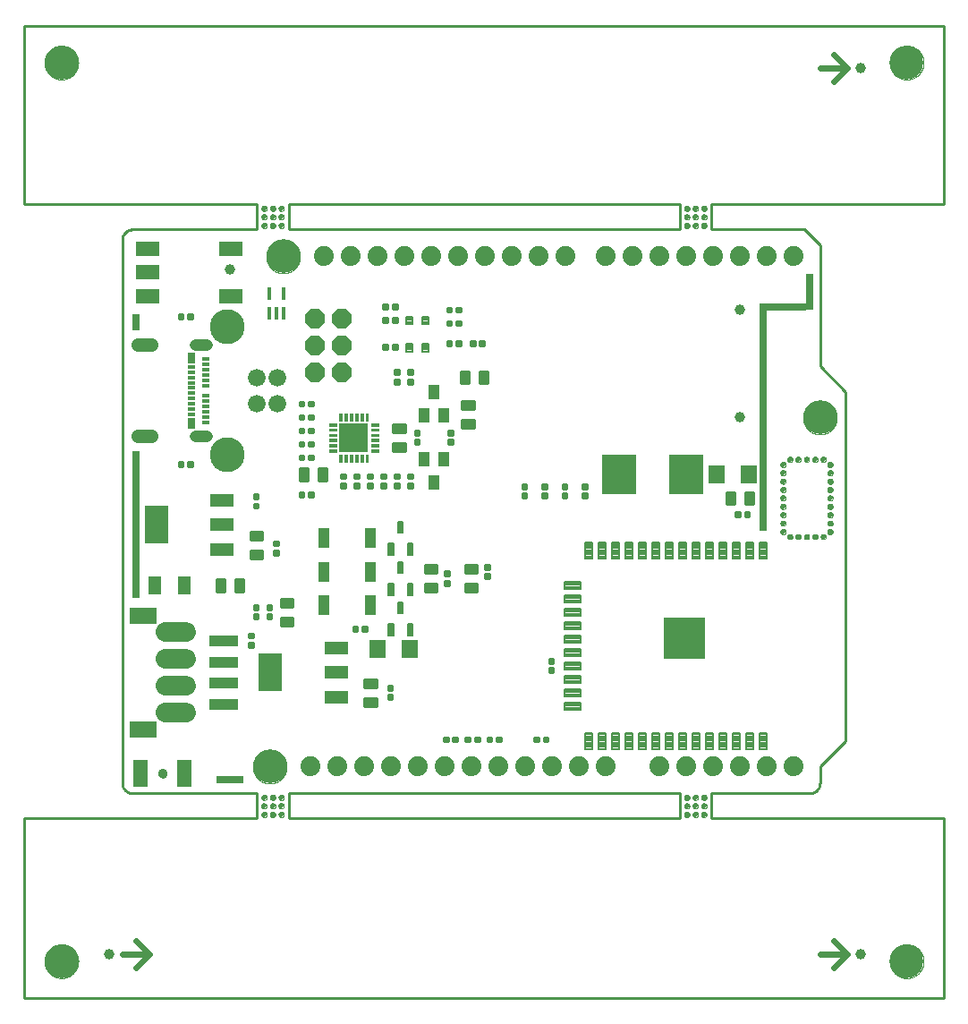
<source format=gts>
G75*
%MOIN*%
%OFA0B0*%
%FSLAX25Y25*%
%IPPOS*%
%LPD*%
%AMOC8*
5,1,8,0,0,1.08239X$1,22.5*
%
%ADD10C,0.00000*%
%ADD11C,0.12598*%
%ADD12C,0.01000*%
%ADD13C,0.03150*%
%ADD14C,0.01969*%
%ADD15C,0.02400*%
%ADD16R,0.15000X0.02500*%
%ADD17R,0.02500X0.13750*%
%ADD18R,0.02500X0.55000*%
%ADD19R,0.02500X0.06250*%
%ADD20R,0.10000X0.02500*%
%ADD21R,0.02500X0.85000*%
%ADD22C,0.00780*%
%ADD23R,0.15748X0.15748*%
%ADD24OC8,0.07400*%
%ADD25R,0.05300X0.10000*%
%ADD26C,0.07400*%
%ADD27C,0.00750*%
%ADD28R,0.08661X0.05512*%
%ADD29C,0.06600*%
%ADD30C,0.13000*%
%ADD31C,0.01250*%
%ADD32R,0.03937X0.05512*%
%ADD33R,0.05000X0.07000*%
%ADD34R,0.01575X0.04724*%
%ADD35R,0.02756X0.01181*%
%ADD36R,0.02756X0.03937*%
%ADD37C,0.04331*%
%ADD38C,0.05118*%
%ADD39C,0.00069*%
%ADD40R,0.10827X0.10827*%
%ADD41C,0.03937*%
%ADD42R,0.08800X0.04800*%
%ADD43R,0.08661X0.14173*%
%ADD44R,0.10787X0.03976*%
%ADD45R,0.10000X0.05906*%
%ADD46C,0.07400*%
%ADD47R,0.03937X0.07598*%
%ADD48C,0.00600*%
%ADD49R,0.12500X0.15000*%
%ADD50R,0.06000X0.06600*%
D10*
X0008981Y0015280D02*
X0008983Y0015438D01*
X0008989Y0015596D01*
X0008999Y0015754D01*
X0009013Y0015912D01*
X0009031Y0016069D01*
X0009052Y0016226D01*
X0009078Y0016382D01*
X0009108Y0016538D01*
X0009141Y0016693D01*
X0009179Y0016846D01*
X0009220Y0016999D01*
X0009265Y0017151D01*
X0009314Y0017302D01*
X0009367Y0017451D01*
X0009423Y0017599D01*
X0009483Y0017745D01*
X0009547Y0017890D01*
X0009615Y0018033D01*
X0009686Y0018175D01*
X0009760Y0018315D01*
X0009838Y0018452D01*
X0009920Y0018588D01*
X0010004Y0018722D01*
X0010093Y0018853D01*
X0010184Y0018982D01*
X0010279Y0019109D01*
X0010376Y0019234D01*
X0010477Y0019356D01*
X0010581Y0019475D01*
X0010688Y0019592D01*
X0010798Y0019706D01*
X0010911Y0019817D01*
X0011026Y0019926D01*
X0011144Y0020031D01*
X0011265Y0020133D01*
X0011388Y0020233D01*
X0011514Y0020329D01*
X0011642Y0020422D01*
X0011772Y0020512D01*
X0011905Y0020598D01*
X0012040Y0020682D01*
X0012176Y0020761D01*
X0012315Y0020838D01*
X0012456Y0020910D01*
X0012598Y0020980D01*
X0012742Y0021045D01*
X0012888Y0021107D01*
X0013035Y0021165D01*
X0013184Y0021220D01*
X0013334Y0021271D01*
X0013485Y0021318D01*
X0013637Y0021361D01*
X0013790Y0021400D01*
X0013945Y0021436D01*
X0014100Y0021467D01*
X0014256Y0021495D01*
X0014412Y0021519D01*
X0014569Y0021539D01*
X0014727Y0021555D01*
X0014884Y0021567D01*
X0015043Y0021575D01*
X0015201Y0021579D01*
X0015359Y0021579D01*
X0015517Y0021575D01*
X0015676Y0021567D01*
X0015833Y0021555D01*
X0015991Y0021539D01*
X0016148Y0021519D01*
X0016304Y0021495D01*
X0016460Y0021467D01*
X0016615Y0021436D01*
X0016770Y0021400D01*
X0016923Y0021361D01*
X0017075Y0021318D01*
X0017226Y0021271D01*
X0017376Y0021220D01*
X0017525Y0021165D01*
X0017672Y0021107D01*
X0017818Y0021045D01*
X0017962Y0020980D01*
X0018104Y0020910D01*
X0018245Y0020838D01*
X0018384Y0020761D01*
X0018520Y0020682D01*
X0018655Y0020598D01*
X0018788Y0020512D01*
X0018918Y0020422D01*
X0019046Y0020329D01*
X0019172Y0020233D01*
X0019295Y0020133D01*
X0019416Y0020031D01*
X0019534Y0019926D01*
X0019649Y0019817D01*
X0019762Y0019706D01*
X0019872Y0019592D01*
X0019979Y0019475D01*
X0020083Y0019356D01*
X0020184Y0019234D01*
X0020281Y0019109D01*
X0020376Y0018982D01*
X0020467Y0018853D01*
X0020556Y0018722D01*
X0020640Y0018588D01*
X0020722Y0018452D01*
X0020800Y0018315D01*
X0020874Y0018175D01*
X0020945Y0018033D01*
X0021013Y0017890D01*
X0021077Y0017745D01*
X0021137Y0017599D01*
X0021193Y0017451D01*
X0021246Y0017302D01*
X0021295Y0017151D01*
X0021340Y0016999D01*
X0021381Y0016846D01*
X0021419Y0016693D01*
X0021452Y0016538D01*
X0021482Y0016382D01*
X0021508Y0016226D01*
X0021529Y0016069D01*
X0021547Y0015912D01*
X0021561Y0015754D01*
X0021571Y0015596D01*
X0021577Y0015438D01*
X0021579Y0015280D01*
X0021577Y0015122D01*
X0021571Y0014964D01*
X0021561Y0014806D01*
X0021547Y0014648D01*
X0021529Y0014491D01*
X0021508Y0014334D01*
X0021482Y0014178D01*
X0021452Y0014022D01*
X0021419Y0013867D01*
X0021381Y0013714D01*
X0021340Y0013561D01*
X0021295Y0013409D01*
X0021246Y0013258D01*
X0021193Y0013109D01*
X0021137Y0012961D01*
X0021077Y0012815D01*
X0021013Y0012670D01*
X0020945Y0012527D01*
X0020874Y0012385D01*
X0020800Y0012245D01*
X0020722Y0012108D01*
X0020640Y0011972D01*
X0020556Y0011838D01*
X0020467Y0011707D01*
X0020376Y0011578D01*
X0020281Y0011451D01*
X0020184Y0011326D01*
X0020083Y0011204D01*
X0019979Y0011085D01*
X0019872Y0010968D01*
X0019762Y0010854D01*
X0019649Y0010743D01*
X0019534Y0010634D01*
X0019416Y0010529D01*
X0019295Y0010427D01*
X0019172Y0010327D01*
X0019046Y0010231D01*
X0018918Y0010138D01*
X0018788Y0010048D01*
X0018655Y0009962D01*
X0018520Y0009878D01*
X0018384Y0009799D01*
X0018245Y0009722D01*
X0018104Y0009650D01*
X0017962Y0009580D01*
X0017818Y0009515D01*
X0017672Y0009453D01*
X0017525Y0009395D01*
X0017376Y0009340D01*
X0017226Y0009289D01*
X0017075Y0009242D01*
X0016923Y0009199D01*
X0016770Y0009160D01*
X0016615Y0009124D01*
X0016460Y0009093D01*
X0016304Y0009065D01*
X0016148Y0009041D01*
X0015991Y0009021D01*
X0015833Y0009005D01*
X0015676Y0008993D01*
X0015517Y0008985D01*
X0015359Y0008981D01*
X0015201Y0008981D01*
X0015043Y0008985D01*
X0014884Y0008993D01*
X0014727Y0009005D01*
X0014569Y0009021D01*
X0014412Y0009041D01*
X0014256Y0009065D01*
X0014100Y0009093D01*
X0013945Y0009124D01*
X0013790Y0009160D01*
X0013637Y0009199D01*
X0013485Y0009242D01*
X0013334Y0009289D01*
X0013184Y0009340D01*
X0013035Y0009395D01*
X0012888Y0009453D01*
X0012742Y0009515D01*
X0012598Y0009580D01*
X0012456Y0009650D01*
X0012315Y0009722D01*
X0012176Y0009799D01*
X0012040Y0009878D01*
X0011905Y0009962D01*
X0011772Y0010048D01*
X0011642Y0010138D01*
X0011514Y0010231D01*
X0011388Y0010327D01*
X0011265Y0010427D01*
X0011144Y0010529D01*
X0011026Y0010634D01*
X0010911Y0010743D01*
X0010798Y0010854D01*
X0010688Y0010968D01*
X0010581Y0011085D01*
X0010477Y0011204D01*
X0010376Y0011326D01*
X0010279Y0011451D01*
X0010184Y0011578D01*
X0010093Y0011707D01*
X0010004Y0011838D01*
X0009920Y0011972D01*
X0009838Y0012108D01*
X0009760Y0012245D01*
X0009686Y0012385D01*
X0009615Y0012527D01*
X0009547Y0012670D01*
X0009483Y0012815D01*
X0009423Y0012961D01*
X0009367Y0013109D01*
X0009314Y0013258D01*
X0009265Y0013409D01*
X0009220Y0013561D01*
X0009179Y0013714D01*
X0009141Y0013867D01*
X0009108Y0014022D01*
X0009078Y0014178D01*
X0009052Y0014334D01*
X0009031Y0014491D01*
X0009013Y0014648D01*
X0008999Y0014806D01*
X0008989Y0014964D01*
X0008983Y0015122D01*
X0008981Y0015280D01*
X0051342Y0085280D02*
X0051344Y0085359D01*
X0051350Y0085438D01*
X0051360Y0085517D01*
X0051374Y0085595D01*
X0051391Y0085672D01*
X0051413Y0085748D01*
X0051438Y0085823D01*
X0051468Y0085896D01*
X0051500Y0085968D01*
X0051537Y0086039D01*
X0051577Y0086107D01*
X0051620Y0086173D01*
X0051666Y0086237D01*
X0051716Y0086299D01*
X0051769Y0086358D01*
X0051824Y0086414D01*
X0051883Y0086468D01*
X0051944Y0086518D01*
X0052007Y0086566D01*
X0052073Y0086610D01*
X0052141Y0086651D01*
X0052211Y0086688D01*
X0052282Y0086722D01*
X0052356Y0086752D01*
X0052430Y0086778D01*
X0052506Y0086800D01*
X0052583Y0086819D01*
X0052661Y0086834D01*
X0052739Y0086845D01*
X0052818Y0086852D01*
X0052897Y0086855D01*
X0052976Y0086854D01*
X0053055Y0086849D01*
X0053134Y0086840D01*
X0053212Y0086827D01*
X0053289Y0086810D01*
X0053366Y0086790D01*
X0053441Y0086765D01*
X0053515Y0086737D01*
X0053588Y0086705D01*
X0053658Y0086670D01*
X0053727Y0086631D01*
X0053794Y0086588D01*
X0053859Y0086542D01*
X0053921Y0086494D01*
X0053981Y0086442D01*
X0054038Y0086387D01*
X0054092Y0086329D01*
X0054143Y0086269D01*
X0054191Y0086206D01*
X0054236Y0086141D01*
X0054278Y0086073D01*
X0054316Y0086004D01*
X0054350Y0085933D01*
X0054381Y0085860D01*
X0054409Y0085785D01*
X0054432Y0085710D01*
X0054452Y0085633D01*
X0054468Y0085556D01*
X0054480Y0085477D01*
X0054488Y0085399D01*
X0054492Y0085320D01*
X0054492Y0085240D01*
X0054488Y0085161D01*
X0054480Y0085083D01*
X0054468Y0085004D01*
X0054452Y0084927D01*
X0054432Y0084850D01*
X0054409Y0084775D01*
X0054381Y0084700D01*
X0054350Y0084627D01*
X0054316Y0084556D01*
X0054278Y0084487D01*
X0054236Y0084419D01*
X0054191Y0084354D01*
X0054143Y0084291D01*
X0054092Y0084231D01*
X0054038Y0084173D01*
X0053981Y0084118D01*
X0053921Y0084066D01*
X0053859Y0084018D01*
X0053794Y0083972D01*
X0053727Y0083929D01*
X0053658Y0083890D01*
X0053588Y0083855D01*
X0053515Y0083823D01*
X0053441Y0083795D01*
X0053366Y0083770D01*
X0053289Y0083750D01*
X0053212Y0083733D01*
X0053134Y0083720D01*
X0053055Y0083711D01*
X0052976Y0083706D01*
X0052897Y0083705D01*
X0052818Y0083708D01*
X0052739Y0083715D01*
X0052661Y0083726D01*
X0052583Y0083741D01*
X0052506Y0083760D01*
X0052430Y0083782D01*
X0052356Y0083808D01*
X0052282Y0083838D01*
X0052211Y0083872D01*
X0052141Y0083909D01*
X0052073Y0083950D01*
X0052007Y0083994D01*
X0051944Y0084042D01*
X0051883Y0084092D01*
X0051824Y0084146D01*
X0051769Y0084202D01*
X0051716Y0084261D01*
X0051666Y0084323D01*
X0051620Y0084387D01*
X0051577Y0084453D01*
X0051537Y0084521D01*
X0051500Y0084592D01*
X0051468Y0084664D01*
X0051438Y0084737D01*
X0051413Y0084812D01*
X0051391Y0084888D01*
X0051374Y0084965D01*
X0051360Y0085043D01*
X0051350Y0085122D01*
X0051344Y0085201D01*
X0051342Y0085280D01*
X0089837Y0076303D02*
X0089839Y0076365D01*
X0089845Y0076428D01*
X0089855Y0076489D01*
X0089869Y0076550D01*
X0089886Y0076610D01*
X0089907Y0076669D01*
X0089933Y0076726D01*
X0089961Y0076781D01*
X0089993Y0076835D01*
X0090029Y0076886D01*
X0090067Y0076936D01*
X0090109Y0076982D01*
X0090153Y0077026D01*
X0090201Y0077067D01*
X0090250Y0077105D01*
X0090302Y0077139D01*
X0090356Y0077170D01*
X0090412Y0077198D01*
X0090470Y0077222D01*
X0090529Y0077243D01*
X0090589Y0077259D01*
X0090650Y0077272D01*
X0090712Y0077281D01*
X0090774Y0077286D01*
X0090837Y0077287D01*
X0090899Y0077284D01*
X0090961Y0077277D01*
X0091023Y0077266D01*
X0091083Y0077251D01*
X0091143Y0077233D01*
X0091201Y0077211D01*
X0091258Y0077185D01*
X0091313Y0077155D01*
X0091366Y0077122D01*
X0091417Y0077086D01*
X0091465Y0077047D01*
X0091511Y0077004D01*
X0091554Y0076959D01*
X0091594Y0076911D01*
X0091631Y0076861D01*
X0091665Y0076808D01*
X0091696Y0076754D01*
X0091722Y0076698D01*
X0091746Y0076640D01*
X0091765Y0076580D01*
X0091781Y0076520D01*
X0091793Y0076458D01*
X0091801Y0076397D01*
X0091805Y0076334D01*
X0091805Y0076272D01*
X0091801Y0076209D01*
X0091793Y0076148D01*
X0091781Y0076086D01*
X0091765Y0076026D01*
X0091746Y0075966D01*
X0091722Y0075908D01*
X0091696Y0075852D01*
X0091665Y0075798D01*
X0091631Y0075745D01*
X0091594Y0075695D01*
X0091554Y0075647D01*
X0091511Y0075602D01*
X0091465Y0075559D01*
X0091417Y0075520D01*
X0091366Y0075484D01*
X0091313Y0075451D01*
X0091258Y0075421D01*
X0091201Y0075395D01*
X0091143Y0075373D01*
X0091083Y0075355D01*
X0091023Y0075340D01*
X0090961Y0075329D01*
X0090899Y0075322D01*
X0090837Y0075319D01*
X0090774Y0075320D01*
X0090712Y0075325D01*
X0090650Y0075334D01*
X0090589Y0075347D01*
X0090529Y0075363D01*
X0090470Y0075384D01*
X0090412Y0075408D01*
X0090356Y0075436D01*
X0090302Y0075467D01*
X0090250Y0075501D01*
X0090201Y0075539D01*
X0090153Y0075580D01*
X0090109Y0075624D01*
X0090067Y0075670D01*
X0090029Y0075720D01*
X0089993Y0075771D01*
X0089961Y0075825D01*
X0089933Y0075880D01*
X0089907Y0075937D01*
X0089886Y0075996D01*
X0089869Y0076056D01*
X0089855Y0076117D01*
X0089845Y0076178D01*
X0089839Y0076241D01*
X0089837Y0076303D01*
X0089837Y0073104D02*
X0089839Y0073166D01*
X0089845Y0073229D01*
X0089855Y0073290D01*
X0089869Y0073351D01*
X0089886Y0073411D01*
X0089907Y0073470D01*
X0089933Y0073527D01*
X0089961Y0073582D01*
X0089993Y0073636D01*
X0090029Y0073687D01*
X0090067Y0073737D01*
X0090109Y0073783D01*
X0090153Y0073827D01*
X0090201Y0073868D01*
X0090250Y0073906D01*
X0090302Y0073940D01*
X0090356Y0073971D01*
X0090412Y0073999D01*
X0090470Y0074023D01*
X0090529Y0074044D01*
X0090589Y0074060D01*
X0090650Y0074073D01*
X0090712Y0074082D01*
X0090774Y0074087D01*
X0090837Y0074088D01*
X0090899Y0074085D01*
X0090961Y0074078D01*
X0091023Y0074067D01*
X0091083Y0074052D01*
X0091143Y0074034D01*
X0091201Y0074012D01*
X0091258Y0073986D01*
X0091313Y0073956D01*
X0091366Y0073923D01*
X0091417Y0073887D01*
X0091465Y0073848D01*
X0091511Y0073805D01*
X0091554Y0073760D01*
X0091594Y0073712D01*
X0091631Y0073662D01*
X0091665Y0073609D01*
X0091696Y0073555D01*
X0091722Y0073499D01*
X0091746Y0073441D01*
X0091765Y0073381D01*
X0091781Y0073321D01*
X0091793Y0073259D01*
X0091801Y0073198D01*
X0091805Y0073135D01*
X0091805Y0073073D01*
X0091801Y0073010D01*
X0091793Y0072949D01*
X0091781Y0072887D01*
X0091765Y0072827D01*
X0091746Y0072767D01*
X0091722Y0072709D01*
X0091696Y0072653D01*
X0091665Y0072599D01*
X0091631Y0072546D01*
X0091594Y0072496D01*
X0091554Y0072448D01*
X0091511Y0072403D01*
X0091465Y0072360D01*
X0091417Y0072321D01*
X0091366Y0072285D01*
X0091313Y0072252D01*
X0091258Y0072222D01*
X0091201Y0072196D01*
X0091143Y0072174D01*
X0091083Y0072156D01*
X0091023Y0072141D01*
X0090961Y0072130D01*
X0090899Y0072123D01*
X0090837Y0072120D01*
X0090774Y0072121D01*
X0090712Y0072126D01*
X0090650Y0072135D01*
X0090589Y0072148D01*
X0090529Y0072164D01*
X0090470Y0072185D01*
X0090412Y0072209D01*
X0090356Y0072237D01*
X0090302Y0072268D01*
X0090250Y0072302D01*
X0090201Y0072340D01*
X0090153Y0072381D01*
X0090109Y0072425D01*
X0090067Y0072471D01*
X0090029Y0072521D01*
X0089993Y0072572D01*
X0089961Y0072626D01*
X0089933Y0072681D01*
X0089907Y0072738D01*
X0089886Y0072797D01*
X0089869Y0072857D01*
X0089855Y0072918D01*
X0089845Y0072979D01*
X0089839Y0073042D01*
X0089837Y0073104D01*
X0089837Y0069906D02*
X0089839Y0069968D01*
X0089845Y0070031D01*
X0089855Y0070092D01*
X0089869Y0070153D01*
X0089886Y0070213D01*
X0089907Y0070272D01*
X0089933Y0070329D01*
X0089961Y0070384D01*
X0089993Y0070438D01*
X0090029Y0070489D01*
X0090067Y0070539D01*
X0090109Y0070585D01*
X0090153Y0070629D01*
X0090201Y0070670D01*
X0090250Y0070708D01*
X0090302Y0070742D01*
X0090356Y0070773D01*
X0090412Y0070801D01*
X0090470Y0070825D01*
X0090529Y0070846D01*
X0090589Y0070862D01*
X0090650Y0070875D01*
X0090712Y0070884D01*
X0090774Y0070889D01*
X0090837Y0070890D01*
X0090899Y0070887D01*
X0090961Y0070880D01*
X0091023Y0070869D01*
X0091083Y0070854D01*
X0091143Y0070836D01*
X0091201Y0070814D01*
X0091258Y0070788D01*
X0091313Y0070758D01*
X0091366Y0070725D01*
X0091417Y0070689D01*
X0091465Y0070650D01*
X0091511Y0070607D01*
X0091554Y0070562D01*
X0091594Y0070514D01*
X0091631Y0070464D01*
X0091665Y0070411D01*
X0091696Y0070357D01*
X0091722Y0070301D01*
X0091746Y0070243D01*
X0091765Y0070183D01*
X0091781Y0070123D01*
X0091793Y0070061D01*
X0091801Y0070000D01*
X0091805Y0069937D01*
X0091805Y0069875D01*
X0091801Y0069812D01*
X0091793Y0069751D01*
X0091781Y0069689D01*
X0091765Y0069629D01*
X0091746Y0069569D01*
X0091722Y0069511D01*
X0091696Y0069455D01*
X0091665Y0069401D01*
X0091631Y0069348D01*
X0091594Y0069298D01*
X0091554Y0069250D01*
X0091511Y0069205D01*
X0091465Y0069162D01*
X0091417Y0069123D01*
X0091366Y0069087D01*
X0091313Y0069054D01*
X0091258Y0069024D01*
X0091201Y0068998D01*
X0091143Y0068976D01*
X0091083Y0068958D01*
X0091023Y0068943D01*
X0090961Y0068932D01*
X0090899Y0068925D01*
X0090837Y0068922D01*
X0090774Y0068923D01*
X0090712Y0068928D01*
X0090650Y0068937D01*
X0090589Y0068950D01*
X0090529Y0068966D01*
X0090470Y0068987D01*
X0090412Y0069011D01*
X0090356Y0069039D01*
X0090302Y0069070D01*
X0090250Y0069104D01*
X0090201Y0069142D01*
X0090153Y0069183D01*
X0090109Y0069227D01*
X0090067Y0069273D01*
X0090029Y0069323D01*
X0089993Y0069374D01*
X0089961Y0069428D01*
X0089933Y0069483D01*
X0089907Y0069540D01*
X0089886Y0069599D01*
X0089869Y0069659D01*
X0089855Y0069720D01*
X0089845Y0069781D01*
X0089839Y0069844D01*
X0089837Y0069906D01*
X0093036Y0069906D02*
X0093038Y0069968D01*
X0093044Y0070031D01*
X0093054Y0070092D01*
X0093068Y0070153D01*
X0093085Y0070213D01*
X0093106Y0070272D01*
X0093132Y0070329D01*
X0093160Y0070384D01*
X0093192Y0070438D01*
X0093228Y0070489D01*
X0093266Y0070539D01*
X0093308Y0070585D01*
X0093352Y0070629D01*
X0093400Y0070670D01*
X0093449Y0070708D01*
X0093501Y0070742D01*
X0093555Y0070773D01*
X0093611Y0070801D01*
X0093669Y0070825D01*
X0093728Y0070846D01*
X0093788Y0070862D01*
X0093849Y0070875D01*
X0093911Y0070884D01*
X0093973Y0070889D01*
X0094036Y0070890D01*
X0094098Y0070887D01*
X0094160Y0070880D01*
X0094222Y0070869D01*
X0094282Y0070854D01*
X0094342Y0070836D01*
X0094400Y0070814D01*
X0094457Y0070788D01*
X0094512Y0070758D01*
X0094565Y0070725D01*
X0094616Y0070689D01*
X0094664Y0070650D01*
X0094710Y0070607D01*
X0094753Y0070562D01*
X0094793Y0070514D01*
X0094830Y0070464D01*
X0094864Y0070411D01*
X0094895Y0070357D01*
X0094921Y0070301D01*
X0094945Y0070243D01*
X0094964Y0070183D01*
X0094980Y0070123D01*
X0094992Y0070061D01*
X0095000Y0070000D01*
X0095004Y0069937D01*
X0095004Y0069875D01*
X0095000Y0069812D01*
X0094992Y0069751D01*
X0094980Y0069689D01*
X0094964Y0069629D01*
X0094945Y0069569D01*
X0094921Y0069511D01*
X0094895Y0069455D01*
X0094864Y0069401D01*
X0094830Y0069348D01*
X0094793Y0069298D01*
X0094753Y0069250D01*
X0094710Y0069205D01*
X0094664Y0069162D01*
X0094616Y0069123D01*
X0094565Y0069087D01*
X0094512Y0069054D01*
X0094457Y0069024D01*
X0094400Y0068998D01*
X0094342Y0068976D01*
X0094282Y0068958D01*
X0094222Y0068943D01*
X0094160Y0068932D01*
X0094098Y0068925D01*
X0094036Y0068922D01*
X0093973Y0068923D01*
X0093911Y0068928D01*
X0093849Y0068937D01*
X0093788Y0068950D01*
X0093728Y0068966D01*
X0093669Y0068987D01*
X0093611Y0069011D01*
X0093555Y0069039D01*
X0093501Y0069070D01*
X0093449Y0069104D01*
X0093400Y0069142D01*
X0093352Y0069183D01*
X0093308Y0069227D01*
X0093266Y0069273D01*
X0093228Y0069323D01*
X0093192Y0069374D01*
X0093160Y0069428D01*
X0093132Y0069483D01*
X0093106Y0069540D01*
X0093085Y0069599D01*
X0093068Y0069659D01*
X0093054Y0069720D01*
X0093044Y0069781D01*
X0093038Y0069844D01*
X0093036Y0069906D01*
X0093036Y0073104D02*
X0093038Y0073166D01*
X0093044Y0073229D01*
X0093054Y0073290D01*
X0093068Y0073351D01*
X0093085Y0073411D01*
X0093106Y0073470D01*
X0093132Y0073527D01*
X0093160Y0073582D01*
X0093192Y0073636D01*
X0093228Y0073687D01*
X0093266Y0073737D01*
X0093308Y0073783D01*
X0093352Y0073827D01*
X0093400Y0073868D01*
X0093449Y0073906D01*
X0093501Y0073940D01*
X0093555Y0073971D01*
X0093611Y0073999D01*
X0093669Y0074023D01*
X0093728Y0074044D01*
X0093788Y0074060D01*
X0093849Y0074073D01*
X0093911Y0074082D01*
X0093973Y0074087D01*
X0094036Y0074088D01*
X0094098Y0074085D01*
X0094160Y0074078D01*
X0094222Y0074067D01*
X0094282Y0074052D01*
X0094342Y0074034D01*
X0094400Y0074012D01*
X0094457Y0073986D01*
X0094512Y0073956D01*
X0094565Y0073923D01*
X0094616Y0073887D01*
X0094664Y0073848D01*
X0094710Y0073805D01*
X0094753Y0073760D01*
X0094793Y0073712D01*
X0094830Y0073662D01*
X0094864Y0073609D01*
X0094895Y0073555D01*
X0094921Y0073499D01*
X0094945Y0073441D01*
X0094964Y0073381D01*
X0094980Y0073321D01*
X0094992Y0073259D01*
X0095000Y0073198D01*
X0095004Y0073135D01*
X0095004Y0073073D01*
X0095000Y0073010D01*
X0094992Y0072949D01*
X0094980Y0072887D01*
X0094964Y0072827D01*
X0094945Y0072767D01*
X0094921Y0072709D01*
X0094895Y0072653D01*
X0094864Y0072599D01*
X0094830Y0072546D01*
X0094793Y0072496D01*
X0094753Y0072448D01*
X0094710Y0072403D01*
X0094664Y0072360D01*
X0094616Y0072321D01*
X0094565Y0072285D01*
X0094512Y0072252D01*
X0094457Y0072222D01*
X0094400Y0072196D01*
X0094342Y0072174D01*
X0094282Y0072156D01*
X0094222Y0072141D01*
X0094160Y0072130D01*
X0094098Y0072123D01*
X0094036Y0072120D01*
X0093973Y0072121D01*
X0093911Y0072126D01*
X0093849Y0072135D01*
X0093788Y0072148D01*
X0093728Y0072164D01*
X0093669Y0072185D01*
X0093611Y0072209D01*
X0093555Y0072237D01*
X0093501Y0072268D01*
X0093449Y0072302D01*
X0093400Y0072340D01*
X0093352Y0072381D01*
X0093308Y0072425D01*
X0093266Y0072471D01*
X0093228Y0072521D01*
X0093192Y0072572D01*
X0093160Y0072626D01*
X0093132Y0072681D01*
X0093106Y0072738D01*
X0093085Y0072797D01*
X0093068Y0072857D01*
X0093054Y0072918D01*
X0093044Y0072979D01*
X0093038Y0073042D01*
X0093036Y0073104D01*
X0093036Y0076303D02*
X0093038Y0076365D01*
X0093044Y0076428D01*
X0093054Y0076489D01*
X0093068Y0076550D01*
X0093085Y0076610D01*
X0093106Y0076669D01*
X0093132Y0076726D01*
X0093160Y0076781D01*
X0093192Y0076835D01*
X0093228Y0076886D01*
X0093266Y0076936D01*
X0093308Y0076982D01*
X0093352Y0077026D01*
X0093400Y0077067D01*
X0093449Y0077105D01*
X0093501Y0077139D01*
X0093555Y0077170D01*
X0093611Y0077198D01*
X0093669Y0077222D01*
X0093728Y0077243D01*
X0093788Y0077259D01*
X0093849Y0077272D01*
X0093911Y0077281D01*
X0093973Y0077286D01*
X0094036Y0077287D01*
X0094098Y0077284D01*
X0094160Y0077277D01*
X0094222Y0077266D01*
X0094282Y0077251D01*
X0094342Y0077233D01*
X0094400Y0077211D01*
X0094457Y0077185D01*
X0094512Y0077155D01*
X0094565Y0077122D01*
X0094616Y0077086D01*
X0094664Y0077047D01*
X0094710Y0077004D01*
X0094753Y0076959D01*
X0094793Y0076911D01*
X0094830Y0076861D01*
X0094864Y0076808D01*
X0094895Y0076754D01*
X0094921Y0076698D01*
X0094945Y0076640D01*
X0094964Y0076580D01*
X0094980Y0076520D01*
X0094992Y0076458D01*
X0095000Y0076397D01*
X0095004Y0076334D01*
X0095004Y0076272D01*
X0095000Y0076209D01*
X0094992Y0076148D01*
X0094980Y0076086D01*
X0094964Y0076026D01*
X0094945Y0075966D01*
X0094921Y0075908D01*
X0094895Y0075852D01*
X0094864Y0075798D01*
X0094830Y0075745D01*
X0094793Y0075695D01*
X0094753Y0075647D01*
X0094710Y0075602D01*
X0094664Y0075559D01*
X0094616Y0075520D01*
X0094565Y0075484D01*
X0094512Y0075451D01*
X0094457Y0075421D01*
X0094400Y0075395D01*
X0094342Y0075373D01*
X0094282Y0075355D01*
X0094222Y0075340D01*
X0094160Y0075329D01*
X0094098Y0075322D01*
X0094036Y0075319D01*
X0093973Y0075320D01*
X0093911Y0075325D01*
X0093849Y0075334D01*
X0093788Y0075347D01*
X0093728Y0075363D01*
X0093669Y0075384D01*
X0093611Y0075408D01*
X0093555Y0075436D01*
X0093501Y0075467D01*
X0093449Y0075501D01*
X0093400Y0075539D01*
X0093352Y0075580D01*
X0093308Y0075624D01*
X0093266Y0075670D01*
X0093228Y0075720D01*
X0093192Y0075771D01*
X0093160Y0075825D01*
X0093132Y0075880D01*
X0093106Y0075937D01*
X0093085Y0075996D01*
X0093068Y0076056D01*
X0093054Y0076117D01*
X0093044Y0076178D01*
X0093038Y0076241D01*
X0093036Y0076303D01*
X0096235Y0076303D02*
X0096237Y0076365D01*
X0096243Y0076428D01*
X0096253Y0076489D01*
X0096267Y0076550D01*
X0096284Y0076610D01*
X0096305Y0076669D01*
X0096331Y0076726D01*
X0096359Y0076781D01*
X0096391Y0076835D01*
X0096427Y0076886D01*
X0096465Y0076936D01*
X0096507Y0076982D01*
X0096551Y0077026D01*
X0096599Y0077067D01*
X0096648Y0077105D01*
X0096700Y0077139D01*
X0096754Y0077170D01*
X0096810Y0077198D01*
X0096868Y0077222D01*
X0096927Y0077243D01*
X0096987Y0077259D01*
X0097048Y0077272D01*
X0097110Y0077281D01*
X0097172Y0077286D01*
X0097235Y0077287D01*
X0097297Y0077284D01*
X0097359Y0077277D01*
X0097421Y0077266D01*
X0097481Y0077251D01*
X0097541Y0077233D01*
X0097599Y0077211D01*
X0097656Y0077185D01*
X0097711Y0077155D01*
X0097764Y0077122D01*
X0097815Y0077086D01*
X0097863Y0077047D01*
X0097909Y0077004D01*
X0097952Y0076959D01*
X0097992Y0076911D01*
X0098029Y0076861D01*
X0098063Y0076808D01*
X0098094Y0076754D01*
X0098120Y0076698D01*
X0098144Y0076640D01*
X0098163Y0076580D01*
X0098179Y0076520D01*
X0098191Y0076458D01*
X0098199Y0076397D01*
X0098203Y0076334D01*
X0098203Y0076272D01*
X0098199Y0076209D01*
X0098191Y0076148D01*
X0098179Y0076086D01*
X0098163Y0076026D01*
X0098144Y0075966D01*
X0098120Y0075908D01*
X0098094Y0075852D01*
X0098063Y0075798D01*
X0098029Y0075745D01*
X0097992Y0075695D01*
X0097952Y0075647D01*
X0097909Y0075602D01*
X0097863Y0075559D01*
X0097815Y0075520D01*
X0097764Y0075484D01*
X0097711Y0075451D01*
X0097656Y0075421D01*
X0097599Y0075395D01*
X0097541Y0075373D01*
X0097481Y0075355D01*
X0097421Y0075340D01*
X0097359Y0075329D01*
X0097297Y0075322D01*
X0097235Y0075319D01*
X0097172Y0075320D01*
X0097110Y0075325D01*
X0097048Y0075334D01*
X0096987Y0075347D01*
X0096927Y0075363D01*
X0096868Y0075384D01*
X0096810Y0075408D01*
X0096754Y0075436D01*
X0096700Y0075467D01*
X0096648Y0075501D01*
X0096599Y0075539D01*
X0096551Y0075580D01*
X0096507Y0075624D01*
X0096465Y0075670D01*
X0096427Y0075720D01*
X0096391Y0075771D01*
X0096359Y0075825D01*
X0096331Y0075880D01*
X0096305Y0075937D01*
X0096284Y0075996D01*
X0096267Y0076056D01*
X0096253Y0076117D01*
X0096243Y0076178D01*
X0096237Y0076241D01*
X0096235Y0076303D01*
X0096235Y0073104D02*
X0096237Y0073166D01*
X0096243Y0073229D01*
X0096253Y0073290D01*
X0096267Y0073351D01*
X0096284Y0073411D01*
X0096305Y0073470D01*
X0096331Y0073527D01*
X0096359Y0073582D01*
X0096391Y0073636D01*
X0096427Y0073687D01*
X0096465Y0073737D01*
X0096507Y0073783D01*
X0096551Y0073827D01*
X0096599Y0073868D01*
X0096648Y0073906D01*
X0096700Y0073940D01*
X0096754Y0073971D01*
X0096810Y0073999D01*
X0096868Y0074023D01*
X0096927Y0074044D01*
X0096987Y0074060D01*
X0097048Y0074073D01*
X0097110Y0074082D01*
X0097172Y0074087D01*
X0097235Y0074088D01*
X0097297Y0074085D01*
X0097359Y0074078D01*
X0097421Y0074067D01*
X0097481Y0074052D01*
X0097541Y0074034D01*
X0097599Y0074012D01*
X0097656Y0073986D01*
X0097711Y0073956D01*
X0097764Y0073923D01*
X0097815Y0073887D01*
X0097863Y0073848D01*
X0097909Y0073805D01*
X0097952Y0073760D01*
X0097992Y0073712D01*
X0098029Y0073662D01*
X0098063Y0073609D01*
X0098094Y0073555D01*
X0098120Y0073499D01*
X0098144Y0073441D01*
X0098163Y0073381D01*
X0098179Y0073321D01*
X0098191Y0073259D01*
X0098199Y0073198D01*
X0098203Y0073135D01*
X0098203Y0073073D01*
X0098199Y0073010D01*
X0098191Y0072949D01*
X0098179Y0072887D01*
X0098163Y0072827D01*
X0098144Y0072767D01*
X0098120Y0072709D01*
X0098094Y0072653D01*
X0098063Y0072599D01*
X0098029Y0072546D01*
X0097992Y0072496D01*
X0097952Y0072448D01*
X0097909Y0072403D01*
X0097863Y0072360D01*
X0097815Y0072321D01*
X0097764Y0072285D01*
X0097711Y0072252D01*
X0097656Y0072222D01*
X0097599Y0072196D01*
X0097541Y0072174D01*
X0097481Y0072156D01*
X0097421Y0072141D01*
X0097359Y0072130D01*
X0097297Y0072123D01*
X0097235Y0072120D01*
X0097172Y0072121D01*
X0097110Y0072126D01*
X0097048Y0072135D01*
X0096987Y0072148D01*
X0096927Y0072164D01*
X0096868Y0072185D01*
X0096810Y0072209D01*
X0096754Y0072237D01*
X0096700Y0072268D01*
X0096648Y0072302D01*
X0096599Y0072340D01*
X0096551Y0072381D01*
X0096507Y0072425D01*
X0096465Y0072471D01*
X0096427Y0072521D01*
X0096391Y0072572D01*
X0096359Y0072626D01*
X0096331Y0072681D01*
X0096305Y0072738D01*
X0096284Y0072797D01*
X0096267Y0072857D01*
X0096253Y0072918D01*
X0096243Y0072979D01*
X0096237Y0073042D01*
X0096235Y0073104D01*
X0096235Y0069906D02*
X0096237Y0069968D01*
X0096243Y0070031D01*
X0096253Y0070092D01*
X0096267Y0070153D01*
X0096284Y0070213D01*
X0096305Y0070272D01*
X0096331Y0070329D01*
X0096359Y0070384D01*
X0096391Y0070438D01*
X0096427Y0070489D01*
X0096465Y0070539D01*
X0096507Y0070585D01*
X0096551Y0070629D01*
X0096599Y0070670D01*
X0096648Y0070708D01*
X0096700Y0070742D01*
X0096754Y0070773D01*
X0096810Y0070801D01*
X0096868Y0070825D01*
X0096927Y0070846D01*
X0096987Y0070862D01*
X0097048Y0070875D01*
X0097110Y0070884D01*
X0097172Y0070889D01*
X0097235Y0070890D01*
X0097297Y0070887D01*
X0097359Y0070880D01*
X0097421Y0070869D01*
X0097481Y0070854D01*
X0097541Y0070836D01*
X0097599Y0070814D01*
X0097656Y0070788D01*
X0097711Y0070758D01*
X0097764Y0070725D01*
X0097815Y0070689D01*
X0097863Y0070650D01*
X0097909Y0070607D01*
X0097952Y0070562D01*
X0097992Y0070514D01*
X0098029Y0070464D01*
X0098063Y0070411D01*
X0098094Y0070357D01*
X0098120Y0070301D01*
X0098144Y0070243D01*
X0098163Y0070183D01*
X0098179Y0070123D01*
X0098191Y0070061D01*
X0098199Y0070000D01*
X0098203Y0069937D01*
X0098203Y0069875D01*
X0098199Y0069812D01*
X0098191Y0069751D01*
X0098179Y0069689D01*
X0098163Y0069629D01*
X0098144Y0069569D01*
X0098120Y0069511D01*
X0098094Y0069455D01*
X0098063Y0069401D01*
X0098029Y0069348D01*
X0097992Y0069298D01*
X0097952Y0069250D01*
X0097909Y0069205D01*
X0097863Y0069162D01*
X0097815Y0069123D01*
X0097764Y0069087D01*
X0097711Y0069054D01*
X0097656Y0069024D01*
X0097599Y0068998D01*
X0097541Y0068976D01*
X0097481Y0068958D01*
X0097421Y0068943D01*
X0097359Y0068932D01*
X0097297Y0068925D01*
X0097235Y0068922D01*
X0097172Y0068923D01*
X0097110Y0068928D01*
X0097048Y0068937D01*
X0096987Y0068950D01*
X0096927Y0068966D01*
X0096868Y0068987D01*
X0096810Y0069011D01*
X0096754Y0069039D01*
X0096700Y0069070D01*
X0096648Y0069104D01*
X0096599Y0069142D01*
X0096551Y0069183D01*
X0096507Y0069227D01*
X0096465Y0069273D01*
X0096427Y0069323D01*
X0096391Y0069374D01*
X0096359Y0069428D01*
X0096331Y0069483D01*
X0096305Y0069540D01*
X0096284Y0069599D01*
X0096267Y0069659D01*
X0096253Y0069720D01*
X0096243Y0069781D01*
X0096237Y0069844D01*
X0096235Y0069906D01*
X0086618Y0087780D02*
X0086620Y0087938D01*
X0086626Y0088096D01*
X0086636Y0088254D01*
X0086650Y0088412D01*
X0086668Y0088569D01*
X0086689Y0088726D01*
X0086715Y0088882D01*
X0086745Y0089038D01*
X0086778Y0089193D01*
X0086816Y0089346D01*
X0086857Y0089499D01*
X0086902Y0089651D01*
X0086951Y0089802D01*
X0087004Y0089951D01*
X0087060Y0090099D01*
X0087120Y0090245D01*
X0087184Y0090390D01*
X0087252Y0090533D01*
X0087323Y0090675D01*
X0087397Y0090815D01*
X0087475Y0090952D01*
X0087557Y0091088D01*
X0087641Y0091222D01*
X0087730Y0091353D01*
X0087821Y0091482D01*
X0087916Y0091609D01*
X0088013Y0091734D01*
X0088114Y0091856D01*
X0088218Y0091975D01*
X0088325Y0092092D01*
X0088435Y0092206D01*
X0088548Y0092317D01*
X0088663Y0092426D01*
X0088781Y0092531D01*
X0088902Y0092633D01*
X0089025Y0092733D01*
X0089151Y0092829D01*
X0089279Y0092922D01*
X0089409Y0093012D01*
X0089542Y0093098D01*
X0089677Y0093182D01*
X0089813Y0093261D01*
X0089952Y0093338D01*
X0090093Y0093410D01*
X0090235Y0093480D01*
X0090379Y0093545D01*
X0090525Y0093607D01*
X0090672Y0093665D01*
X0090821Y0093720D01*
X0090971Y0093771D01*
X0091122Y0093818D01*
X0091274Y0093861D01*
X0091427Y0093900D01*
X0091582Y0093936D01*
X0091737Y0093967D01*
X0091893Y0093995D01*
X0092049Y0094019D01*
X0092206Y0094039D01*
X0092364Y0094055D01*
X0092521Y0094067D01*
X0092680Y0094075D01*
X0092838Y0094079D01*
X0092996Y0094079D01*
X0093154Y0094075D01*
X0093313Y0094067D01*
X0093470Y0094055D01*
X0093628Y0094039D01*
X0093785Y0094019D01*
X0093941Y0093995D01*
X0094097Y0093967D01*
X0094252Y0093936D01*
X0094407Y0093900D01*
X0094560Y0093861D01*
X0094712Y0093818D01*
X0094863Y0093771D01*
X0095013Y0093720D01*
X0095162Y0093665D01*
X0095309Y0093607D01*
X0095455Y0093545D01*
X0095599Y0093480D01*
X0095741Y0093410D01*
X0095882Y0093338D01*
X0096021Y0093261D01*
X0096157Y0093182D01*
X0096292Y0093098D01*
X0096425Y0093012D01*
X0096555Y0092922D01*
X0096683Y0092829D01*
X0096809Y0092733D01*
X0096932Y0092633D01*
X0097053Y0092531D01*
X0097171Y0092426D01*
X0097286Y0092317D01*
X0097399Y0092206D01*
X0097509Y0092092D01*
X0097616Y0091975D01*
X0097720Y0091856D01*
X0097821Y0091734D01*
X0097918Y0091609D01*
X0098013Y0091482D01*
X0098104Y0091353D01*
X0098193Y0091222D01*
X0098277Y0091088D01*
X0098359Y0090952D01*
X0098437Y0090815D01*
X0098511Y0090675D01*
X0098582Y0090533D01*
X0098650Y0090390D01*
X0098714Y0090245D01*
X0098774Y0090099D01*
X0098830Y0089951D01*
X0098883Y0089802D01*
X0098932Y0089651D01*
X0098977Y0089499D01*
X0099018Y0089346D01*
X0099056Y0089193D01*
X0099089Y0089038D01*
X0099119Y0088882D01*
X0099145Y0088726D01*
X0099166Y0088569D01*
X0099184Y0088412D01*
X0099198Y0088254D01*
X0099208Y0088096D01*
X0099214Y0087938D01*
X0099216Y0087780D01*
X0099214Y0087622D01*
X0099208Y0087464D01*
X0099198Y0087306D01*
X0099184Y0087148D01*
X0099166Y0086991D01*
X0099145Y0086834D01*
X0099119Y0086678D01*
X0099089Y0086522D01*
X0099056Y0086367D01*
X0099018Y0086214D01*
X0098977Y0086061D01*
X0098932Y0085909D01*
X0098883Y0085758D01*
X0098830Y0085609D01*
X0098774Y0085461D01*
X0098714Y0085315D01*
X0098650Y0085170D01*
X0098582Y0085027D01*
X0098511Y0084885D01*
X0098437Y0084745D01*
X0098359Y0084608D01*
X0098277Y0084472D01*
X0098193Y0084338D01*
X0098104Y0084207D01*
X0098013Y0084078D01*
X0097918Y0083951D01*
X0097821Y0083826D01*
X0097720Y0083704D01*
X0097616Y0083585D01*
X0097509Y0083468D01*
X0097399Y0083354D01*
X0097286Y0083243D01*
X0097171Y0083134D01*
X0097053Y0083029D01*
X0096932Y0082927D01*
X0096809Y0082827D01*
X0096683Y0082731D01*
X0096555Y0082638D01*
X0096425Y0082548D01*
X0096292Y0082462D01*
X0096157Y0082378D01*
X0096021Y0082299D01*
X0095882Y0082222D01*
X0095741Y0082150D01*
X0095599Y0082080D01*
X0095455Y0082015D01*
X0095309Y0081953D01*
X0095162Y0081895D01*
X0095013Y0081840D01*
X0094863Y0081789D01*
X0094712Y0081742D01*
X0094560Y0081699D01*
X0094407Y0081660D01*
X0094252Y0081624D01*
X0094097Y0081593D01*
X0093941Y0081565D01*
X0093785Y0081541D01*
X0093628Y0081521D01*
X0093470Y0081505D01*
X0093313Y0081493D01*
X0093154Y0081485D01*
X0092996Y0081481D01*
X0092838Y0081481D01*
X0092680Y0081485D01*
X0092521Y0081493D01*
X0092364Y0081505D01*
X0092206Y0081521D01*
X0092049Y0081541D01*
X0091893Y0081565D01*
X0091737Y0081593D01*
X0091582Y0081624D01*
X0091427Y0081660D01*
X0091274Y0081699D01*
X0091122Y0081742D01*
X0090971Y0081789D01*
X0090821Y0081840D01*
X0090672Y0081895D01*
X0090525Y0081953D01*
X0090379Y0082015D01*
X0090235Y0082080D01*
X0090093Y0082150D01*
X0089952Y0082222D01*
X0089813Y0082299D01*
X0089677Y0082378D01*
X0089542Y0082462D01*
X0089409Y0082548D01*
X0089279Y0082638D01*
X0089151Y0082731D01*
X0089025Y0082827D01*
X0088902Y0082927D01*
X0088781Y0083029D01*
X0088663Y0083134D01*
X0088548Y0083243D01*
X0088435Y0083354D01*
X0088325Y0083468D01*
X0088218Y0083585D01*
X0088114Y0083704D01*
X0088013Y0083826D01*
X0087916Y0083951D01*
X0087821Y0084078D01*
X0087730Y0084207D01*
X0087641Y0084338D01*
X0087557Y0084472D01*
X0087475Y0084608D01*
X0087397Y0084745D01*
X0087323Y0084885D01*
X0087252Y0085027D01*
X0087184Y0085170D01*
X0087120Y0085315D01*
X0087060Y0085461D01*
X0087004Y0085609D01*
X0086951Y0085758D01*
X0086902Y0085909D01*
X0086857Y0086061D01*
X0086816Y0086214D01*
X0086778Y0086367D01*
X0086745Y0086522D01*
X0086715Y0086678D01*
X0086689Y0086834D01*
X0086668Y0086991D01*
X0086650Y0087148D01*
X0086636Y0087306D01*
X0086626Y0087464D01*
X0086620Y0087622D01*
X0086618Y0087780D01*
X0247317Y0076303D02*
X0247319Y0076365D01*
X0247325Y0076428D01*
X0247335Y0076489D01*
X0247349Y0076550D01*
X0247366Y0076610D01*
X0247387Y0076669D01*
X0247413Y0076726D01*
X0247441Y0076781D01*
X0247473Y0076835D01*
X0247509Y0076886D01*
X0247547Y0076936D01*
X0247589Y0076982D01*
X0247633Y0077026D01*
X0247681Y0077067D01*
X0247730Y0077105D01*
X0247782Y0077139D01*
X0247836Y0077170D01*
X0247892Y0077198D01*
X0247950Y0077222D01*
X0248009Y0077243D01*
X0248069Y0077259D01*
X0248130Y0077272D01*
X0248192Y0077281D01*
X0248254Y0077286D01*
X0248317Y0077287D01*
X0248379Y0077284D01*
X0248441Y0077277D01*
X0248503Y0077266D01*
X0248563Y0077251D01*
X0248623Y0077233D01*
X0248681Y0077211D01*
X0248738Y0077185D01*
X0248793Y0077155D01*
X0248846Y0077122D01*
X0248897Y0077086D01*
X0248945Y0077047D01*
X0248991Y0077004D01*
X0249034Y0076959D01*
X0249074Y0076911D01*
X0249111Y0076861D01*
X0249145Y0076808D01*
X0249176Y0076754D01*
X0249202Y0076698D01*
X0249226Y0076640D01*
X0249245Y0076580D01*
X0249261Y0076520D01*
X0249273Y0076458D01*
X0249281Y0076397D01*
X0249285Y0076334D01*
X0249285Y0076272D01*
X0249281Y0076209D01*
X0249273Y0076148D01*
X0249261Y0076086D01*
X0249245Y0076026D01*
X0249226Y0075966D01*
X0249202Y0075908D01*
X0249176Y0075852D01*
X0249145Y0075798D01*
X0249111Y0075745D01*
X0249074Y0075695D01*
X0249034Y0075647D01*
X0248991Y0075602D01*
X0248945Y0075559D01*
X0248897Y0075520D01*
X0248846Y0075484D01*
X0248793Y0075451D01*
X0248738Y0075421D01*
X0248681Y0075395D01*
X0248623Y0075373D01*
X0248563Y0075355D01*
X0248503Y0075340D01*
X0248441Y0075329D01*
X0248379Y0075322D01*
X0248317Y0075319D01*
X0248254Y0075320D01*
X0248192Y0075325D01*
X0248130Y0075334D01*
X0248069Y0075347D01*
X0248009Y0075363D01*
X0247950Y0075384D01*
X0247892Y0075408D01*
X0247836Y0075436D01*
X0247782Y0075467D01*
X0247730Y0075501D01*
X0247681Y0075539D01*
X0247633Y0075580D01*
X0247589Y0075624D01*
X0247547Y0075670D01*
X0247509Y0075720D01*
X0247473Y0075771D01*
X0247441Y0075825D01*
X0247413Y0075880D01*
X0247387Y0075937D01*
X0247366Y0075996D01*
X0247349Y0076056D01*
X0247335Y0076117D01*
X0247325Y0076178D01*
X0247319Y0076241D01*
X0247317Y0076303D01*
X0247317Y0073104D02*
X0247319Y0073166D01*
X0247325Y0073229D01*
X0247335Y0073290D01*
X0247349Y0073351D01*
X0247366Y0073411D01*
X0247387Y0073470D01*
X0247413Y0073527D01*
X0247441Y0073582D01*
X0247473Y0073636D01*
X0247509Y0073687D01*
X0247547Y0073737D01*
X0247589Y0073783D01*
X0247633Y0073827D01*
X0247681Y0073868D01*
X0247730Y0073906D01*
X0247782Y0073940D01*
X0247836Y0073971D01*
X0247892Y0073999D01*
X0247950Y0074023D01*
X0248009Y0074044D01*
X0248069Y0074060D01*
X0248130Y0074073D01*
X0248192Y0074082D01*
X0248254Y0074087D01*
X0248317Y0074088D01*
X0248379Y0074085D01*
X0248441Y0074078D01*
X0248503Y0074067D01*
X0248563Y0074052D01*
X0248623Y0074034D01*
X0248681Y0074012D01*
X0248738Y0073986D01*
X0248793Y0073956D01*
X0248846Y0073923D01*
X0248897Y0073887D01*
X0248945Y0073848D01*
X0248991Y0073805D01*
X0249034Y0073760D01*
X0249074Y0073712D01*
X0249111Y0073662D01*
X0249145Y0073609D01*
X0249176Y0073555D01*
X0249202Y0073499D01*
X0249226Y0073441D01*
X0249245Y0073381D01*
X0249261Y0073321D01*
X0249273Y0073259D01*
X0249281Y0073198D01*
X0249285Y0073135D01*
X0249285Y0073073D01*
X0249281Y0073010D01*
X0249273Y0072949D01*
X0249261Y0072887D01*
X0249245Y0072827D01*
X0249226Y0072767D01*
X0249202Y0072709D01*
X0249176Y0072653D01*
X0249145Y0072599D01*
X0249111Y0072546D01*
X0249074Y0072496D01*
X0249034Y0072448D01*
X0248991Y0072403D01*
X0248945Y0072360D01*
X0248897Y0072321D01*
X0248846Y0072285D01*
X0248793Y0072252D01*
X0248738Y0072222D01*
X0248681Y0072196D01*
X0248623Y0072174D01*
X0248563Y0072156D01*
X0248503Y0072141D01*
X0248441Y0072130D01*
X0248379Y0072123D01*
X0248317Y0072120D01*
X0248254Y0072121D01*
X0248192Y0072126D01*
X0248130Y0072135D01*
X0248069Y0072148D01*
X0248009Y0072164D01*
X0247950Y0072185D01*
X0247892Y0072209D01*
X0247836Y0072237D01*
X0247782Y0072268D01*
X0247730Y0072302D01*
X0247681Y0072340D01*
X0247633Y0072381D01*
X0247589Y0072425D01*
X0247547Y0072471D01*
X0247509Y0072521D01*
X0247473Y0072572D01*
X0247441Y0072626D01*
X0247413Y0072681D01*
X0247387Y0072738D01*
X0247366Y0072797D01*
X0247349Y0072857D01*
X0247335Y0072918D01*
X0247325Y0072979D01*
X0247319Y0073042D01*
X0247317Y0073104D01*
X0247317Y0069906D02*
X0247319Y0069968D01*
X0247325Y0070031D01*
X0247335Y0070092D01*
X0247349Y0070153D01*
X0247366Y0070213D01*
X0247387Y0070272D01*
X0247413Y0070329D01*
X0247441Y0070384D01*
X0247473Y0070438D01*
X0247509Y0070489D01*
X0247547Y0070539D01*
X0247589Y0070585D01*
X0247633Y0070629D01*
X0247681Y0070670D01*
X0247730Y0070708D01*
X0247782Y0070742D01*
X0247836Y0070773D01*
X0247892Y0070801D01*
X0247950Y0070825D01*
X0248009Y0070846D01*
X0248069Y0070862D01*
X0248130Y0070875D01*
X0248192Y0070884D01*
X0248254Y0070889D01*
X0248317Y0070890D01*
X0248379Y0070887D01*
X0248441Y0070880D01*
X0248503Y0070869D01*
X0248563Y0070854D01*
X0248623Y0070836D01*
X0248681Y0070814D01*
X0248738Y0070788D01*
X0248793Y0070758D01*
X0248846Y0070725D01*
X0248897Y0070689D01*
X0248945Y0070650D01*
X0248991Y0070607D01*
X0249034Y0070562D01*
X0249074Y0070514D01*
X0249111Y0070464D01*
X0249145Y0070411D01*
X0249176Y0070357D01*
X0249202Y0070301D01*
X0249226Y0070243D01*
X0249245Y0070183D01*
X0249261Y0070123D01*
X0249273Y0070061D01*
X0249281Y0070000D01*
X0249285Y0069937D01*
X0249285Y0069875D01*
X0249281Y0069812D01*
X0249273Y0069751D01*
X0249261Y0069689D01*
X0249245Y0069629D01*
X0249226Y0069569D01*
X0249202Y0069511D01*
X0249176Y0069455D01*
X0249145Y0069401D01*
X0249111Y0069348D01*
X0249074Y0069298D01*
X0249034Y0069250D01*
X0248991Y0069205D01*
X0248945Y0069162D01*
X0248897Y0069123D01*
X0248846Y0069087D01*
X0248793Y0069054D01*
X0248738Y0069024D01*
X0248681Y0068998D01*
X0248623Y0068976D01*
X0248563Y0068958D01*
X0248503Y0068943D01*
X0248441Y0068932D01*
X0248379Y0068925D01*
X0248317Y0068922D01*
X0248254Y0068923D01*
X0248192Y0068928D01*
X0248130Y0068937D01*
X0248069Y0068950D01*
X0248009Y0068966D01*
X0247950Y0068987D01*
X0247892Y0069011D01*
X0247836Y0069039D01*
X0247782Y0069070D01*
X0247730Y0069104D01*
X0247681Y0069142D01*
X0247633Y0069183D01*
X0247589Y0069227D01*
X0247547Y0069273D01*
X0247509Y0069323D01*
X0247473Y0069374D01*
X0247441Y0069428D01*
X0247413Y0069483D01*
X0247387Y0069540D01*
X0247366Y0069599D01*
X0247349Y0069659D01*
X0247335Y0069720D01*
X0247325Y0069781D01*
X0247319Y0069844D01*
X0247317Y0069906D01*
X0250516Y0069906D02*
X0250518Y0069968D01*
X0250524Y0070031D01*
X0250534Y0070092D01*
X0250548Y0070153D01*
X0250565Y0070213D01*
X0250586Y0070272D01*
X0250612Y0070329D01*
X0250640Y0070384D01*
X0250672Y0070438D01*
X0250708Y0070489D01*
X0250746Y0070539D01*
X0250788Y0070585D01*
X0250832Y0070629D01*
X0250880Y0070670D01*
X0250929Y0070708D01*
X0250981Y0070742D01*
X0251035Y0070773D01*
X0251091Y0070801D01*
X0251149Y0070825D01*
X0251208Y0070846D01*
X0251268Y0070862D01*
X0251329Y0070875D01*
X0251391Y0070884D01*
X0251453Y0070889D01*
X0251516Y0070890D01*
X0251578Y0070887D01*
X0251640Y0070880D01*
X0251702Y0070869D01*
X0251762Y0070854D01*
X0251822Y0070836D01*
X0251880Y0070814D01*
X0251937Y0070788D01*
X0251992Y0070758D01*
X0252045Y0070725D01*
X0252096Y0070689D01*
X0252144Y0070650D01*
X0252190Y0070607D01*
X0252233Y0070562D01*
X0252273Y0070514D01*
X0252310Y0070464D01*
X0252344Y0070411D01*
X0252375Y0070357D01*
X0252401Y0070301D01*
X0252425Y0070243D01*
X0252444Y0070183D01*
X0252460Y0070123D01*
X0252472Y0070061D01*
X0252480Y0070000D01*
X0252484Y0069937D01*
X0252484Y0069875D01*
X0252480Y0069812D01*
X0252472Y0069751D01*
X0252460Y0069689D01*
X0252444Y0069629D01*
X0252425Y0069569D01*
X0252401Y0069511D01*
X0252375Y0069455D01*
X0252344Y0069401D01*
X0252310Y0069348D01*
X0252273Y0069298D01*
X0252233Y0069250D01*
X0252190Y0069205D01*
X0252144Y0069162D01*
X0252096Y0069123D01*
X0252045Y0069087D01*
X0251992Y0069054D01*
X0251937Y0069024D01*
X0251880Y0068998D01*
X0251822Y0068976D01*
X0251762Y0068958D01*
X0251702Y0068943D01*
X0251640Y0068932D01*
X0251578Y0068925D01*
X0251516Y0068922D01*
X0251453Y0068923D01*
X0251391Y0068928D01*
X0251329Y0068937D01*
X0251268Y0068950D01*
X0251208Y0068966D01*
X0251149Y0068987D01*
X0251091Y0069011D01*
X0251035Y0069039D01*
X0250981Y0069070D01*
X0250929Y0069104D01*
X0250880Y0069142D01*
X0250832Y0069183D01*
X0250788Y0069227D01*
X0250746Y0069273D01*
X0250708Y0069323D01*
X0250672Y0069374D01*
X0250640Y0069428D01*
X0250612Y0069483D01*
X0250586Y0069540D01*
X0250565Y0069599D01*
X0250548Y0069659D01*
X0250534Y0069720D01*
X0250524Y0069781D01*
X0250518Y0069844D01*
X0250516Y0069906D01*
X0250516Y0073104D02*
X0250518Y0073166D01*
X0250524Y0073229D01*
X0250534Y0073290D01*
X0250548Y0073351D01*
X0250565Y0073411D01*
X0250586Y0073470D01*
X0250612Y0073527D01*
X0250640Y0073582D01*
X0250672Y0073636D01*
X0250708Y0073687D01*
X0250746Y0073737D01*
X0250788Y0073783D01*
X0250832Y0073827D01*
X0250880Y0073868D01*
X0250929Y0073906D01*
X0250981Y0073940D01*
X0251035Y0073971D01*
X0251091Y0073999D01*
X0251149Y0074023D01*
X0251208Y0074044D01*
X0251268Y0074060D01*
X0251329Y0074073D01*
X0251391Y0074082D01*
X0251453Y0074087D01*
X0251516Y0074088D01*
X0251578Y0074085D01*
X0251640Y0074078D01*
X0251702Y0074067D01*
X0251762Y0074052D01*
X0251822Y0074034D01*
X0251880Y0074012D01*
X0251937Y0073986D01*
X0251992Y0073956D01*
X0252045Y0073923D01*
X0252096Y0073887D01*
X0252144Y0073848D01*
X0252190Y0073805D01*
X0252233Y0073760D01*
X0252273Y0073712D01*
X0252310Y0073662D01*
X0252344Y0073609D01*
X0252375Y0073555D01*
X0252401Y0073499D01*
X0252425Y0073441D01*
X0252444Y0073381D01*
X0252460Y0073321D01*
X0252472Y0073259D01*
X0252480Y0073198D01*
X0252484Y0073135D01*
X0252484Y0073073D01*
X0252480Y0073010D01*
X0252472Y0072949D01*
X0252460Y0072887D01*
X0252444Y0072827D01*
X0252425Y0072767D01*
X0252401Y0072709D01*
X0252375Y0072653D01*
X0252344Y0072599D01*
X0252310Y0072546D01*
X0252273Y0072496D01*
X0252233Y0072448D01*
X0252190Y0072403D01*
X0252144Y0072360D01*
X0252096Y0072321D01*
X0252045Y0072285D01*
X0251992Y0072252D01*
X0251937Y0072222D01*
X0251880Y0072196D01*
X0251822Y0072174D01*
X0251762Y0072156D01*
X0251702Y0072141D01*
X0251640Y0072130D01*
X0251578Y0072123D01*
X0251516Y0072120D01*
X0251453Y0072121D01*
X0251391Y0072126D01*
X0251329Y0072135D01*
X0251268Y0072148D01*
X0251208Y0072164D01*
X0251149Y0072185D01*
X0251091Y0072209D01*
X0251035Y0072237D01*
X0250981Y0072268D01*
X0250929Y0072302D01*
X0250880Y0072340D01*
X0250832Y0072381D01*
X0250788Y0072425D01*
X0250746Y0072471D01*
X0250708Y0072521D01*
X0250672Y0072572D01*
X0250640Y0072626D01*
X0250612Y0072681D01*
X0250586Y0072738D01*
X0250565Y0072797D01*
X0250548Y0072857D01*
X0250534Y0072918D01*
X0250524Y0072979D01*
X0250518Y0073042D01*
X0250516Y0073104D01*
X0250516Y0076303D02*
X0250518Y0076365D01*
X0250524Y0076428D01*
X0250534Y0076489D01*
X0250548Y0076550D01*
X0250565Y0076610D01*
X0250586Y0076669D01*
X0250612Y0076726D01*
X0250640Y0076781D01*
X0250672Y0076835D01*
X0250708Y0076886D01*
X0250746Y0076936D01*
X0250788Y0076982D01*
X0250832Y0077026D01*
X0250880Y0077067D01*
X0250929Y0077105D01*
X0250981Y0077139D01*
X0251035Y0077170D01*
X0251091Y0077198D01*
X0251149Y0077222D01*
X0251208Y0077243D01*
X0251268Y0077259D01*
X0251329Y0077272D01*
X0251391Y0077281D01*
X0251453Y0077286D01*
X0251516Y0077287D01*
X0251578Y0077284D01*
X0251640Y0077277D01*
X0251702Y0077266D01*
X0251762Y0077251D01*
X0251822Y0077233D01*
X0251880Y0077211D01*
X0251937Y0077185D01*
X0251992Y0077155D01*
X0252045Y0077122D01*
X0252096Y0077086D01*
X0252144Y0077047D01*
X0252190Y0077004D01*
X0252233Y0076959D01*
X0252273Y0076911D01*
X0252310Y0076861D01*
X0252344Y0076808D01*
X0252375Y0076754D01*
X0252401Y0076698D01*
X0252425Y0076640D01*
X0252444Y0076580D01*
X0252460Y0076520D01*
X0252472Y0076458D01*
X0252480Y0076397D01*
X0252484Y0076334D01*
X0252484Y0076272D01*
X0252480Y0076209D01*
X0252472Y0076148D01*
X0252460Y0076086D01*
X0252444Y0076026D01*
X0252425Y0075966D01*
X0252401Y0075908D01*
X0252375Y0075852D01*
X0252344Y0075798D01*
X0252310Y0075745D01*
X0252273Y0075695D01*
X0252233Y0075647D01*
X0252190Y0075602D01*
X0252144Y0075559D01*
X0252096Y0075520D01*
X0252045Y0075484D01*
X0251992Y0075451D01*
X0251937Y0075421D01*
X0251880Y0075395D01*
X0251822Y0075373D01*
X0251762Y0075355D01*
X0251702Y0075340D01*
X0251640Y0075329D01*
X0251578Y0075322D01*
X0251516Y0075319D01*
X0251453Y0075320D01*
X0251391Y0075325D01*
X0251329Y0075334D01*
X0251268Y0075347D01*
X0251208Y0075363D01*
X0251149Y0075384D01*
X0251091Y0075408D01*
X0251035Y0075436D01*
X0250981Y0075467D01*
X0250929Y0075501D01*
X0250880Y0075539D01*
X0250832Y0075580D01*
X0250788Y0075624D01*
X0250746Y0075670D01*
X0250708Y0075720D01*
X0250672Y0075771D01*
X0250640Y0075825D01*
X0250612Y0075880D01*
X0250586Y0075937D01*
X0250565Y0075996D01*
X0250548Y0076056D01*
X0250534Y0076117D01*
X0250524Y0076178D01*
X0250518Y0076241D01*
X0250516Y0076303D01*
X0253715Y0076303D02*
X0253717Y0076365D01*
X0253723Y0076428D01*
X0253733Y0076489D01*
X0253747Y0076550D01*
X0253764Y0076610D01*
X0253785Y0076669D01*
X0253811Y0076726D01*
X0253839Y0076781D01*
X0253871Y0076835D01*
X0253907Y0076886D01*
X0253945Y0076936D01*
X0253987Y0076982D01*
X0254031Y0077026D01*
X0254079Y0077067D01*
X0254128Y0077105D01*
X0254180Y0077139D01*
X0254234Y0077170D01*
X0254290Y0077198D01*
X0254348Y0077222D01*
X0254407Y0077243D01*
X0254467Y0077259D01*
X0254528Y0077272D01*
X0254590Y0077281D01*
X0254652Y0077286D01*
X0254715Y0077287D01*
X0254777Y0077284D01*
X0254839Y0077277D01*
X0254901Y0077266D01*
X0254961Y0077251D01*
X0255021Y0077233D01*
X0255079Y0077211D01*
X0255136Y0077185D01*
X0255191Y0077155D01*
X0255244Y0077122D01*
X0255295Y0077086D01*
X0255343Y0077047D01*
X0255389Y0077004D01*
X0255432Y0076959D01*
X0255472Y0076911D01*
X0255509Y0076861D01*
X0255543Y0076808D01*
X0255574Y0076754D01*
X0255600Y0076698D01*
X0255624Y0076640D01*
X0255643Y0076580D01*
X0255659Y0076520D01*
X0255671Y0076458D01*
X0255679Y0076397D01*
X0255683Y0076334D01*
X0255683Y0076272D01*
X0255679Y0076209D01*
X0255671Y0076148D01*
X0255659Y0076086D01*
X0255643Y0076026D01*
X0255624Y0075966D01*
X0255600Y0075908D01*
X0255574Y0075852D01*
X0255543Y0075798D01*
X0255509Y0075745D01*
X0255472Y0075695D01*
X0255432Y0075647D01*
X0255389Y0075602D01*
X0255343Y0075559D01*
X0255295Y0075520D01*
X0255244Y0075484D01*
X0255191Y0075451D01*
X0255136Y0075421D01*
X0255079Y0075395D01*
X0255021Y0075373D01*
X0254961Y0075355D01*
X0254901Y0075340D01*
X0254839Y0075329D01*
X0254777Y0075322D01*
X0254715Y0075319D01*
X0254652Y0075320D01*
X0254590Y0075325D01*
X0254528Y0075334D01*
X0254467Y0075347D01*
X0254407Y0075363D01*
X0254348Y0075384D01*
X0254290Y0075408D01*
X0254234Y0075436D01*
X0254180Y0075467D01*
X0254128Y0075501D01*
X0254079Y0075539D01*
X0254031Y0075580D01*
X0253987Y0075624D01*
X0253945Y0075670D01*
X0253907Y0075720D01*
X0253871Y0075771D01*
X0253839Y0075825D01*
X0253811Y0075880D01*
X0253785Y0075937D01*
X0253764Y0075996D01*
X0253747Y0076056D01*
X0253733Y0076117D01*
X0253723Y0076178D01*
X0253717Y0076241D01*
X0253715Y0076303D01*
X0253715Y0073104D02*
X0253717Y0073166D01*
X0253723Y0073229D01*
X0253733Y0073290D01*
X0253747Y0073351D01*
X0253764Y0073411D01*
X0253785Y0073470D01*
X0253811Y0073527D01*
X0253839Y0073582D01*
X0253871Y0073636D01*
X0253907Y0073687D01*
X0253945Y0073737D01*
X0253987Y0073783D01*
X0254031Y0073827D01*
X0254079Y0073868D01*
X0254128Y0073906D01*
X0254180Y0073940D01*
X0254234Y0073971D01*
X0254290Y0073999D01*
X0254348Y0074023D01*
X0254407Y0074044D01*
X0254467Y0074060D01*
X0254528Y0074073D01*
X0254590Y0074082D01*
X0254652Y0074087D01*
X0254715Y0074088D01*
X0254777Y0074085D01*
X0254839Y0074078D01*
X0254901Y0074067D01*
X0254961Y0074052D01*
X0255021Y0074034D01*
X0255079Y0074012D01*
X0255136Y0073986D01*
X0255191Y0073956D01*
X0255244Y0073923D01*
X0255295Y0073887D01*
X0255343Y0073848D01*
X0255389Y0073805D01*
X0255432Y0073760D01*
X0255472Y0073712D01*
X0255509Y0073662D01*
X0255543Y0073609D01*
X0255574Y0073555D01*
X0255600Y0073499D01*
X0255624Y0073441D01*
X0255643Y0073381D01*
X0255659Y0073321D01*
X0255671Y0073259D01*
X0255679Y0073198D01*
X0255683Y0073135D01*
X0255683Y0073073D01*
X0255679Y0073010D01*
X0255671Y0072949D01*
X0255659Y0072887D01*
X0255643Y0072827D01*
X0255624Y0072767D01*
X0255600Y0072709D01*
X0255574Y0072653D01*
X0255543Y0072599D01*
X0255509Y0072546D01*
X0255472Y0072496D01*
X0255432Y0072448D01*
X0255389Y0072403D01*
X0255343Y0072360D01*
X0255295Y0072321D01*
X0255244Y0072285D01*
X0255191Y0072252D01*
X0255136Y0072222D01*
X0255079Y0072196D01*
X0255021Y0072174D01*
X0254961Y0072156D01*
X0254901Y0072141D01*
X0254839Y0072130D01*
X0254777Y0072123D01*
X0254715Y0072120D01*
X0254652Y0072121D01*
X0254590Y0072126D01*
X0254528Y0072135D01*
X0254467Y0072148D01*
X0254407Y0072164D01*
X0254348Y0072185D01*
X0254290Y0072209D01*
X0254234Y0072237D01*
X0254180Y0072268D01*
X0254128Y0072302D01*
X0254079Y0072340D01*
X0254031Y0072381D01*
X0253987Y0072425D01*
X0253945Y0072471D01*
X0253907Y0072521D01*
X0253871Y0072572D01*
X0253839Y0072626D01*
X0253811Y0072681D01*
X0253785Y0072738D01*
X0253764Y0072797D01*
X0253747Y0072857D01*
X0253733Y0072918D01*
X0253723Y0072979D01*
X0253717Y0073042D01*
X0253715Y0073104D01*
X0253715Y0069906D02*
X0253717Y0069968D01*
X0253723Y0070031D01*
X0253733Y0070092D01*
X0253747Y0070153D01*
X0253764Y0070213D01*
X0253785Y0070272D01*
X0253811Y0070329D01*
X0253839Y0070384D01*
X0253871Y0070438D01*
X0253907Y0070489D01*
X0253945Y0070539D01*
X0253987Y0070585D01*
X0254031Y0070629D01*
X0254079Y0070670D01*
X0254128Y0070708D01*
X0254180Y0070742D01*
X0254234Y0070773D01*
X0254290Y0070801D01*
X0254348Y0070825D01*
X0254407Y0070846D01*
X0254467Y0070862D01*
X0254528Y0070875D01*
X0254590Y0070884D01*
X0254652Y0070889D01*
X0254715Y0070890D01*
X0254777Y0070887D01*
X0254839Y0070880D01*
X0254901Y0070869D01*
X0254961Y0070854D01*
X0255021Y0070836D01*
X0255079Y0070814D01*
X0255136Y0070788D01*
X0255191Y0070758D01*
X0255244Y0070725D01*
X0255295Y0070689D01*
X0255343Y0070650D01*
X0255389Y0070607D01*
X0255432Y0070562D01*
X0255472Y0070514D01*
X0255509Y0070464D01*
X0255543Y0070411D01*
X0255574Y0070357D01*
X0255600Y0070301D01*
X0255624Y0070243D01*
X0255643Y0070183D01*
X0255659Y0070123D01*
X0255671Y0070061D01*
X0255679Y0070000D01*
X0255683Y0069937D01*
X0255683Y0069875D01*
X0255679Y0069812D01*
X0255671Y0069751D01*
X0255659Y0069689D01*
X0255643Y0069629D01*
X0255624Y0069569D01*
X0255600Y0069511D01*
X0255574Y0069455D01*
X0255543Y0069401D01*
X0255509Y0069348D01*
X0255472Y0069298D01*
X0255432Y0069250D01*
X0255389Y0069205D01*
X0255343Y0069162D01*
X0255295Y0069123D01*
X0255244Y0069087D01*
X0255191Y0069054D01*
X0255136Y0069024D01*
X0255079Y0068998D01*
X0255021Y0068976D01*
X0254961Y0068958D01*
X0254901Y0068943D01*
X0254839Y0068932D01*
X0254777Y0068925D01*
X0254715Y0068922D01*
X0254652Y0068923D01*
X0254590Y0068928D01*
X0254528Y0068937D01*
X0254467Y0068950D01*
X0254407Y0068966D01*
X0254348Y0068987D01*
X0254290Y0069011D01*
X0254234Y0069039D01*
X0254180Y0069070D01*
X0254128Y0069104D01*
X0254079Y0069142D01*
X0254031Y0069183D01*
X0253987Y0069227D01*
X0253945Y0069273D01*
X0253907Y0069323D01*
X0253871Y0069374D01*
X0253839Y0069428D01*
X0253811Y0069483D01*
X0253785Y0069540D01*
X0253764Y0069599D01*
X0253747Y0069659D01*
X0253733Y0069720D01*
X0253723Y0069781D01*
X0253717Y0069844D01*
X0253715Y0069906D01*
X0323941Y0015280D02*
X0323943Y0015438D01*
X0323949Y0015596D01*
X0323959Y0015754D01*
X0323973Y0015912D01*
X0323991Y0016069D01*
X0324012Y0016226D01*
X0324038Y0016382D01*
X0324068Y0016538D01*
X0324101Y0016693D01*
X0324139Y0016846D01*
X0324180Y0016999D01*
X0324225Y0017151D01*
X0324274Y0017302D01*
X0324327Y0017451D01*
X0324383Y0017599D01*
X0324443Y0017745D01*
X0324507Y0017890D01*
X0324575Y0018033D01*
X0324646Y0018175D01*
X0324720Y0018315D01*
X0324798Y0018452D01*
X0324880Y0018588D01*
X0324964Y0018722D01*
X0325053Y0018853D01*
X0325144Y0018982D01*
X0325239Y0019109D01*
X0325336Y0019234D01*
X0325437Y0019356D01*
X0325541Y0019475D01*
X0325648Y0019592D01*
X0325758Y0019706D01*
X0325871Y0019817D01*
X0325986Y0019926D01*
X0326104Y0020031D01*
X0326225Y0020133D01*
X0326348Y0020233D01*
X0326474Y0020329D01*
X0326602Y0020422D01*
X0326732Y0020512D01*
X0326865Y0020598D01*
X0327000Y0020682D01*
X0327136Y0020761D01*
X0327275Y0020838D01*
X0327416Y0020910D01*
X0327558Y0020980D01*
X0327702Y0021045D01*
X0327848Y0021107D01*
X0327995Y0021165D01*
X0328144Y0021220D01*
X0328294Y0021271D01*
X0328445Y0021318D01*
X0328597Y0021361D01*
X0328750Y0021400D01*
X0328905Y0021436D01*
X0329060Y0021467D01*
X0329216Y0021495D01*
X0329372Y0021519D01*
X0329529Y0021539D01*
X0329687Y0021555D01*
X0329844Y0021567D01*
X0330003Y0021575D01*
X0330161Y0021579D01*
X0330319Y0021579D01*
X0330477Y0021575D01*
X0330636Y0021567D01*
X0330793Y0021555D01*
X0330951Y0021539D01*
X0331108Y0021519D01*
X0331264Y0021495D01*
X0331420Y0021467D01*
X0331575Y0021436D01*
X0331730Y0021400D01*
X0331883Y0021361D01*
X0332035Y0021318D01*
X0332186Y0021271D01*
X0332336Y0021220D01*
X0332485Y0021165D01*
X0332632Y0021107D01*
X0332778Y0021045D01*
X0332922Y0020980D01*
X0333064Y0020910D01*
X0333205Y0020838D01*
X0333344Y0020761D01*
X0333480Y0020682D01*
X0333615Y0020598D01*
X0333748Y0020512D01*
X0333878Y0020422D01*
X0334006Y0020329D01*
X0334132Y0020233D01*
X0334255Y0020133D01*
X0334376Y0020031D01*
X0334494Y0019926D01*
X0334609Y0019817D01*
X0334722Y0019706D01*
X0334832Y0019592D01*
X0334939Y0019475D01*
X0335043Y0019356D01*
X0335144Y0019234D01*
X0335241Y0019109D01*
X0335336Y0018982D01*
X0335427Y0018853D01*
X0335516Y0018722D01*
X0335600Y0018588D01*
X0335682Y0018452D01*
X0335760Y0018315D01*
X0335834Y0018175D01*
X0335905Y0018033D01*
X0335973Y0017890D01*
X0336037Y0017745D01*
X0336097Y0017599D01*
X0336153Y0017451D01*
X0336206Y0017302D01*
X0336255Y0017151D01*
X0336300Y0016999D01*
X0336341Y0016846D01*
X0336379Y0016693D01*
X0336412Y0016538D01*
X0336442Y0016382D01*
X0336468Y0016226D01*
X0336489Y0016069D01*
X0336507Y0015912D01*
X0336521Y0015754D01*
X0336531Y0015596D01*
X0336537Y0015438D01*
X0336539Y0015280D01*
X0336537Y0015122D01*
X0336531Y0014964D01*
X0336521Y0014806D01*
X0336507Y0014648D01*
X0336489Y0014491D01*
X0336468Y0014334D01*
X0336442Y0014178D01*
X0336412Y0014022D01*
X0336379Y0013867D01*
X0336341Y0013714D01*
X0336300Y0013561D01*
X0336255Y0013409D01*
X0336206Y0013258D01*
X0336153Y0013109D01*
X0336097Y0012961D01*
X0336037Y0012815D01*
X0335973Y0012670D01*
X0335905Y0012527D01*
X0335834Y0012385D01*
X0335760Y0012245D01*
X0335682Y0012108D01*
X0335600Y0011972D01*
X0335516Y0011838D01*
X0335427Y0011707D01*
X0335336Y0011578D01*
X0335241Y0011451D01*
X0335144Y0011326D01*
X0335043Y0011204D01*
X0334939Y0011085D01*
X0334832Y0010968D01*
X0334722Y0010854D01*
X0334609Y0010743D01*
X0334494Y0010634D01*
X0334376Y0010529D01*
X0334255Y0010427D01*
X0334132Y0010327D01*
X0334006Y0010231D01*
X0333878Y0010138D01*
X0333748Y0010048D01*
X0333615Y0009962D01*
X0333480Y0009878D01*
X0333344Y0009799D01*
X0333205Y0009722D01*
X0333064Y0009650D01*
X0332922Y0009580D01*
X0332778Y0009515D01*
X0332632Y0009453D01*
X0332485Y0009395D01*
X0332336Y0009340D01*
X0332186Y0009289D01*
X0332035Y0009242D01*
X0331883Y0009199D01*
X0331730Y0009160D01*
X0331575Y0009124D01*
X0331420Y0009093D01*
X0331264Y0009065D01*
X0331108Y0009041D01*
X0330951Y0009021D01*
X0330793Y0009005D01*
X0330636Y0008993D01*
X0330477Y0008985D01*
X0330319Y0008981D01*
X0330161Y0008981D01*
X0330003Y0008985D01*
X0329844Y0008993D01*
X0329687Y0009005D01*
X0329529Y0009021D01*
X0329372Y0009041D01*
X0329216Y0009065D01*
X0329060Y0009093D01*
X0328905Y0009124D01*
X0328750Y0009160D01*
X0328597Y0009199D01*
X0328445Y0009242D01*
X0328294Y0009289D01*
X0328144Y0009340D01*
X0327995Y0009395D01*
X0327848Y0009453D01*
X0327702Y0009515D01*
X0327558Y0009580D01*
X0327416Y0009650D01*
X0327275Y0009722D01*
X0327136Y0009799D01*
X0327000Y0009878D01*
X0326865Y0009962D01*
X0326732Y0010048D01*
X0326602Y0010138D01*
X0326474Y0010231D01*
X0326348Y0010327D01*
X0326225Y0010427D01*
X0326104Y0010529D01*
X0325986Y0010634D01*
X0325871Y0010743D01*
X0325758Y0010854D01*
X0325648Y0010968D01*
X0325541Y0011085D01*
X0325437Y0011204D01*
X0325336Y0011326D01*
X0325239Y0011451D01*
X0325144Y0011578D01*
X0325053Y0011707D01*
X0324964Y0011838D01*
X0324880Y0011972D01*
X0324798Y0012108D01*
X0324720Y0012245D01*
X0324646Y0012385D01*
X0324575Y0012527D01*
X0324507Y0012670D01*
X0324443Y0012815D01*
X0324383Y0012961D01*
X0324327Y0013109D01*
X0324274Y0013258D01*
X0324225Y0013409D01*
X0324180Y0013561D01*
X0324139Y0013714D01*
X0324101Y0013867D01*
X0324068Y0014022D01*
X0324038Y0014178D01*
X0324012Y0014334D01*
X0323991Y0014491D01*
X0323973Y0014648D01*
X0323959Y0014806D01*
X0323949Y0014964D01*
X0323943Y0015122D01*
X0323941Y0015280D01*
X0298183Y0173405D02*
X0298185Y0173467D01*
X0298191Y0173530D01*
X0298201Y0173591D01*
X0298215Y0173652D01*
X0298232Y0173712D01*
X0298253Y0173771D01*
X0298279Y0173828D01*
X0298307Y0173883D01*
X0298339Y0173937D01*
X0298375Y0173988D01*
X0298413Y0174038D01*
X0298455Y0174084D01*
X0298499Y0174128D01*
X0298547Y0174169D01*
X0298596Y0174207D01*
X0298648Y0174241D01*
X0298702Y0174272D01*
X0298758Y0174300D01*
X0298816Y0174324D01*
X0298875Y0174345D01*
X0298935Y0174361D01*
X0298996Y0174374D01*
X0299058Y0174383D01*
X0299120Y0174388D01*
X0299183Y0174389D01*
X0299245Y0174386D01*
X0299307Y0174379D01*
X0299369Y0174368D01*
X0299429Y0174353D01*
X0299489Y0174335D01*
X0299547Y0174313D01*
X0299604Y0174287D01*
X0299659Y0174257D01*
X0299712Y0174224D01*
X0299763Y0174188D01*
X0299811Y0174149D01*
X0299857Y0174106D01*
X0299900Y0174061D01*
X0299940Y0174013D01*
X0299977Y0173963D01*
X0300011Y0173910D01*
X0300042Y0173856D01*
X0300068Y0173800D01*
X0300092Y0173742D01*
X0300111Y0173682D01*
X0300127Y0173622D01*
X0300139Y0173560D01*
X0300147Y0173499D01*
X0300151Y0173436D01*
X0300151Y0173374D01*
X0300147Y0173311D01*
X0300139Y0173250D01*
X0300127Y0173188D01*
X0300111Y0173128D01*
X0300092Y0173068D01*
X0300068Y0173010D01*
X0300042Y0172954D01*
X0300011Y0172900D01*
X0299977Y0172847D01*
X0299940Y0172797D01*
X0299900Y0172749D01*
X0299857Y0172704D01*
X0299811Y0172661D01*
X0299763Y0172622D01*
X0299712Y0172586D01*
X0299659Y0172553D01*
X0299604Y0172523D01*
X0299547Y0172497D01*
X0299489Y0172475D01*
X0299429Y0172457D01*
X0299369Y0172442D01*
X0299307Y0172431D01*
X0299245Y0172424D01*
X0299183Y0172421D01*
X0299120Y0172422D01*
X0299058Y0172427D01*
X0298996Y0172436D01*
X0298935Y0172449D01*
X0298875Y0172465D01*
X0298816Y0172486D01*
X0298758Y0172510D01*
X0298702Y0172538D01*
X0298648Y0172569D01*
X0298596Y0172603D01*
X0298547Y0172641D01*
X0298499Y0172682D01*
X0298455Y0172726D01*
X0298413Y0172772D01*
X0298375Y0172822D01*
X0298339Y0172873D01*
X0298307Y0172927D01*
X0298279Y0172982D01*
X0298253Y0173039D01*
X0298232Y0173098D01*
X0298215Y0173158D01*
X0298201Y0173219D01*
X0298191Y0173280D01*
X0298185Y0173343D01*
X0298183Y0173405D01*
X0295058Y0173405D02*
X0295060Y0173467D01*
X0295066Y0173530D01*
X0295076Y0173591D01*
X0295090Y0173652D01*
X0295107Y0173712D01*
X0295128Y0173771D01*
X0295154Y0173828D01*
X0295182Y0173883D01*
X0295214Y0173937D01*
X0295250Y0173988D01*
X0295288Y0174038D01*
X0295330Y0174084D01*
X0295374Y0174128D01*
X0295422Y0174169D01*
X0295471Y0174207D01*
X0295523Y0174241D01*
X0295577Y0174272D01*
X0295633Y0174300D01*
X0295691Y0174324D01*
X0295750Y0174345D01*
X0295810Y0174361D01*
X0295871Y0174374D01*
X0295933Y0174383D01*
X0295995Y0174388D01*
X0296058Y0174389D01*
X0296120Y0174386D01*
X0296182Y0174379D01*
X0296244Y0174368D01*
X0296304Y0174353D01*
X0296364Y0174335D01*
X0296422Y0174313D01*
X0296479Y0174287D01*
X0296534Y0174257D01*
X0296587Y0174224D01*
X0296638Y0174188D01*
X0296686Y0174149D01*
X0296732Y0174106D01*
X0296775Y0174061D01*
X0296815Y0174013D01*
X0296852Y0173963D01*
X0296886Y0173910D01*
X0296917Y0173856D01*
X0296943Y0173800D01*
X0296967Y0173742D01*
X0296986Y0173682D01*
X0297002Y0173622D01*
X0297014Y0173560D01*
X0297022Y0173499D01*
X0297026Y0173436D01*
X0297026Y0173374D01*
X0297022Y0173311D01*
X0297014Y0173250D01*
X0297002Y0173188D01*
X0296986Y0173128D01*
X0296967Y0173068D01*
X0296943Y0173010D01*
X0296917Y0172954D01*
X0296886Y0172900D01*
X0296852Y0172847D01*
X0296815Y0172797D01*
X0296775Y0172749D01*
X0296732Y0172704D01*
X0296686Y0172661D01*
X0296638Y0172622D01*
X0296587Y0172586D01*
X0296534Y0172553D01*
X0296479Y0172523D01*
X0296422Y0172497D01*
X0296364Y0172475D01*
X0296304Y0172457D01*
X0296244Y0172442D01*
X0296182Y0172431D01*
X0296120Y0172424D01*
X0296058Y0172421D01*
X0295995Y0172422D01*
X0295933Y0172427D01*
X0295871Y0172436D01*
X0295810Y0172449D01*
X0295750Y0172465D01*
X0295691Y0172486D01*
X0295633Y0172510D01*
X0295577Y0172538D01*
X0295523Y0172569D01*
X0295471Y0172603D01*
X0295422Y0172641D01*
X0295374Y0172682D01*
X0295330Y0172726D01*
X0295288Y0172772D01*
X0295250Y0172822D01*
X0295214Y0172873D01*
X0295182Y0172927D01*
X0295154Y0172982D01*
X0295128Y0173039D01*
X0295107Y0173098D01*
X0295090Y0173158D01*
X0295076Y0173219D01*
X0295066Y0173280D01*
X0295060Y0173343D01*
X0295058Y0173405D01*
X0291933Y0173405D02*
X0291935Y0173467D01*
X0291941Y0173530D01*
X0291951Y0173591D01*
X0291965Y0173652D01*
X0291982Y0173712D01*
X0292003Y0173771D01*
X0292029Y0173828D01*
X0292057Y0173883D01*
X0292089Y0173937D01*
X0292125Y0173988D01*
X0292163Y0174038D01*
X0292205Y0174084D01*
X0292249Y0174128D01*
X0292297Y0174169D01*
X0292346Y0174207D01*
X0292398Y0174241D01*
X0292452Y0174272D01*
X0292508Y0174300D01*
X0292566Y0174324D01*
X0292625Y0174345D01*
X0292685Y0174361D01*
X0292746Y0174374D01*
X0292808Y0174383D01*
X0292870Y0174388D01*
X0292933Y0174389D01*
X0292995Y0174386D01*
X0293057Y0174379D01*
X0293119Y0174368D01*
X0293179Y0174353D01*
X0293239Y0174335D01*
X0293297Y0174313D01*
X0293354Y0174287D01*
X0293409Y0174257D01*
X0293462Y0174224D01*
X0293513Y0174188D01*
X0293561Y0174149D01*
X0293607Y0174106D01*
X0293650Y0174061D01*
X0293690Y0174013D01*
X0293727Y0173963D01*
X0293761Y0173910D01*
X0293792Y0173856D01*
X0293818Y0173800D01*
X0293842Y0173742D01*
X0293861Y0173682D01*
X0293877Y0173622D01*
X0293889Y0173560D01*
X0293897Y0173499D01*
X0293901Y0173436D01*
X0293901Y0173374D01*
X0293897Y0173311D01*
X0293889Y0173250D01*
X0293877Y0173188D01*
X0293861Y0173128D01*
X0293842Y0173068D01*
X0293818Y0173010D01*
X0293792Y0172954D01*
X0293761Y0172900D01*
X0293727Y0172847D01*
X0293690Y0172797D01*
X0293650Y0172749D01*
X0293607Y0172704D01*
X0293561Y0172661D01*
X0293513Y0172622D01*
X0293462Y0172586D01*
X0293409Y0172553D01*
X0293354Y0172523D01*
X0293297Y0172497D01*
X0293239Y0172475D01*
X0293179Y0172457D01*
X0293119Y0172442D01*
X0293057Y0172431D01*
X0292995Y0172424D01*
X0292933Y0172421D01*
X0292870Y0172422D01*
X0292808Y0172427D01*
X0292746Y0172436D01*
X0292685Y0172449D01*
X0292625Y0172465D01*
X0292566Y0172486D01*
X0292508Y0172510D01*
X0292452Y0172538D01*
X0292398Y0172569D01*
X0292346Y0172603D01*
X0292297Y0172641D01*
X0292249Y0172682D01*
X0292205Y0172726D01*
X0292163Y0172772D01*
X0292125Y0172822D01*
X0292089Y0172873D01*
X0292057Y0172927D01*
X0292029Y0172982D01*
X0292003Y0173039D01*
X0291982Y0173098D01*
X0291965Y0173158D01*
X0291951Y0173219D01*
X0291941Y0173280D01*
X0291935Y0173343D01*
X0291933Y0173405D01*
X0288808Y0173405D02*
X0288810Y0173467D01*
X0288816Y0173530D01*
X0288826Y0173591D01*
X0288840Y0173652D01*
X0288857Y0173712D01*
X0288878Y0173771D01*
X0288904Y0173828D01*
X0288932Y0173883D01*
X0288964Y0173937D01*
X0289000Y0173988D01*
X0289038Y0174038D01*
X0289080Y0174084D01*
X0289124Y0174128D01*
X0289172Y0174169D01*
X0289221Y0174207D01*
X0289273Y0174241D01*
X0289327Y0174272D01*
X0289383Y0174300D01*
X0289441Y0174324D01*
X0289500Y0174345D01*
X0289560Y0174361D01*
X0289621Y0174374D01*
X0289683Y0174383D01*
X0289745Y0174388D01*
X0289808Y0174389D01*
X0289870Y0174386D01*
X0289932Y0174379D01*
X0289994Y0174368D01*
X0290054Y0174353D01*
X0290114Y0174335D01*
X0290172Y0174313D01*
X0290229Y0174287D01*
X0290284Y0174257D01*
X0290337Y0174224D01*
X0290388Y0174188D01*
X0290436Y0174149D01*
X0290482Y0174106D01*
X0290525Y0174061D01*
X0290565Y0174013D01*
X0290602Y0173963D01*
X0290636Y0173910D01*
X0290667Y0173856D01*
X0290693Y0173800D01*
X0290717Y0173742D01*
X0290736Y0173682D01*
X0290752Y0173622D01*
X0290764Y0173560D01*
X0290772Y0173499D01*
X0290776Y0173436D01*
X0290776Y0173374D01*
X0290772Y0173311D01*
X0290764Y0173250D01*
X0290752Y0173188D01*
X0290736Y0173128D01*
X0290717Y0173068D01*
X0290693Y0173010D01*
X0290667Y0172954D01*
X0290636Y0172900D01*
X0290602Y0172847D01*
X0290565Y0172797D01*
X0290525Y0172749D01*
X0290482Y0172704D01*
X0290436Y0172661D01*
X0290388Y0172622D01*
X0290337Y0172586D01*
X0290284Y0172553D01*
X0290229Y0172523D01*
X0290172Y0172497D01*
X0290114Y0172475D01*
X0290054Y0172457D01*
X0289994Y0172442D01*
X0289932Y0172431D01*
X0289870Y0172424D01*
X0289808Y0172421D01*
X0289745Y0172422D01*
X0289683Y0172427D01*
X0289621Y0172436D01*
X0289560Y0172449D01*
X0289500Y0172465D01*
X0289441Y0172486D01*
X0289383Y0172510D01*
X0289327Y0172538D01*
X0289273Y0172569D01*
X0289221Y0172603D01*
X0289172Y0172641D01*
X0289124Y0172682D01*
X0289080Y0172726D01*
X0289038Y0172772D01*
X0289000Y0172822D01*
X0288964Y0172873D01*
X0288932Y0172927D01*
X0288904Y0172982D01*
X0288878Y0173039D01*
X0288857Y0173098D01*
X0288840Y0173158D01*
X0288826Y0173219D01*
X0288816Y0173280D01*
X0288810Y0173343D01*
X0288808Y0173405D01*
X0285683Y0173405D02*
X0285685Y0173467D01*
X0285691Y0173530D01*
X0285701Y0173591D01*
X0285715Y0173652D01*
X0285732Y0173712D01*
X0285753Y0173771D01*
X0285779Y0173828D01*
X0285807Y0173883D01*
X0285839Y0173937D01*
X0285875Y0173988D01*
X0285913Y0174038D01*
X0285955Y0174084D01*
X0285999Y0174128D01*
X0286047Y0174169D01*
X0286096Y0174207D01*
X0286148Y0174241D01*
X0286202Y0174272D01*
X0286258Y0174300D01*
X0286316Y0174324D01*
X0286375Y0174345D01*
X0286435Y0174361D01*
X0286496Y0174374D01*
X0286558Y0174383D01*
X0286620Y0174388D01*
X0286683Y0174389D01*
X0286745Y0174386D01*
X0286807Y0174379D01*
X0286869Y0174368D01*
X0286929Y0174353D01*
X0286989Y0174335D01*
X0287047Y0174313D01*
X0287104Y0174287D01*
X0287159Y0174257D01*
X0287212Y0174224D01*
X0287263Y0174188D01*
X0287311Y0174149D01*
X0287357Y0174106D01*
X0287400Y0174061D01*
X0287440Y0174013D01*
X0287477Y0173963D01*
X0287511Y0173910D01*
X0287542Y0173856D01*
X0287568Y0173800D01*
X0287592Y0173742D01*
X0287611Y0173682D01*
X0287627Y0173622D01*
X0287639Y0173560D01*
X0287647Y0173499D01*
X0287651Y0173436D01*
X0287651Y0173374D01*
X0287647Y0173311D01*
X0287639Y0173250D01*
X0287627Y0173188D01*
X0287611Y0173128D01*
X0287592Y0173068D01*
X0287568Y0173010D01*
X0287542Y0172954D01*
X0287511Y0172900D01*
X0287477Y0172847D01*
X0287440Y0172797D01*
X0287400Y0172749D01*
X0287357Y0172704D01*
X0287311Y0172661D01*
X0287263Y0172622D01*
X0287212Y0172586D01*
X0287159Y0172553D01*
X0287104Y0172523D01*
X0287047Y0172497D01*
X0286989Y0172475D01*
X0286929Y0172457D01*
X0286869Y0172442D01*
X0286807Y0172431D01*
X0286745Y0172424D01*
X0286683Y0172421D01*
X0286620Y0172422D01*
X0286558Y0172427D01*
X0286496Y0172436D01*
X0286435Y0172449D01*
X0286375Y0172465D01*
X0286316Y0172486D01*
X0286258Y0172510D01*
X0286202Y0172538D01*
X0286148Y0172569D01*
X0286096Y0172603D01*
X0286047Y0172641D01*
X0285999Y0172682D01*
X0285955Y0172726D01*
X0285913Y0172772D01*
X0285875Y0172822D01*
X0285839Y0172873D01*
X0285807Y0172927D01*
X0285779Y0172982D01*
X0285753Y0173039D01*
X0285732Y0173098D01*
X0285715Y0173158D01*
X0285701Y0173219D01*
X0285691Y0173280D01*
X0285685Y0173343D01*
X0285683Y0173405D01*
X0283183Y0175280D02*
X0283185Y0175342D01*
X0283191Y0175405D01*
X0283201Y0175466D01*
X0283215Y0175527D01*
X0283232Y0175587D01*
X0283253Y0175646D01*
X0283279Y0175703D01*
X0283307Y0175758D01*
X0283339Y0175812D01*
X0283375Y0175863D01*
X0283413Y0175913D01*
X0283455Y0175959D01*
X0283499Y0176003D01*
X0283547Y0176044D01*
X0283596Y0176082D01*
X0283648Y0176116D01*
X0283702Y0176147D01*
X0283758Y0176175D01*
X0283816Y0176199D01*
X0283875Y0176220D01*
X0283935Y0176236D01*
X0283996Y0176249D01*
X0284058Y0176258D01*
X0284120Y0176263D01*
X0284183Y0176264D01*
X0284245Y0176261D01*
X0284307Y0176254D01*
X0284369Y0176243D01*
X0284429Y0176228D01*
X0284489Y0176210D01*
X0284547Y0176188D01*
X0284604Y0176162D01*
X0284659Y0176132D01*
X0284712Y0176099D01*
X0284763Y0176063D01*
X0284811Y0176024D01*
X0284857Y0175981D01*
X0284900Y0175936D01*
X0284940Y0175888D01*
X0284977Y0175838D01*
X0285011Y0175785D01*
X0285042Y0175731D01*
X0285068Y0175675D01*
X0285092Y0175617D01*
X0285111Y0175557D01*
X0285127Y0175497D01*
X0285139Y0175435D01*
X0285147Y0175374D01*
X0285151Y0175311D01*
X0285151Y0175249D01*
X0285147Y0175186D01*
X0285139Y0175125D01*
X0285127Y0175063D01*
X0285111Y0175003D01*
X0285092Y0174943D01*
X0285068Y0174885D01*
X0285042Y0174829D01*
X0285011Y0174775D01*
X0284977Y0174722D01*
X0284940Y0174672D01*
X0284900Y0174624D01*
X0284857Y0174579D01*
X0284811Y0174536D01*
X0284763Y0174497D01*
X0284712Y0174461D01*
X0284659Y0174428D01*
X0284604Y0174398D01*
X0284547Y0174372D01*
X0284489Y0174350D01*
X0284429Y0174332D01*
X0284369Y0174317D01*
X0284307Y0174306D01*
X0284245Y0174299D01*
X0284183Y0174296D01*
X0284120Y0174297D01*
X0284058Y0174302D01*
X0283996Y0174311D01*
X0283935Y0174324D01*
X0283875Y0174340D01*
X0283816Y0174361D01*
X0283758Y0174385D01*
X0283702Y0174413D01*
X0283648Y0174444D01*
X0283596Y0174478D01*
X0283547Y0174516D01*
X0283499Y0174557D01*
X0283455Y0174601D01*
X0283413Y0174647D01*
X0283375Y0174697D01*
X0283339Y0174748D01*
X0283307Y0174802D01*
X0283279Y0174857D01*
X0283253Y0174914D01*
X0283232Y0174973D01*
X0283215Y0175033D01*
X0283201Y0175094D01*
X0283191Y0175155D01*
X0283185Y0175218D01*
X0283183Y0175280D01*
X0283183Y0178405D02*
X0283185Y0178467D01*
X0283191Y0178530D01*
X0283201Y0178591D01*
X0283215Y0178652D01*
X0283232Y0178712D01*
X0283253Y0178771D01*
X0283279Y0178828D01*
X0283307Y0178883D01*
X0283339Y0178937D01*
X0283375Y0178988D01*
X0283413Y0179038D01*
X0283455Y0179084D01*
X0283499Y0179128D01*
X0283547Y0179169D01*
X0283596Y0179207D01*
X0283648Y0179241D01*
X0283702Y0179272D01*
X0283758Y0179300D01*
X0283816Y0179324D01*
X0283875Y0179345D01*
X0283935Y0179361D01*
X0283996Y0179374D01*
X0284058Y0179383D01*
X0284120Y0179388D01*
X0284183Y0179389D01*
X0284245Y0179386D01*
X0284307Y0179379D01*
X0284369Y0179368D01*
X0284429Y0179353D01*
X0284489Y0179335D01*
X0284547Y0179313D01*
X0284604Y0179287D01*
X0284659Y0179257D01*
X0284712Y0179224D01*
X0284763Y0179188D01*
X0284811Y0179149D01*
X0284857Y0179106D01*
X0284900Y0179061D01*
X0284940Y0179013D01*
X0284977Y0178963D01*
X0285011Y0178910D01*
X0285042Y0178856D01*
X0285068Y0178800D01*
X0285092Y0178742D01*
X0285111Y0178682D01*
X0285127Y0178622D01*
X0285139Y0178560D01*
X0285147Y0178499D01*
X0285151Y0178436D01*
X0285151Y0178374D01*
X0285147Y0178311D01*
X0285139Y0178250D01*
X0285127Y0178188D01*
X0285111Y0178128D01*
X0285092Y0178068D01*
X0285068Y0178010D01*
X0285042Y0177954D01*
X0285011Y0177900D01*
X0284977Y0177847D01*
X0284940Y0177797D01*
X0284900Y0177749D01*
X0284857Y0177704D01*
X0284811Y0177661D01*
X0284763Y0177622D01*
X0284712Y0177586D01*
X0284659Y0177553D01*
X0284604Y0177523D01*
X0284547Y0177497D01*
X0284489Y0177475D01*
X0284429Y0177457D01*
X0284369Y0177442D01*
X0284307Y0177431D01*
X0284245Y0177424D01*
X0284183Y0177421D01*
X0284120Y0177422D01*
X0284058Y0177427D01*
X0283996Y0177436D01*
X0283935Y0177449D01*
X0283875Y0177465D01*
X0283816Y0177486D01*
X0283758Y0177510D01*
X0283702Y0177538D01*
X0283648Y0177569D01*
X0283596Y0177603D01*
X0283547Y0177641D01*
X0283499Y0177682D01*
X0283455Y0177726D01*
X0283413Y0177772D01*
X0283375Y0177822D01*
X0283339Y0177873D01*
X0283307Y0177927D01*
X0283279Y0177982D01*
X0283253Y0178039D01*
X0283232Y0178098D01*
X0283215Y0178158D01*
X0283201Y0178219D01*
X0283191Y0178280D01*
X0283185Y0178343D01*
X0283183Y0178405D01*
X0283183Y0181530D02*
X0283185Y0181592D01*
X0283191Y0181655D01*
X0283201Y0181716D01*
X0283215Y0181777D01*
X0283232Y0181837D01*
X0283253Y0181896D01*
X0283279Y0181953D01*
X0283307Y0182008D01*
X0283339Y0182062D01*
X0283375Y0182113D01*
X0283413Y0182163D01*
X0283455Y0182209D01*
X0283499Y0182253D01*
X0283547Y0182294D01*
X0283596Y0182332D01*
X0283648Y0182366D01*
X0283702Y0182397D01*
X0283758Y0182425D01*
X0283816Y0182449D01*
X0283875Y0182470D01*
X0283935Y0182486D01*
X0283996Y0182499D01*
X0284058Y0182508D01*
X0284120Y0182513D01*
X0284183Y0182514D01*
X0284245Y0182511D01*
X0284307Y0182504D01*
X0284369Y0182493D01*
X0284429Y0182478D01*
X0284489Y0182460D01*
X0284547Y0182438D01*
X0284604Y0182412D01*
X0284659Y0182382D01*
X0284712Y0182349D01*
X0284763Y0182313D01*
X0284811Y0182274D01*
X0284857Y0182231D01*
X0284900Y0182186D01*
X0284940Y0182138D01*
X0284977Y0182088D01*
X0285011Y0182035D01*
X0285042Y0181981D01*
X0285068Y0181925D01*
X0285092Y0181867D01*
X0285111Y0181807D01*
X0285127Y0181747D01*
X0285139Y0181685D01*
X0285147Y0181624D01*
X0285151Y0181561D01*
X0285151Y0181499D01*
X0285147Y0181436D01*
X0285139Y0181375D01*
X0285127Y0181313D01*
X0285111Y0181253D01*
X0285092Y0181193D01*
X0285068Y0181135D01*
X0285042Y0181079D01*
X0285011Y0181025D01*
X0284977Y0180972D01*
X0284940Y0180922D01*
X0284900Y0180874D01*
X0284857Y0180829D01*
X0284811Y0180786D01*
X0284763Y0180747D01*
X0284712Y0180711D01*
X0284659Y0180678D01*
X0284604Y0180648D01*
X0284547Y0180622D01*
X0284489Y0180600D01*
X0284429Y0180582D01*
X0284369Y0180567D01*
X0284307Y0180556D01*
X0284245Y0180549D01*
X0284183Y0180546D01*
X0284120Y0180547D01*
X0284058Y0180552D01*
X0283996Y0180561D01*
X0283935Y0180574D01*
X0283875Y0180590D01*
X0283816Y0180611D01*
X0283758Y0180635D01*
X0283702Y0180663D01*
X0283648Y0180694D01*
X0283596Y0180728D01*
X0283547Y0180766D01*
X0283499Y0180807D01*
X0283455Y0180851D01*
X0283413Y0180897D01*
X0283375Y0180947D01*
X0283339Y0180998D01*
X0283307Y0181052D01*
X0283279Y0181107D01*
X0283253Y0181164D01*
X0283232Y0181223D01*
X0283215Y0181283D01*
X0283201Y0181344D01*
X0283191Y0181405D01*
X0283185Y0181468D01*
X0283183Y0181530D01*
X0283183Y0184655D02*
X0283185Y0184717D01*
X0283191Y0184780D01*
X0283201Y0184841D01*
X0283215Y0184902D01*
X0283232Y0184962D01*
X0283253Y0185021D01*
X0283279Y0185078D01*
X0283307Y0185133D01*
X0283339Y0185187D01*
X0283375Y0185238D01*
X0283413Y0185288D01*
X0283455Y0185334D01*
X0283499Y0185378D01*
X0283547Y0185419D01*
X0283596Y0185457D01*
X0283648Y0185491D01*
X0283702Y0185522D01*
X0283758Y0185550D01*
X0283816Y0185574D01*
X0283875Y0185595D01*
X0283935Y0185611D01*
X0283996Y0185624D01*
X0284058Y0185633D01*
X0284120Y0185638D01*
X0284183Y0185639D01*
X0284245Y0185636D01*
X0284307Y0185629D01*
X0284369Y0185618D01*
X0284429Y0185603D01*
X0284489Y0185585D01*
X0284547Y0185563D01*
X0284604Y0185537D01*
X0284659Y0185507D01*
X0284712Y0185474D01*
X0284763Y0185438D01*
X0284811Y0185399D01*
X0284857Y0185356D01*
X0284900Y0185311D01*
X0284940Y0185263D01*
X0284977Y0185213D01*
X0285011Y0185160D01*
X0285042Y0185106D01*
X0285068Y0185050D01*
X0285092Y0184992D01*
X0285111Y0184932D01*
X0285127Y0184872D01*
X0285139Y0184810D01*
X0285147Y0184749D01*
X0285151Y0184686D01*
X0285151Y0184624D01*
X0285147Y0184561D01*
X0285139Y0184500D01*
X0285127Y0184438D01*
X0285111Y0184378D01*
X0285092Y0184318D01*
X0285068Y0184260D01*
X0285042Y0184204D01*
X0285011Y0184150D01*
X0284977Y0184097D01*
X0284940Y0184047D01*
X0284900Y0183999D01*
X0284857Y0183954D01*
X0284811Y0183911D01*
X0284763Y0183872D01*
X0284712Y0183836D01*
X0284659Y0183803D01*
X0284604Y0183773D01*
X0284547Y0183747D01*
X0284489Y0183725D01*
X0284429Y0183707D01*
X0284369Y0183692D01*
X0284307Y0183681D01*
X0284245Y0183674D01*
X0284183Y0183671D01*
X0284120Y0183672D01*
X0284058Y0183677D01*
X0283996Y0183686D01*
X0283935Y0183699D01*
X0283875Y0183715D01*
X0283816Y0183736D01*
X0283758Y0183760D01*
X0283702Y0183788D01*
X0283648Y0183819D01*
X0283596Y0183853D01*
X0283547Y0183891D01*
X0283499Y0183932D01*
X0283455Y0183976D01*
X0283413Y0184022D01*
X0283375Y0184072D01*
X0283339Y0184123D01*
X0283307Y0184177D01*
X0283279Y0184232D01*
X0283253Y0184289D01*
X0283232Y0184348D01*
X0283215Y0184408D01*
X0283201Y0184469D01*
X0283191Y0184530D01*
X0283185Y0184593D01*
X0283183Y0184655D01*
X0283183Y0187780D02*
X0283185Y0187842D01*
X0283191Y0187905D01*
X0283201Y0187966D01*
X0283215Y0188027D01*
X0283232Y0188087D01*
X0283253Y0188146D01*
X0283279Y0188203D01*
X0283307Y0188258D01*
X0283339Y0188312D01*
X0283375Y0188363D01*
X0283413Y0188413D01*
X0283455Y0188459D01*
X0283499Y0188503D01*
X0283547Y0188544D01*
X0283596Y0188582D01*
X0283648Y0188616D01*
X0283702Y0188647D01*
X0283758Y0188675D01*
X0283816Y0188699D01*
X0283875Y0188720D01*
X0283935Y0188736D01*
X0283996Y0188749D01*
X0284058Y0188758D01*
X0284120Y0188763D01*
X0284183Y0188764D01*
X0284245Y0188761D01*
X0284307Y0188754D01*
X0284369Y0188743D01*
X0284429Y0188728D01*
X0284489Y0188710D01*
X0284547Y0188688D01*
X0284604Y0188662D01*
X0284659Y0188632D01*
X0284712Y0188599D01*
X0284763Y0188563D01*
X0284811Y0188524D01*
X0284857Y0188481D01*
X0284900Y0188436D01*
X0284940Y0188388D01*
X0284977Y0188338D01*
X0285011Y0188285D01*
X0285042Y0188231D01*
X0285068Y0188175D01*
X0285092Y0188117D01*
X0285111Y0188057D01*
X0285127Y0187997D01*
X0285139Y0187935D01*
X0285147Y0187874D01*
X0285151Y0187811D01*
X0285151Y0187749D01*
X0285147Y0187686D01*
X0285139Y0187625D01*
X0285127Y0187563D01*
X0285111Y0187503D01*
X0285092Y0187443D01*
X0285068Y0187385D01*
X0285042Y0187329D01*
X0285011Y0187275D01*
X0284977Y0187222D01*
X0284940Y0187172D01*
X0284900Y0187124D01*
X0284857Y0187079D01*
X0284811Y0187036D01*
X0284763Y0186997D01*
X0284712Y0186961D01*
X0284659Y0186928D01*
X0284604Y0186898D01*
X0284547Y0186872D01*
X0284489Y0186850D01*
X0284429Y0186832D01*
X0284369Y0186817D01*
X0284307Y0186806D01*
X0284245Y0186799D01*
X0284183Y0186796D01*
X0284120Y0186797D01*
X0284058Y0186802D01*
X0283996Y0186811D01*
X0283935Y0186824D01*
X0283875Y0186840D01*
X0283816Y0186861D01*
X0283758Y0186885D01*
X0283702Y0186913D01*
X0283648Y0186944D01*
X0283596Y0186978D01*
X0283547Y0187016D01*
X0283499Y0187057D01*
X0283455Y0187101D01*
X0283413Y0187147D01*
X0283375Y0187197D01*
X0283339Y0187248D01*
X0283307Y0187302D01*
X0283279Y0187357D01*
X0283253Y0187414D01*
X0283232Y0187473D01*
X0283215Y0187533D01*
X0283201Y0187594D01*
X0283191Y0187655D01*
X0283185Y0187718D01*
X0283183Y0187780D01*
X0283183Y0190905D02*
X0283185Y0190967D01*
X0283191Y0191030D01*
X0283201Y0191091D01*
X0283215Y0191152D01*
X0283232Y0191212D01*
X0283253Y0191271D01*
X0283279Y0191328D01*
X0283307Y0191383D01*
X0283339Y0191437D01*
X0283375Y0191488D01*
X0283413Y0191538D01*
X0283455Y0191584D01*
X0283499Y0191628D01*
X0283547Y0191669D01*
X0283596Y0191707D01*
X0283648Y0191741D01*
X0283702Y0191772D01*
X0283758Y0191800D01*
X0283816Y0191824D01*
X0283875Y0191845D01*
X0283935Y0191861D01*
X0283996Y0191874D01*
X0284058Y0191883D01*
X0284120Y0191888D01*
X0284183Y0191889D01*
X0284245Y0191886D01*
X0284307Y0191879D01*
X0284369Y0191868D01*
X0284429Y0191853D01*
X0284489Y0191835D01*
X0284547Y0191813D01*
X0284604Y0191787D01*
X0284659Y0191757D01*
X0284712Y0191724D01*
X0284763Y0191688D01*
X0284811Y0191649D01*
X0284857Y0191606D01*
X0284900Y0191561D01*
X0284940Y0191513D01*
X0284977Y0191463D01*
X0285011Y0191410D01*
X0285042Y0191356D01*
X0285068Y0191300D01*
X0285092Y0191242D01*
X0285111Y0191182D01*
X0285127Y0191122D01*
X0285139Y0191060D01*
X0285147Y0190999D01*
X0285151Y0190936D01*
X0285151Y0190874D01*
X0285147Y0190811D01*
X0285139Y0190750D01*
X0285127Y0190688D01*
X0285111Y0190628D01*
X0285092Y0190568D01*
X0285068Y0190510D01*
X0285042Y0190454D01*
X0285011Y0190400D01*
X0284977Y0190347D01*
X0284940Y0190297D01*
X0284900Y0190249D01*
X0284857Y0190204D01*
X0284811Y0190161D01*
X0284763Y0190122D01*
X0284712Y0190086D01*
X0284659Y0190053D01*
X0284604Y0190023D01*
X0284547Y0189997D01*
X0284489Y0189975D01*
X0284429Y0189957D01*
X0284369Y0189942D01*
X0284307Y0189931D01*
X0284245Y0189924D01*
X0284183Y0189921D01*
X0284120Y0189922D01*
X0284058Y0189927D01*
X0283996Y0189936D01*
X0283935Y0189949D01*
X0283875Y0189965D01*
X0283816Y0189986D01*
X0283758Y0190010D01*
X0283702Y0190038D01*
X0283648Y0190069D01*
X0283596Y0190103D01*
X0283547Y0190141D01*
X0283499Y0190182D01*
X0283455Y0190226D01*
X0283413Y0190272D01*
X0283375Y0190322D01*
X0283339Y0190373D01*
X0283307Y0190427D01*
X0283279Y0190482D01*
X0283253Y0190539D01*
X0283232Y0190598D01*
X0283215Y0190658D01*
X0283201Y0190719D01*
X0283191Y0190780D01*
X0283185Y0190843D01*
X0283183Y0190905D01*
X0283183Y0194030D02*
X0283185Y0194092D01*
X0283191Y0194155D01*
X0283201Y0194216D01*
X0283215Y0194277D01*
X0283232Y0194337D01*
X0283253Y0194396D01*
X0283279Y0194453D01*
X0283307Y0194508D01*
X0283339Y0194562D01*
X0283375Y0194613D01*
X0283413Y0194663D01*
X0283455Y0194709D01*
X0283499Y0194753D01*
X0283547Y0194794D01*
X0283596Y0194832D01*
X0283648Y0194866D01*
X0283702Y0194897D01*
X0283758Y0194925D01*
X0283816Y0194949D01*
X0283875Y0194970D01*
X0283935Y0194986D01*
X0283996Y0194999D01*
X0284058Y0195008D01*
X0284120Y0195013D01*
X0284183Y0195014D01*
X0284245Y0195011D01*
X0284307Y0195004D01*
X0284369Y0194993D01*
X0284429Y0194978D01*
X0284489Y0194960D01*
X0284547Y0194938D01*
X0284604Y0194912D01*
X0284659Y0194882D01*
X0284712Y0194849D01*
X0284763Y0194813D01*
X0284811Y0194774D01*
X0284857Y0194731D01*
X0284900Y0194686D01*
X0284940Y0194638D01*
X0284977Y0194588D01*
X0285011Y0194535D01*
X0285042Y0194481D01*
X0285068Y0194425D01*
X0285092Y0194367D01*
X0285111Y0194307D01*
X0285127Y0194247D01*
X0285139Y0194185D01*
X0285147Y0194124D01*
X0285151Y0194061D01*
X0285151Y0193999D01*
X0285147Y0193936D01*
X0285139Y0193875D01*
X0285127Y0193813D01*
X0285111Y0193753D01*
X0285092Y0193693D01*
X0285068Y0193635D01*
X0285042Y0193579D01*
X0285011Y0193525D01*
X0284977Y0193472D01*
X0284940Y0193422D01*
X0284900Y0193374D01*
X0284857Y0193329D01*
X0284811Y0193286D01*
X0284763Y0193247D01*
X0284712Y0193211D01*
X0284659Y0193178D01*
X0284604Y0193148D01*
X0284547Y0193122D01*
X0284489Y0193100D01*
X0284429Y0193082D01*
X0284369Y0193067D01*
X0284307Y0193056D01*
X0284245Y0193049D01*
X0284183Y0193046D01*
X0284120Y0193047D01*
X0284058Y0193052D01*
X0283996Y0193061D01*
X0283935Y0193074D01*
X0283875Y0193090D01*
X0283816Y0193111D01*
X0283758Y0193135D01*
X0283702Y0193163D01*
X0283648Y0193194D01*
X0283596Y0193228D01*
X0283547Y0193266D01*
X0283499Y0193307D01*
X0283455Y0193351D01*
X0283413Y0193397D01*
X0283375Y0193447D01*
X0283339Y0193498D01*
X0283307Y0193552D01*
X0283279Y0193607D01*
X0283253Y0193664D01*
X0283232Y0193723D01*
X0283215Y0193783D01*
X0283201Y0193844D01*
X0283191Y0193905D01*
X0283185Y0193968D01*
X0283183Y0194030D01*
X0283183Y0197155D02*
X0283185Y0197217D01*
X0283191Y0197280D01*
X0283201Y0197341D01*
X0283215Y0197402D01*
X0283232Y0197462D01*
X0283253Y0197521D01*
X0283279Y0197578D01*
X0283307Y0197633D01*
X0283339Y0197687D01*
X0283375Y0197738D01*
X0283413Y0197788D01*
X0283455Y0197834D01*
X0283499Y0197878D01*
X0283547Y0197919D01*
X0283596Y0197957D01*
X0283648Y0197991D01*
X0283702Y0198022D01*
X0283758Y0198050D01*
X0283816Y0198074D01*
X0283875Y0198095D01*
X0283935Y0198111D01*
X0283996Y0198124D01*
X0284058Y0198133D01*
X0284120Y0198138D01*
X0284183Y0198139D01*
X0284245Y0198136D01*
X0284307Y0198129D01*
X0284369Y0198118D01*
X0284429Y0198103D01*
X0284489Y0198085D01*
X0284547Y0198063D01*
X0284604Y0198037D01*
X0284659Y0198007D01*
X0284712Y0197974D01*
X0284763Y0197938D01*
X0284811Y0197899D01*
X0284857Y0197856D01*
X0284900Y0197811D01*
X0284940Y0197763D01*
X0284977Y0197713D01*
X0285011Y0197660D01*
X0285042Y0197606D01*
X0285068Y0197550D01*
X0285092Y0197492D01*
X0285111Y0197432D01*
X0285127Y0197372D01*
X0285139Y0197310D01*
X0285147Y0197249D01*
X0285151Y0197186D01*
X0285151Y0197124D01*
X0285147Y0197061D01*
X0285139Y0197000D01*
X0285127Y0196938D01*
X0285111Y0196878D01*
X0285092Y0196818D01*
X0285068Y0196760D01*
X0285042Y0196704D01*
X0285011Y0196650D01*
X0284977Y0196597D01*
X0284940Y0196547D01*
X0284900Y0196499D01*
X0284857Y0196454D01*
X0284811Y0196411D01*
X0284763Y0196372D01*
X0284712Y0196336D01*
X0284659Y0196303D01*
X0284604Y0196273D01*
X0284547Y0196247D01*
X0284489Y0196225D01*
X0284429Y0196207D01*
X0284369Y0196192D01*
X0284307Y0196181D01*
X0284245Y0196174D01*
X0284183Y0196171D01*
X0284120Y0196172D01*
X0284058Y0196177D01*
X0283996Y0196186D01*
X0283935Y0196199D01*
X0283875Y0196215D01*
X0283816Y0196236D01*
X0283758Y0196260D01*
X0283702Y0196288D01*
X0283648Y0196319D01*
X0283596Y0196353D01*
X0283547Y0196391D01*
X0283499Y0196432D01*
X0283455Y0196476D01*
X0283413Y0196522D01*
X0283375Y0196572D01*
X0283339Y0196623D01*
X0283307Y0196677D01*
X0283279Y0196732D01*
X0283253Y0196789D01*
X0283232Y0196848D01*
X0283215Y0196908D01*
X0283201Y0196969D01*
X0283191Y0197030D01*
X0283185Y0197093D01*
X0283183Y0197155D01*
X0283183Y0200280D02*
X0283185Y0200342D01*
X0283191Y0200405D01*
X0283201Y0200466D01*
X0283215Y0200527D01*
X0283232Y0200587D01*
X0283253Y0200646D01*
X0283279Y0200703D01*
X0283307Y0200758D01*
X0283339Y0200812D01*
X0283375Y0200863D01*
X0283413Y0200913D01*
X0283455Y0200959D01*
X0283499Y0201003D01*
X0283547Y0201044D01*
X0283596Y0201082D01*
X0283648Y0201116D01*
X0283702Y0201147D01*
X0283758Y0201175D01*
X0283816Y0201199D01*
X0283875Y0201220D01*
X0283935Y0201236D01*
X0283996Y0201249D01*
X0284058Y0201258D01*
X0284120Y0201263D01*
X0284183Y0201264D01*
X0284245Y0201261D01*
X0284307Y0201254D01*
X0284369Y0201243D01*
X0284429Y0201228D01*
X0284489Y0201210D01*
X0284547Y0201188D01*
X0284604Y0201162D01*
X0284659Y0201132D01*
X0284712Y0201099D01*
X0284763Y0201063D01*
X0284811Y0201024D01*
X0284857Y0200981D01*
X0284900Y0200936D01*
X0284940Y0200888D01*
X0284977Y0200838D01*
X0285011Y0200785D01*
X0285042Y0200731D01*
X0285068Y0200675D01*
X0285092Y0200617D01*
X0285111Y0200557D01*
X0285127Y0200497D01*
X0285139Y0200435D01*
X0285147Y0200374D01*
X0285151Y0200311D01*
X0285151Y0200249D01*
X0285147Y0200186D01*
X0285139Y0200125D01*
X0285127Y0200063D01*
X0285111Y0200003D01*
X0285092Y0199943D01*
X0285068Y0199885D01*
X0285042Y0199829D01*
X0285011Y0199775D01*
X0284977Y0199722D01*
X0284940Y0199672D01*
X0284900Y0199624D01*
X0284857Y0199579D01*
X0284811Y0199536D01*
X0284763Y0199497D01*
X0284712Y0199461D01*
X0284659Y0199428D01*
X0284604Y0199398D01*
X0284547Y0199372D01*
X0284489Y0199350D01*
X0284429Y0199332D01*
X0284369Y0199317D01*
X0284307Y0199306D01*
X0284245Y0199299D01*
X0284183Y0199296D01*
X0284120Y0199297D01*
X0284058Y0199302D01*
X0283996Y0199311D01*
X0283935Y0199324D01*
X0283875Y0199340D01*
X0283816Y0199361D01*
X0283758Y0199385D01*
X0283702Y0199413D01*
X0283648Y0199444D01*
X0283596Y0199478D01*
X0283547Y0199516D01*
X0283499Y0199557D01*
X0283455Y0199601D01*
X0283413Y0199647D01*
X0283375Y0199697D01*
X0283339Y0199748D01*
X0283307Y0199802D01*
X0283279Y0199857D01*
X0283253Y0199914D01*
X0283232Y0199973D01*
X0283215Y0200033D01*
X0283201Y0200094D01*
X0283191Y0200155D01*
X0283185Y0200218D01*
X0283183Y0200280D01*
X0285683Y0202155D02*
X0285685Y0202217D01*
X0285691Y0202280D01*
X0285701Y0202341D01*
X0285715Y0202402D01*
X0285732Y0202462D01*
X0285753Y0202521D01*
X0285779Y0202578D01*
X0285807Y0202633D01*
X0285839Y0202687D01*
X0285875Y0202738D01*
X0285913Y0202788D01*
X0285955Y0202834D01*
X0285999Y0202878D01*
X0286047Y0202919D01*
X0286096Y0202957D01*
X0286148Y0202991D01*
X0286202Y0203022D01*
X0286258Y0203050D01*
X0286316Y0203074D01*
X0286375Y0203095D01*
X0286435Y0203111D01*
X0286496Y0203124D01*
X0286558Y0203133D01*
X0286620Y0203138D01*
X0286683Y0203139D01*
X0286745Y0203136D01*
X0286807Y0203129D01*
X0286869Y0203118D01*
X0286929Y0203103D01*
X0286989Y0203085D01*
X0287047Y0203063D01*
X0287104Y0203037D01*
X0287159Y0203007D01*
X0287212Y0202974D01*
X0287263Y0202938D01*
X0287311Y0202899D01*
X0287357Y0202856D01*
X0287400Y0202811D01*
X0287440Y0202763D01*
X0287477Y0202713D01*
X0287511Y0202660D01*
X0287542Y0202606D01*
X0287568Y0202550D01*
X0287592Y0202492D01*
X0287611Y0202432D01*
X0287627Y0202372D01*
X0287639Y0202310D01*
X0287647Y0202249D01*
X0287651Y0202186D01*
X0287651Y0202124D01*
X0287647Y0202061D01*
X0287639Y0202000D01*
X0287627Y0201938D01*
X0287611Y0201878D01*
X0287592Y0201818D01*
X0287568Y0201760D01*
X0287542Y0201704D01*
X0287511Y0201650D01*
X0287477Y0201597D01*
X0287440Y0201547D01*
X0287400Y0201499D01*
X0287357Y0201454D01*
X0287311Y0201411D01*
X0287263Y0201372D01*
X0287212Y0201336D01*
X0287159Y0201303D01*
X0287104Y0201273D01*
X0287047Y0201247D01*
X0286989Y0201225D01*
X0286929Y0201207D01*
X0286869Y0201192D01*
X0286807Y0201181D01*
X0286745Y0201174D01*
X0286683Y0201171D01*
X0286620Y0201172D01*
X0286558Y0201177D01*
X0286496Y0201186D01*
X0286435Y0201199D01*
X0286375Y0201215D01*
X0286316Y0201236D01*
X0286258Y0201260D01*
X0286202Y0201288D01*
X0286148Y0201319D01*
X0286096Y0201353D01*
X0286047Y0201391D01*
X0285999Y0201432D01*
X0285955Y0201476D01*
X0285913Y0201522D01*
X0285875Y0201572D01*
X0285839Y0201623D01*
X0285807Y0201677D01*
X0285779Y0201732D01*
X0285753Y0201789D01*
X0285732Y0201848D01*
X0285715Y0201908D01*
X0285701Y0201969D01*
X0285691Y0202030D01*
X0285685Y0202093D01*
X0285683Y0202155D01*
X0288808Y0202155D02*
X0288810Y0202217D01*
X0288816Y0202280D01*
X0288826Y0202341D01*
X0288840Y0202402D01*
X0288857Y0202462D01*
X0288878Y0202521D01*
X0288904Y0202578D01*
X0288932Y0202633D01*
X0288964Y0202687D01*
X0289000Y0202738D01*
X0289038Y0202788D01*
X0289080Y0202834D01*
X0289124Y0202878D01*
X0289172Y0202919D01*
X0289221Y0202957D01*
X0289273Y0202991D01*
X0289327Y0203022D01*
X0289383Y0203050D01*
X0289441Y0203074D01*
X0289500Y0203095D01*
X0289560Y0203111D01*
X0289621Y0203124D01*
X0289683Y0203133D01*
X0289745Y0203138D01*
X0289808Y0203139D01*
X0289870Y0203136D01*
X0289932Y0203129D01*
X0289994Y0203118D01*
X0290054Y0203103D01*
X0290114Y0203085D01*
X0290172Y0203063D01*
X0290229Y0203037D01*
X0290284Y0203007D01*
X0290337Y0202974D01*
X0290388Y0202938D01*
X0290436Y0202899D01*
X0290482Y0202856D01*
X0290525Y0202811D01*
X0290565Y0202763D01*
X0290602Y0202713D01*
X0290636Y0202660D01*
X0290667Y0202606D01*
X0290693Y0202550D01*
X0290717Y0202492D01*
X0290736Y0202432D01*
X0290752Y0202372D01*
X0290764Y0202310D01*
X0290772Y0202249D01*
X0290776Y0202186D01*
X0290776Y0202124D01*
X0290772Y0202061D01*
X0290764Y0202000D01*
X0290752Y0201938D01*
X0290736Y0201878D01*
X0290717Y0201818D01*
X0290693Y0201760D01*
X0290667Y0201704D01*
X0290636Y0201650D01*
X0290602Y0201597D01*
X0290565Y0201547D01*
X0290525Y0201499D01*
X0290482Y0201454D01*
X0290436Y0201411D01*
X0290388Y0201372D01*
X0290337Y0201336D01*
X0290284Y0201303D01*
X0290229Y0201273D01*
X0290172Y0201247D01*
X0290114Y0201225D01*
X0290054Y0201207D01*
X0289994Y0201192D01*
X0289932Y0201181D01*
X0289870Y0201174D01*
X0289808Y0201171D01*
X0289745Y0201172D01*
X0289683Y0201177D01*
X0289621Y0201186D01*
X0289560Y0201199D01*
X0289500Y0201215D01*
X0289441Y0201236D01*
X0289383Y0201260D01*
X0289327Y0201288D01*
X0289273Y0201319D01*
X0289221Y0201353D01*
X0289172Y0201391D01*
X0289124Y0201432D01*
X0289080Y0201476D01*
X0289038Y0201522D01*
X0289000Y0201572D01*
X0288964Y0201623D01*
X0288932Y0201677D01*
X0288904Y0201732D01*
X0288878Y0201789D01*
X0288857Y0201848D01*
X0288840Y0201908D01*
X0288826Y0201969D01*
X0288816Y0202030D01*
X0288810Y0202093D01*
X0288808Y0202155D01*
X0291933Y0202155D02*
X0291935Y0202217D01*
X0291941Y0202280D01*
X0291951Y0202341D01*
X0291965Y0202402D01*
X0291982Y0202462D01*
X0292003Y0202521D01*
X0292029Y0202578D01*
X0292057Y0202633D01*
X0292089Y0202687D01*
X0292125Y0202738D01*
X0292163Y0202788D01*
X0292205Y0202834D01*
X0292249Y0202878D01*
X0292297Y0202919D01*
X0292346Y0202957D01*
X0292398Y0202991D01*
X0292452Y0203022D01*
X0292508Y0203050D01*
X0292566Y0203074D01*
X0292625Y0203095D01*
X0292685Y0203111D01*
X0292746Y0203124D01*
X0292808Y0203133D01*
X0292870Y0203138D01*
X0292933Y0203139D01*
X0292995Y0203136D01*
X0293057Y0203129D01*
X0293119Y0203118D01*
X0293179Y0203103D01*
X0293239Y0203085D01*
X0293297Y0203063D01*
X0293354Y0203037D01*
X0293409Y0203007D01*
X0293462Y0202974D01*
X0293513Y0202938D01*
X0293561Y0202899D01*
X0293607Y0202856D01*
X0293650Y0202811D01*
X0293690Y0202763D01*
X0293727Y0202713D01*
X0293761Y0202660D01*
X0293792Y0202606D01*
X0293818Y0202550D01*
X0293842Y0202492D01*
X0293861Y0202432D01*
X0293877Y0202372D01*
X0293889Y0202310D01*
X0293897Y0202249D01*
X0293901Y0202186D01*
X0293901Y0202124D01*
X0293897Y0202061D01*
X0293889Y0202000D01*
X0293877Y0201938D01*
X0293861Y0201878D01*
X0293842Y0201818D01*
X0293818Y0201760D01*
X0293792Y0201704D01*
X0293761Y0201650D01*
X0293727Y0201597D01*
X0293690Y0201547D01*
X0293650Y0201499D01*
X0293607Y0201454D01*
X0293561Y0201411D01*
X0293513Y0201372D01*
X0293462Y0201336D01*
X0293409Y0201303D01*
X0293354Y0201273D01*
X0293297Y0201247D01*
X0293239Y0201225D01*
X0293179Y0201207D01*
X0293119Y0201192D01*
X0293057Y0201181D01*
X0292995Y0201174D01*
X0292933Y0201171D01*
X0292870Y0201172D01*
X0292808Y0201177D01*
X0292746Y0201186D01*
X0292685Y0201199D01*
X0292625Y0201215D01*
X0292566Y0201236D01*
X0292508Y0201260D01*
X0292452Y0201288D01*
X0292398Y0201319D01*
X0292346Y0201353D01*
X0292297Y0201391D01*
X0292249Y0201432D01*
X0292205Y0201476D01*
X0292163Y0201522D01*
X0292125Y0201572D01*
X0292089Y0201623D01*
X0292057Y0201677D01*
X0292029Y0201732D01*
X0292003Y0201789D01*
X0291982Y0201848D01*
X0291965Y0201908D01*
X0291951Y0201969D01*
X0291941Y0202030D01*
X0291935Y0202093D01*
X0291933Y0202155D01*
X0295058Y0202155D02*
X0295060Y0202217D01*
X0295066Y0202280D01*
X0295076Y0202341D01*
X0295090Y0202402D01*
X0295107Y0202462D01*
X0295128Y0202521D01*
X0295154Y0202578D01*
X0295182Y0202633D01*
X0295214Y0202687D01*
X0295250Y0202738D01*
X0295288Y0202788D01*
X0295330Y0202834D01*
X0295374Y0202878D01*
X0295422Y0202919D01*
X0295471Y0202957D01*
X0295523Y0202991D01*
X0295577Y0203022D01*
X0295633Y0203050D01*
X0295691Y0203074D01*
X0295750Y0203095D01*
X0295810Y0203111D01*
X0295871Y0203124D01*
X0295933Y0203133D01*
X0295995Y0203138D01*
X0296058Y0203139D01*
X0296120Y0203136D01*
X0296182Y0203129D01*
X0296244Y0203118D01*
X0296304Y0203103D01*
X0296364Y0203085D01*
X0296422Y0203063D01*
X0296479Y0203037D01*
X0296534Y0203007D01*
X0296587Y0202974D01*
X0296638Y0202938D01*
X0296686Y0202899D01*
X0296732Y0202856D01*
X0296775Y0202811D01*
X0296815Y0202763D01*
X0296852Y0202713D01*
X0296886Y0202660D01*
X0296917Y0202606D01*
X0296943Y0202550D01*
X0296967Y0202492D01*
X0296986Y0202432D01*
X0297002Y0202372D01*
X0297014Y0202310D01*
X0297022Y0202249D01*
X0297026Y0202186D01*
X0297026Y0202124D01*
X0297022Y0202061D01*
X0297014Y0202000D01*
X0297002Y0201938D01*
X0296986Y0201878D01*
X0296967Y0201818D01*
X0296943Y0201760D01*
X0296917Y0201704D01*
X0296886Y0201650D01*
X0296852Y0201597D01*
X0296815Y0201547D01*
X0296775Y0201499D01*
X0296732Y0201454D01*
X0296686Y0201411D01*
X0296638Y0201372D01*
X0296587Y0201336D01*
X0296534Y0201303D01*
X0296479Y0201273D01*
X0296422Y0201247D01*
X0296364Y0201225D01*
X0296304Y0201207D01*
X0296244Y0201192D01*
X0296182Y0201181D01*
X0296120Y0201174D01*
X0296058Y0201171D01*
X0295995Y0201172D01*
X0295933Y0201177D01*
X0295871Y0201186D01*
X0295810Y0201199D01*
X0295750Y0201215D01*
X0295691Y0201236D01*
X0295633Y0201260D01*
X0295577Y0201288D01*
X0295523Y0201319D01*
X0295471Y0201353D01*
X0295422Y0201391D01*
X0295374Y0201432D01*
X0295330Y0201476D01*
X0295288Y0201522D01*
X0295250Y0201572D01*
X0295214Y0201623D01*
X0295182Y0201677D01*
X0295154Y0201732D01*
X0295128Y0201789D01*
X0295107Y0201848D01*
X0295090Y0201908D01*
X0295076Y0201969D01*
X0295066Y0202030D01*
X0295060Y0202093D01*
X0295058Y0202155D01*
X0298183Y0202155D02*
X0298185Y0202217D01*
X0298191Y0202280D01*
X0298201Y0202341D01*
X0298215Y0202402D01*
X0298232Y0202462D01*
X0298253Y0202521D01*
X0298279Y0202578D01*
X0298307Y0202633D01*
X0298339Y0202687D01*
X0298375Y0202738D01*
X0298413Y0202788D01*
X0298455Y0202834D01*
X0298499Y0202878D01*
X0298547Y0202919D01*
X0298596Y0202957D01*
X0298648Y0202991D01*
X0298702Y0203022D01*
X0298758Y0203050D01*
X0298816Y0203074D01*
X0298875Y0203095D01*
X0298935Y0203111D01*
X0298996Y0203124D01*
X0299058Y0203133D01*
X0299120Y0203138D01*
X0299183Y0203139D01*
X0299245Y0203136D01*
X0299307Y0203129D01*
X0299369Y0203118D01*
X0299429Y0203103D01*
X0299489Y0203085D01*
X0299547Y0203063D01*
X0299604Y0203037D01*
X0299659Y0203007D01*
X0299712Y0202974D01*
X0299763Y0202938D01*
X0299811Y0202899D01*
X0299857Y0202856D01*
X0299900Y0202811D01*
X0299940Y0202763D01*
X0299977Y0202713D01*
X0300011Y0202660D01*
X0300042Y0202606D01*
X0300068Y0202550D01*
X0300092Y0202492D01*
X0300111Y0202432D01*
X0300127Y0202372D01*
X0300139Y0202310D01*
X0300147Y0202249D01*
X0300151Y0202186D01*
X0300151Y0202124D01*
X0300147Y0202061D01*
X0300139Y0202000D01*
X0300127Y0201938D01*
X0300111Y0201878D01*
X0300092Y0201818D01*
X0300068Y0201760D01*
X0300042Y0201704D01*
X0300011Y0201650D01*
X0299977Y0201597D01*
X0299940Y0201547D01*
X0299900Y0201499D01*
X0299857Y0201454D01*
X0299811Y0201411D01*
X0299763Y0201372D01*
X0299712Y0201336D01*
X0299659Y0201303D01*
X0299604Y0201273D01*
X0299547Y0201247D01*
X0299489Y0201225D01*
X0299429Y0201207D01*
X0299369Y0201192D01*
X0299307Y0201181D01*
X0299245Y0201174D01*
X0299183Y0201171D01*
X0299120Y0201172D01*
X0299058Y0201177D01*
X0298996Y0201186D01*
X0298935Y0201199D01*
X0298875Y0201215D01*
X0298816Y0201236D01*
X0298758Y0201260D01*
X0298702Y0201288D01*
X0298648Y0201319D01*
X0298596Y0201353D01*
X0298547Y0201391D01*
X0298499Y0201432D01*
X0298455Y0201476D01*
X0298413Y0201522D01*
X0298375Y0201572D01*
X0298339Y0201623D01*
X0298307Y0201677D01*
X0298279Y0201732D01*
X0298253Y0201789D01*
X0298232Y0201848D01*
X0298215Y0201908D01*
X0298201Y0201969D01*
X0298191Y0202030D01*
X0298185Y0202093D01*
X0298183Y0202155D01*
X0300683Y0200280D02*
X0300685Y0200342D01*
X0300691Y0200405D01*
X0300701Y0200466D01*
X0300715Y0200527D01*
X0300732Y0200587D01*
X0300753Y0200646D01*
X0300779Y0200703D01*
X0300807Y0200758D01*
X0300839Y0200812D01*
X0300875Y0200863D01*
X0300913Y0200913D01*
X0300955Y0200959D01*
X0300999Y0201003D01*
X0301047Y0201044D01*
X0301096Y0201082D01*
X0301148Y0201116D01*
X0301202Y0201147D01*
X0301258Y0201175D01*
X0301316Y0201199D01*
X0301375Y0201220D01*
X0301435Y0201236D01*
X0301496Y0201249D01*
X0301558Y0201258D01*
X0301620Y0201263D01*
X0301683Y0201264D01*
X0301745Y0201261D01*
X0301807Y0201254D01*
X0301869Y0201243D01*
X0301929Y0201228D01*
X0301989Y0201210D01*
X0302047Y0201188D01*
X0302104Y0201162D01*
X0302159Y0201132D01*
X0302212Y0201099D01*
X0302263Y0201063D01*
X0302311Y0201024D01*
X0302357Y0200981D01*
X0302400Y0200936D01*
X0302440Y0200888D01*
X0302477Y0200838D01*
X0302511Y0200785D01*
X0302542Y0200731D01*
X0302568Y0200675D01*
X0302592Y0200617D01*
X0302611Y0200557D01*
X0302627Y0200497D01*
X0302639Y0200435D01*
X0302647Y0200374D01*
X0302651Y0200311D01*
X0302651Y0200249D01*
X0302647Y0200186D01*
X0302639Y0200125D01*
X0302627Y0200063D01*
X0302611Y0200003D01*
X0302592Y0199943D01*
X0302568Y0199885D01*
X0302542Y0199829D01*
X0302511Y0199775D01*
X0302477Y0199722D01*
X0302440Y0199672D01*
X0302400Y0199624D01*
X0302357Y0199579D01*
X0302311Y0199536D01*
X0302263Y0199497D01*
X0302212Y0199461D01*
X0302159Y0199428D01*
X0302104Y0199398D01*
X0302047Y0199372D01*
X0301989Y0199350D01*
X0301929Y0199332D01*
X0301869Y0199317D01*
X0301807Y0199306D01*
X0301745Y0199299D01*
X0301683Y0199296D01*
X0301620Y0199297D01*
X0301558Y0199302D01*
X0301496Y0199311D01*
X0301435Y0199324D01*
X0301375Y0199340D01*
X0301316Y0199361D01*
X0301258Y0199385D01*
X0301202Y0199413D01*
X0301148Y0199444D01*
X0301096Y0199478D01*
X0301047Y0199516D01*
X0300999Y0199557D01*
X0300955Y0199601D01*
X0300913Y0199647D01*
X0300875Y0199697D01*
X0300839Y0199748D01*
X0300807Y0199802D01*
X0300779Y0199857D01*
X0300753Y0199914D01*
X0300732Y0199973D01*
X0300715Y0200033D01*
X0300701Y0200094D01*
X0300691Y0200155D01*
X0300685Y0200218D01*
X0300683Y0200280D01*
X0300683Y0197155D02*
X0300685Y0197217D01*
X0300691Y0197280D01*
X0300701Y0197341D01*
X0300715Y0197402D01*
X0300732Y0197462D01*
X0300753Y0197521D01*
X0300779Y0197578D01*
X0300807Y0197633D01*
X0300839Y0197687D01*
X0300875Y0197738D01*
X0300913Y0197788D01*
X0300955Y0197834D01*
X0300999Y0197878D01*
X0301047Y0197919D01*
X0301096Y0197957D01*
X0301148Y0197991D01*
X0301202Y0198022D01*
X0301258Y0198050D01*
X0301316Y0198074D01*
X0301375Y0198095D01*
X0301435Y0198111D01*
X0301496Y0198124D01*
X0301558Y0198133D01*
X0301620Y0198138D01*
X0301683Y0198139D01*
X0301745Y0198136D01*
X0301807Y0198129D01*
X0301869Y0198118D01*
X0301929Y0198103D01*
X0301989Y0198085D01*
X0302047Y0198063D01*
X0302104Y0198037D01*
X0302159Y0198007D01*
X0302212Y0197974D01*
X0302263Y0197938D01*
X0302311Y0197899D01*
X0302357Y0197856D01*
X0302400Y0197811D01*
X0302440Y0197763D01*
X0302477Y0197713D01*
X0302511Y0197660D01*
X0302542Y0197606D01*
X0302568Y0197550D01*
X0302592Y0197492D01*
X0302611Y0197432D01*
X0302627Y0197372D01*
X0302639Y0197310D01*
X0302647Y0197249D01*
X0302651Y0197186D01*
X0302651Y0197124D01*
X0302647Y0197061D01*
X0302639Y0197000D01*
X0302627Y0196938D01*
X0302611Y0196878D01*
X0302592Y0196818D01*
X0302568Y0196760D01*
X0302542Y0196704D01*
X0302511Y0196650D01*
X0302477Y0196597D01*
X0302440Y0196547D01*
X0302400Y0196499D01*
X0302357Y0196454D01*
X0302311Y0196411D01*
X0302263Y0196372D01*
X0302212Y0196336D01*
X0302159Y0196303D01*
X0302104Y0196273D01*
X0302047Y0196247D01*
X0301989Y0196225D01*
X0301929Y0196207D01*
X0301869Y0196192D01*
X0301807Y0196181D01*
X0301745Y0196174D01*
X0301683Y0196171D01*
X0301620Y0196172D01*
X0301558Y0196177D01*
X0301496Y0196186D01*
X0301435Y0196199D01*
X0301375Y0196215D01*
X0301316Y0196236D01*
X0301258Y0196260D01*
X0301202Y0196288D01*
X0301148Y0196319D01*
X0301096Y0196353D01*
X0301047Y0196391D01*
X0300999Y0196432D01*
X0300955Y0196476D01*
X0300913Y0196522D01*
X0300875Y0196572D01*
X0300839Y0196623D01*
X0300807Y0196677D01*
X0300779Y0196732D01*
X0300753Y0196789D01*
X0300732Y0196848D01*
X0300715Y0196908D01*
X0300701Y0196969D01*
X0300691Y0197030D01*
X0300685Y0197093D01*
X0300683Y0197155D01*
X0300683Y0194030D02*
X0300685Y0194092D01*
X0300691Y0194155D01*
X0300701Y0194216D01*
X0300715Y0194277D01*
X0300732Y0194337D01*
X0300753Y0194396D01*
X0300779Y0194453D01*
X0300807Y0194508D01*
X0300839Y0194562D01*
X0300875Y0194613D01*
X0300913Y0194663D01*
X0300955Y0194709D01*
X0300999Y0194753D01*
X0301047Y0194794D01*
X0301096Y0194832D01*
X0301148Y0194866D01*
X0301202Y0194897D01*
X0301258Y0194925D01*
X0301316Y0194949D01*
X0301375Y0194970D01*
X0301435Y0194986D01*
X0301496Y0194999D01*
X0301558Y0195008D01*
X0301620Y0195013D01*
X0301683Y0195014D01*
X0301745Y0195011D01*
X0301807Y0195004D01*
X0301869Y0194993D01*
X0301929Y0194978D01*
X0301989Y0194960D01*
X0302047Y0194938D01*
X0302104Y0194912D01*
X0302159Y0194882D01*
X0302212Y0194849D01*
X0302263Y0194813D01*
X0302311Y0194774D01*
X0302357Y0194731D01*
X0302400Y0194686D01*
X0302440Y0194638D01*
X0302477Y0194588D01*
X0302511Y0194535D01*
X0302542Y0194481D01*
X0302568Y0194425D01*
X0302592Y0194367D01*
X0302611Y0194307D01*
X0302627Y0194247D01*
X0302639Y0194185D01*
X0302647Y0194124D01*
X0302651Y0194061D01*
X0302651Y0193999D01*
X0302647Y0193936D01*
X0302639Y0193875D01*
X0302627Y0193813D01*
X0302611Y0193753D01*
X0302592Y0193693D01*
X0302568Y0193635D01*
X0302542Y0193579D01*
X0302511Y0193525D01*
X0302477Y0193472D01*
X0302440Y0193422D01*
X0302400Y0193374D01*
X0302357Y0193329D01*
X0302311Y0193286D01*
X0302263Y0193247D01*
X0302212Y0193211D01*
X0302159Y0193178D01*
X0302104Y0193148D01*
X0302047Y0193122D01*
X0301989Y0193100D01*
X0301929Y0193082D01*
X0301869Y0193067D01*
X0301807Y0193056D01*
X0301745Y0193049D01*
X0301683Y0193046D01*
X0301620Y0193047D01*
X0301558Y0193052D01*
X0301496Y0193061D01*
X0301435Y0193074D01*
X0301375Y0193090D01*
X0301316Y0193111D01*
X0301258Y0193135D01*
X0301202Y0193163D01*
X0301148Y0193194D01*
X0301096Y0193228D01*
X0301047Y0193266D01*
X0300999Y0193307D01*
X0300955Y0193351D01*
X0300913Y0193397D01*
X0300875Y0193447D01*
X0300839Y0193498D01*
X0300807Y0193552D01*
X0300779Y0193607D01*
X0300753Y0193664D01*
X0300732Y0193723D01*
X0300715Y0193783D01*
X0300701Y0193844D01*
X0300691Y0193905D01*
X0300685Y0193968D01*
X0300683Y0194030D01*
X0300683Y0190905D02*
X0300685Y0190967D01*
X0300691Y0191030D01*
X0300701Y0191091D01*
X0300715Y0191152D01*
X0300732Y0191212D01*
X0300753Y0191271D01*
X0300779Y0191328D01*
X0300807Y0191383D01*
X0300839Y0191437D01*
X0300875Y0191488D01*
X0300913Y0191538D01*
X0300955Y0191584D01*
X0300999Y0191628D01*
X0301047Y0191669D01*
X0301096Y0191707D01*
X0301148Y0191741D01*
X0301202Y0191772D01*
X0301258Y0191800D01*
X0301316Y0191824D01*
X0301375Y0191845D01*
X0301435Y0191861D01*
X0301496Y0191874D01*
X0301558Y0191883D01*
X0301620Y0191888D01*
X0301683Y0191889D01*
X0301745Y0191886D01*
X0301807Y0191879D01*
X0301869Y0191868D01*
X0301929Y0191853D01*
X0301989Y0191835D01*
X0302047Y0191813D01*
X0302104Y0191787D01*
X0302159Y0191757D01*
X0302212Y0191724D01*
X0302263Y0191688D01*
X0302311Y0191649D01*
X0302357Y0191606D01*
X0302400Y0191561D01*
X0302440Y0191513D01*
X0302477Y0191463D01*
X0302511Y0191410D01*
X0302542Y0191356D01*
X0302568Y0191300D01*
X0302592Y0191242D01*
X0302611Y0191182D01*
X0302627Y0191122D01*
X0302639Y0191060D01*
X0302647Y0190999D01*
X0302651Y0190936D01*
X0302651Y0190874D01*
X0302647Y0190811D01*
X0302639Y0190750D01*
X0302627Y0190688D01*
X0302611Y0190628D01*
X0302592Y0190568D01*
X0302568Y0190510D01*
X0302542Y0190454D01*
X0302511Y0190400D01*
X0302477Y0190347D01*
X0302440Y0190297D01*
X0302400Y0190249D01*
X0302357Y0190204D01*
X0302311Y0190161D01*
X0302263Y0190122D01*
X0302212Y0190086D01*
X0302159Y0190053D01*
X0302104Y0190023D01*
X0302047Y0189997D01*
X0301989Y0189975D01*
X0301929Y0189957D01*
X0301869Y0189942D01*
X0301807Y0189931D01*
X0301745Y0189924D01*
X0301683Y0189921D01*
X0301620Y0189922D01*
X0301558Y0189927D01*
X0301496Y0189936D01*
X0301435Y0189949D01*
X0301375Y0189965D01*
X0301316Y0189986D01*
X0301258Y0190010D01*
X0301202Y0190038D01*
X0301148Y0190069D01*
X0301096Y0190103D01*
X0301047Y0190141D01*
X0300999Y0190182D01*
X0300955Y0190226D01*
X0300913Y0190272D01*
X0300875Y0190322D01*
X0300839Y0190373D01*
X0300807Y0190427D01*
X0300779Y0190482D01*
X0300753Y0190539D01*
X0300732Y0190598D01*
X0300715Y0190658D01*
X0300701Y0190719D01*
X0300691Y0190780D01*
X0300685Y0190843D01*
X0300683Y0190905D01*
X0300683Y0187780D02*
X0300685Y0187842D01*
X0300691Y0187905D01*
X0300701Y0187966D01*
X0300715Y0188027D01*
X0300732Y0188087D01*
X0300753Y0188146D01*
X0300779Y0188203D01*
X0300807Y0188258D01*
X0300839Y0188312D01*
X0300875Y0188363D01*
X0300913Y0188413D01*
X0300955Y0188459D01*
X0300999Y0188503D01*
X0301047Y0188544D01*
X0301096Y0188582D01*
X0301148Y0188616D01*
X0301202Y0188647D01*
X0301258Y0188675D01*
X0301316Y0188699D01*
X0301375Y0188720D01*
X0301435Y0188736D01*
X0301496Y0188749D01*
X0301558Y0188758D01*
X0301620Y0188763D01*
X0301683Y0188764D01*
X0301745Y0188761D01*
X0301807Y0188754D01*
X0301869Y0188743D01*
X0301929Y0188728D01*
X0301989Y0188710D01*
X0302047Y0188688D01*
X0302104Y0188662D01*
X0302159Y0188632D01*
X0302212Y0188599D01*
X0302263Y0188563D01*
X0302311Y0188524D01*
X0302357Y0188481D01*
X0302400Y0188436D01*
X0302440Y0188388D01*
X0302477Y0188338D01*
X0302511Y0188285D01*
X0302542Y0188231D01*
X0302568Y0188175D01*
X0302592Y0188117D01*
X0302611Y0188057D01*
X0302627Y0187997D01*
X0302639Y0187935D01*
X0302647Y0187874D01*
X0302651Y0187811D01*
X0302651Y0187749D01*
X0302647Y0187686D01*
X0302639Y0187625D01*
X0302627Y0187563D01*
X0302611Y0187503D01*
X0302592Y0187443D01*
X0302568Y0187385D01*
X0302542Y0187329D01*
X0302511Y0187275D01*
X0302477Y0187222D01*
X0302440Y0187172D01*
X0302400Y0187124D01*
X0302357Y0187079D01*
X0302311Y0187036D01*
X0302263Y0186997D01*
X0302212Y0186961D01*
X0302159Y0186928D01*
X0302104Y0186898D01*
X0302047Y0186872D01*
X0301989Y0186850D01*
X0301929Y0186832D01*
X0301869Y0186817D01*
X0301807Y0186806D01*
X0301745Y0186799D01*
X0301683Y0186796D01*
X0301620Y0186797D01*
X0301558Y0186802D01*
X0301496Y0186811D01*
X0301435Y0186824D01*
X0301375Y0186840D01*
X0301316Y0186861D01*
X0301258Y0186885D01*
X0301202Y0186913D01*
X0301148Y0186944D01*
X0301096Y0186978D01*
X0301047Y0187016D01*
X0300999Y0187057D01*
X0300955Y0187101D01*
X0300913Y0187147D01*
X0300875Y0187197D01*
X0300839Y0187248D01*
X0300807Y0187302D01*
X0300779Y0187357D01*
X0300753Y0187414D01*
X0300732Y0187473D01*
X0300715Y0187533D01*
X0300701Y0187594D01*
X0300691Y0187655D01*
X0300685Y0187718D01*
X0300683Y0187780D01*
X0300683Y0184655D02*
X0300685Y0184717D01*
X0300691Y0184780D01*
X0300701Y0184841D01*
X0300715Y0184902D01*
X0300732Y0184962D01*
X0300753Y0185021D01*
X0300779Y0185078D01*
X0300807Y0185133D01*
X0300839Y0185187D01*
X0300875Y0185238D01*
X0300913Y0185288D01*
X0300955Y0185334D01*
X0300999Y0185378D01*
X0301047Y0185419D01*
X0301096Y0185457D01*
X0301148Y0185491D01*
X0301202Y0185522D01*
X0301258Y0185550D01*
X0301316Y0185574D01*
X0301375Y0185595D01*
X0301435Y0185611D01*
X0301496Y0185624D01*
X0301558Y0185633D01*
X0301620Y0185638D01*
X0301683Y0185639D01*
X0301745Y0185636D01*
X0301807Y0185629D01*
X0301869Y0185618D01*
X0301929Y0185603D01*
X0301989Y0185585D01*
X0302047Y0185563D01*
X0302104Y0185537D01*
X0302159Y0185507D01*
X0302212Y0185474D01*
X0302263Y0185438D01*
X0302311Y0185399D01*
X0302357Y0185356D01*
X0302400Y0185311D01*
X0302440Y0185263D01*
X0302477Y0185213D01*
X0302511Y0185160D01*
X0302542Y0185106D01*
X0302568Y0185050D01*
X0302592Y0184992D01*
X0302611Y0184932D01*
X0302627Y0184872D01*
X0302639Y0184810D01*
X0302647Y0184749D01*
X0302651Y0184686D01*
X0302651Y0184624D01*
X0302647Y0184561D01*
X0302639Y0184500D01*
X0302627Y0184438D01*
X0302611Y0184378D01*
X0302592Y0184318D01*
X0302568Y0184260D01*
X0302542Y0184204D01*
X0302511Y0184150D01*
X0302477Y0184097D01*
X0302440Y0184047D01*
X0302400Y0183999D01*
X0302357Y0183954D01*
X0302311Y0183911D01*
X0302263Y0183872D01*
X0302212Y0183836D01*
X0302159Y0183803D01*
X0302104Y0183773D01*
X0302047Y0183747D01*
X0301989Y0183725D01*
X0301929Y0183707D01*
X0301869Y0183692D01*
X0301807Y0183681D01*
X0301745Y0183674D01*
X0301683Y0183671D01*
X0301620Y0183672D01*
X0301558Y0183677D01*
X0301496Y0183686D01*
X0301435Y0183699D01*
X0301375Y0183715D01*
X0301316Y0183736D01*
X0301258Y0183760D01*
X0301202Y0183788D01*
X0301148Y0183819D01*
X0301096Y0183853D01*
X0301047Y0183891D01*
X0300999Y0183932D01*
X0300955Y0183976D01*
X0300913Y0184022D01*
X0300875Y0184072D01*
X0300839Y0184123D01*
X0300807Y0184177D01*
X0300779Y0184232D01*
X0300753Y0184289D01*
X0300732Y0184348D01*
X0300715Y0184408D01*
X0300701Y0184469D01*
X0300691Y0184530D01*
X0300685Y0184593D01*
X0300683Y0184655D01*
X0300683Y0181530D02*
X0300685Y0181592D01*
X0300691Y0181655D01*
X0300701Y0181716D01*
X0300715Y0181777D01*
X0300732Y0181837D01*
X0300753Y0181896D01*
X0300779Y0181953D01*
X0300807Y0182008D01*
X0300839Y0182062D01*
X0300875Y0182113D01*
X0300913Y0182163D01*
X0300955Y0182209D01*
X0300999Y0182253D01*
X0301047Y0182294D01*
X0301096Y0182332D01*
X0301148Y0182366D01*
X0301202Y0182397D01*
X0301258Y0182425D01*
X0301316Y0182449D01*
X0301375Y0182470D01*
X0301435Y0182486D01*
X0301496Y0182499D01*
X0301558Y0182508D01*
X0301620Y0182513D01*
X0301683Y0182514D01*
X0301745Y0182511D01*
X0301807Y0182504D01*
X0301869Y0182493D01*
X0301929Y0182478D01*
X0301989Y0182460D01*
X0302047Y0182438D01*
X0302104Y0182412D01*
X0302159Y0182382D01*
X0302212Y0182349D01*
X0302263Y0182313D01*
X0302311Y0182274D01*
X0302357Y0182231D01*
X0302400Y0182186D01*
X0302440Y0182138D01*
X0302477Y0182088D01*
X0302511Y0182035D01*
X0302542Y0181981D01*
X0302568Y0181925D01*
X0302592Y0181867D01*
X0302611Y0181807D01*
X0302627Y0181747D01*
X0302639Y0181685D01*
X0302647Y0181624D01*
X0302651Y0181561D01*
X0302651Y0181499D01*
X0302647Y0181436D01*
X0302639Y0181375D01*
X0302627Y0181313D01*
X0302611Y0181253D01*
X0302592Y0181193D01*
X0302568Y0181135D01*
X0302542Y0181079D01*
X0302511Y0181025D01*
X0302477Y0180972D01*
X0302440Y0180922D01*
X0302400Y0180874D01*
X0302357Y0180829D01*
X0302311Y0180786D01*
X0302263Y0180747D01*
X0302212Y0180711D01*
X0302159Y0180678D01*
X0302104Y0180648D01*
X0302047Y0180622D01*
X0301989Y0180600D01*
X0301929Y0180582D01*
X0301869Y0180567D01*
X0301807Y0180556D01*
X0301745Y0180549D01*
X0301683Y0180546D01*
X0301620Y0180547D01*
X0301558Y0180552D01*
X0301496Y0180561D01*
X0301435Y0180574D01*
X0301375Y0180590D01*
X0301316Y0180611D01*
X0301258Y0180635D01*
X0301202Y0180663D01*
X0301148Y0180694D01*
X0301096Y0180728D01*
X0301047Y0180766D01*
X0300999Y0180807D01*
X0300955Y0180851D01*
X0300913Y0180897D01*
X0300875Y0180947D01*
X0300839Y0180998D01*
X0300807Y0181052D01*
X0300779Y0181107D01*
X0300753Y0181164D01*
X0300732Y0181223D01*
X0300715Y0181283D01*
X0300701Y0181344D01*
X0300691Y0181405D01*
X0300685Y0181468D01*
X0300683Y0181530D01*
X0300683Y0178405D02*
X0300685Y0178467D01*
X0300691Y0178530D01*
X0300701Y0178591D01*
X0300715Y0178652D01*
X0300732Y0178712D01*
X0300753Y0178771D01*
X0300779Y0178828D01*
X0300807Y0178883D01*
X0300839Y0178937D01*
X0300875Y0178988D01*
X0300913Y0179038D01*
X0300955Y0179084D01*
X0300999Y0179128D01*
X0301047Y0179169D01*
X0301096Y0179207D01*
X0301148Y0179241D01*
X0301202Y0179272D01*
X0301258Y0179300D01*
X0301316Y0179324D01*
X0301375Y0179345D01*
X0301435Y0179361D01*
X0301496Y0179374D01*
X0301558Y0179383D01*
X0301620Y0179388D01*
X0301683Y0179389D01*
X0301745Y0179386D01*
X0301807Y0179379D01*
X0301869Y0179368D01*
X0301929Y0179353D01*
X0301989Y0179335D01*
X0302047Y0179313D01*
X0302104Y0179287D01*
X0302159Y0179257D01*
X0302212Y0179224D01*
X0302263Y0179188D01*
X0302311Y0179149D01*
X0302357Y0179106D01*
X0302400Y0179061D01*
X0302440Y0179013D01*
X0302477Y0178963D01*
X0302511Y0178910D01*
X0302542Y0178856D01*
X0302568Y0178800D01*
X0302592Y0178742D01*
X0302611Y0178682D01*
X0302627Y0178622D01*
X0302639Y0178560D01*
X0302647Y0178499D01*
X0302651Y0178436D01*
X0302651Y0178374D01*
X0302647Y0178311D01*
X0302639Y0178250D01*
X0302627Y0178188D01*
X0302611Y0178128D01*
X0302592Y0178068D01*
X0302568Y0178010D01*
X0302542Y0177954D01*
X0302511Y0177900D01*
X0302477Y0177847D01*
X0302440Y0177797D01*
X0302400Y0177749D01*
X0302357Y0177704D01*
X0302311Y0177661D01*
X0302263Y0177622D01*
X0302212Y0177586D01*
X0302159Y0177553D01*
X0302104Y0177523D01*
X0302047Y0177497D01*
X0301989Y0177475D01*
X0301929Y0177457D01*
X0301869Y0177442D01*
X0301807Y0177431D01*
X0301745Y0177424D01*
X0301683Y0177421D01*
X0301620Y0177422D01*
X0301558Y0177427D01*
X0301496Y0177436D01*
X0301435Y0177449D01*
X0301375Y0177465D01*
X0301316Y0177486D01*
X0301258Y0177510D01*
X0301202Y0177538D01*
X0301148Y0177569D01*
X0301096Y0177603D01*
X0301047Y0177641D01*
X0300999Y0177682D01*
X0300955Y0177726D01*
X0300913Y0177772D01*
X0300875Y0177822D01*
X0300839Y0177873D01*
X0300807Y0177927D01*
X0300779Y0177982D01*
X0300753Y0178039D01*
X0300732Y0178098D01*
X0300715Y0178158D01*
X0300701Y0178219D01*
X0300691Y0178280D01*
X0300685Y0178343D01*
X0300683Y0178405D01*
X0300683Y0175280D02*
X0300685Y0175342D01*
X0300691Y0175405D01*
X0300701Y0175466D01*
X0300715Y0175527D01*
X0300732Y0175587D01*
X0300753Y0175646D01*
X0300779Y0175703D01*
X0300807Y0175758D01*
X0300839Y0175812D01*
X0300875Y0175863D01*
X0300913Y0175913D01*
X0300955Y0175959D01*
X0300999Y0176003D01*
X0301047Y0176044D01*
X0301096Y0176082D01*
X0301148Y0176116D01*
X0301202Y0176147D01*
X0301258Y0176175D01*
X0301316Y0176199D01*
X0301375Y0176220D01*
X0301435Y0176236D01*
X0301496Y0176249D01*
X0301558Y0176258D01*
X0301620Y0176263D01*
X0301683Y0176264D01*
X0301745Y0176261D01*
X0301807Y0176254D01*
X0301869Y0176243D01*
X0301929Y0176228D01*
X0301989Y0176210D01*
X0302047Y0176188D01*
X0302104Y0176162D01*
X0302159Y0176132D01*
X0302212Y0176099D01*
X0302263Y0176063D01*
X0302311Y0176024D01*
X0302357Y0175981D01*
X0302400Y0175936D01*
X0302440Y0175888D01*
X0302477Y0175838D01*
X0302511Y0175785D01*
X0302542Y0175731D01*
X0302568Y0175675D01*
X0302592Y0175617D01*
X0302611Y0175557D01*
X0302627Y0175497D01*
X0302639Y0175435D01*
X0302647Y0175374D01*
X0302651Y0175311D01*
X0302651Y0175249D01*
X0302647Y0175186D01*
X0302639Y0175125D01*
X0302627Y0175063D01*
X0302611Y0175003D01*
X0302592Y0174943D01*
X0302568Y0174885D01*
X0302542Y0174829D01*
X0302511Y0174775D01*
X0302477Y0174722D01*
X0302440Y0174672D01*
X0302400Y0174624D01*
X0302357Y0174579D01*
X0302311Y0174536D01*
X0302263Y0174497D01*
X0302212Y0174461D01*
X0302159Y0174428D01*
X0302104Y0174398D01*
X0302047Y0174372D01*
X0301989Y0174350D01*
X0301929Y0174332D01*
X0301869Y0174317D01*
X0301807Y0174306D01*
X0301745Y0174299D01*
X0301683Y0174296D01*
X0301620Y0174297D01*
X0301558Y0174302D01*
X0301496Y0174311D01*
X0301435Y0174324D01*
X0301375Y0174340D01*
X0301316Y0174361D01*
X0301258Y0174385D01*
X0301202Y0174413D01*
X0301148Y0174444D01*
X0301096Y0174478D01*
X0301047Y0174516D01*
X0300999Y0174557D01*
X0300955Y0174601D01*
X0300913Y0174647D01*
X0300875Y0174697D01*
X0300839Y0174748D01*
X0300807Y0174802D01*
X0300779Y0174857D01*
X0300753Y0174914D01*
X0300732Y0174973D01*
X0300715Y0175033D01*
X0300701Y0175094D01*
X0300691Y0175155D01*
X0300685Y0175218D01*
X0300683Y0175280D01*
X0291618Y0217780D02*
X0291620Y0217938D01*
X0291626Y0218096D01*
X0291636Y0218254D01*
X0291650Y0218412D01*
X0291668Y0218569D01*
X0291689Y0218726D01*
X0291715Y0218882D01*
X0291745Y0219038D01*
X0291778Y0219193D01*
X0291816Y0219346D01*
X0291857Y0219499D01*
X0291902Y0219651D01*
X0291951Y0219802D01*
X0292004Y0219951D01*
X0292060Y0220099D01*
X0292120Y0220245D01*
X0292184Y0220390D01*
X0292252Y0220533D01*
X0292323Y0220675D01*
X0292397Y0220815D01*
X0292475Y0220952D01*
X0292557Y0221088D01*
X0292641Y0221222D01*
X0292730Y0221353D01*
X0292821Y0221482D01*
X0292916Y0221609D01*
X0293013Y0221734D01*
X0293114Y0221856D01*
X0293218Y0221975D01*
X0293325Y0222092D01*
X0293435Y0222206D01*
X0293548Y0222317D01*
X0293663Y0222426D01*
X0293781Y0222531D01*
X0293902Y0222633D01*
X0294025Y0222733D01*
X0294151Y0222829D01*
X0294279Y0222922D01*
X0294409Y0223012D01*
X0294542Y0223098D01*
X0294677Y0223182D01*
X0294813Y0223261D01*
X0294952Y0223338D01*
X0295093Y0223410D01*
X0295235Y0223480D01*
X0295379Y0223545D01*
X0295525Y0223607D01*
X0295672Y0223665D01*
X0295821Y0223720D01*
X0295971Y0223771D01*
X0296122Y0223818D01*
X0296274Y0223861D01*
X0296427Y0223900D01*
X0296582Y0223936D01*
X0296737Y0223967D01*
X0296893Y0223995D01*
X0297049Y0224019D01*
X0297206Y0224039D01*
X0297364Y0224055D01*
X0297521Y0224067D01*
X0297680Y0224075D01*
X0297838Y0224079D01*
X0297996Y0224079D01*
X0298154Y0224075D01*
X0298313Y0224067D01*
X0298470Y0224055D01*
X0298628Y0224039D01*
X0298785Y0224019D01*
X0298941Y0223995D01*
X0299097Y0223967D01*
X0299252Y0223936D01*
X0299407Y0223900D01*
X0299560Y0223861D01*
X0299712Y0223818D01*
X0299863Y0223771D01*
X0300013Y0223720D01*
X0300162Y0223665D01*
X0300309Y0223607D01*
X0300455Y0223545D01*
X0300599Y0223480D01*
X0300741Y0223410D01*
X0300882Y0223338D01*
X0301021Y0223261D01*
X0301157Y0223182D01*
X0301292Y0223098D01*
X0301425Y0223012D01*
X0301555Y0222922D01*
X0301683Y0222829D01*
X0301809Y0222733D01*
X0301932Y0222633D01*
X0302053Y0222531D01*
X0302171Y0222426D01*
X0302286Y0222317D01*
X0302399Y0222206D01*
X0302509Y0222092D01*
X0302616Y0221975D01*
X0302720Y0221856D01*
X0302821Y0221734D01*
X0302918Y0221609D01*
X0303013Y0221482D01*
X0303104Y0221353D01*
X0303193Y0221222D01*
X0303277Y0221088D01*
X0303359Y0220952D01*
X0303437Y0220815D01*
X0303511Y0220675D01*
X0303582Y0220533D01*
X0303650Y0220390D01*
X0303714Y0220245D01*
X0303774Y0220099D01*
X0303830Y0219951D01*
X0303883Y0219802D01*
X0303932Y0219651D01*
X0303977Y0219499D01*
X0304018Y0219346D01*
X0304056Y0219193D01*
X0304089Y0219038D01*
X0304119Y0218882D01*
X0304145Y0218726D01*
X0304166Y0218569D01*
X0304184Y0218412D01*
X0304198Y0218254D01*
X0304208Y0218096D01*
X0304214Y0217938D01*
X0304216Y0217780D01*
X0304214Y0217622D01*
X0304208Y0217464D01*
X0304198Y0217306D01*
X0304184Y0217148D01*
X0304166Y0216991D01*
X0304145Y0216834D01*
X0304119Y0216678D01*
X0304089Y0216522D01*
X0304056Y0216367D01*
X0304018Y0216214D01*
X0303977Y0216061D01*
X0303932Y0215909D01*
X0303883Y0215758D01*
X0303830Y0215609D01*
X0303774Y0215461D01*
X0303714Y0215315D01*
X0303650Y0215170D01*
X0303582Y0215027D01*
X0303511Y0214885D01*
X0303437Y0214745D01*
X0303359Y0214608D01*
X0303277Y0214472D01*
X0303193Y0214338D01*
X0303104Y0214207D01*
X0303013Y0214078D01*
X0302918Y0213951D01*
X0302821Y0213826D01*
X0302720Y0213704D01*
X0302616Y0213585D01*
X0302509Y0213468D01*
X0302399Y0213354D01*
X0302286Y0213243D01*
X0302171Y0213134D01*
X0302053Y0213029D01*
X0301932Y0212927D01*
X0301809Y0212827D01*
X0301683Y0212731D01*
X0301555Y0212638D01*
X0301425Y0212548D01*
X0301292Y0212462D01*
X0301157Y0212378D01*
X0301021Y0212299D01*
X0300882Y0212222D01*
X0300741Y0212150D01*
X0300599Y0212080D01*
X0300455Y0212015D01*
X0300309Y0211953D01*
X0300162Y0211895D01*
X0300013Y0211840D01*
X0299863Y0211789D01*
X0299712Y0211742D01*
X0299560Y0211699D01*
X0299407Y0211660D01*
X0299252Y0211624D01*
X0299097Y0211593D01*
X0298941Y0211565D01*
X0298785Y0211541D01*
X0298628Y0211521D01*
X0298470Y0211505D01*
X0298313Y0211493D01*
X0298154Y0211485D01*
X0297996Y0211481D01*
X0297838Y0211481D01*
X0297680Y0211485D01*
X0297521Y0211493D01*
X0297364Y0211505D01*
X0297206Y0211521D01*
X0297049Y0211541D01*
X0296893Y0211565D01*
X0296737Y0211593D01*
X0296582Y0211624D01*
X0296427Y0211660D01*
X0296274Y0211699D01*
X0296122Y0211742D01*
X0295971Y0211789D01*
X0295821Y0211840D01*
X0295672Y0211895D01*
X0295525Y0211953D01*
X0295379Y0212015D01*
X0295235Y0212080D01*
X0295093Y0212150D01*
X0294952Y0212222D01*
X0294813Y0212299D01*
X0294677Y0212378D01*
X0294542Y0212462D01*
X0294409Y0212548D01*
X0294279Y0212638D01*
X0294151Y0212731D01*
X0294025Y0212827D01*
X0293902Y0212927D01*
X0293781Y0213029D01*
X0293663Y0213134D01*
X0293548Y0213243D01*
X0293435Y0213354D01*
X0293325Y0213468D01*
X0293218Y0213585D01*
X0293114Y0213704D01*
X0293013Y0213826D01*
X0292916Y0213951D01*
X0292821Y0214078D01*
X0292730Y0214207D01*
X0292641Y0214338D01*
X0292557Y0214472D01*
X0292475Y0214608D01*
X0292397Y0214745D01*
X0292323Y0214885D01*
X0292252Y0215027D01*
X0292184Y0215170D01*
X0292120Y0215315D01*
X0292060Y0215461D01*
X0292004Y0215609D01*
X0291951Y0215758D01*
X0291902Y0215909D01*
X0291857Y0216061D01*
X0291816Y0216214D01*
X0291778Y0216367D01*
X0291745Y0216522D01*
X0291715Y0216678D01*
X0291689Y0216834D01*
X0291668Y0216991D01*
X0291650Y0217148D01*
X0291636Y0217306D01*
X0291626Y0217464D01*
X0291620Y0217622D01*
X0291618Y0217780D01*
X0253715Y0289271D02*
X0253717Y0289333D01*
X0253723Y0289396D01*
X0253733Y0289457D01*
X0253747Y0289518D01*
X0253764Y0289578D01*
X0253785Y0289637D01*
X0253811Y0289694D01*
X0253839Y0289749D01*
X0253871Y0289803D01*
X0253907Y0289854D01*
X0253945Y0289904D01*
X0253987Y0289950D01*
X0254031Y0289994D01*
X0254079Y0290035D01*
X0254128Y0290073D01*
X0254180Y0290107D01*
X0254234Y0290138D01*
X0254290Y0290166D01*
X0254348Y0290190D01*
X0254407Y0290211D01*
X0254467Y0290227D01*
X0254528Y0290240D01*
X0254590Y0290249D01*
X0254652Y0290254D01*
X0254715Y0290255D01*
X0254777Y0290252D01*
X0254839Y0290245D01*
X0254901Y0290234D01*
X0254961Y0290219D01*
X0255021Y0290201D01*
X0255079Y0290179D01*
X0255136Y0290153D01*
X0255191Y0290123D01*
X0255244Y0290090D01*
X0255295Y0290054D01*
X0255343Y0290015D01*
X0255389Y0289972D01*
X0255432Y0289927D01*
X0255472Y0289879D01*
X0255509Y0289829D01*
X0255543Y0289776D01*
X0255574Y0289722D01*
X0255600Y0289666D01*
X0255624Y0289608D01*
X0255643Y0289548D01*
X0255659Y0289488D01*
X0255671Y0289426D01*
X0255679Y0289365D01*
X0255683Y0289302D01*
X0255683Y0289240D01*
X0255679Y0289177D01*
X0255671Y0289116D01*
X0255659Y0289054D01*
X0255643Y0288994D01*
X0255624Y0288934D01*
X0255600Y0288876D01*
X0255574Y0288820D01*
X0255543Y0288766D01*
X0255509Y0288713D01*
X0255472Y0288663D01*
X0255432Y0288615D01*
X0255389Y0288570D01*
X0255343Y0288527D01*
X0255295Y0288488D01*
X0255244Y0288452D01*
X0255191Y0288419D01*
X0255136Y0288389D01*
X0255079Y0288363D01*
X0255021Y0288341D01*
X0254961Y0288323D01*
X0254901Y0288308D01*
X0254839Y0288297D01*
X0254777Y0288290D01*
X0254715Y0288287D01*
X0254652Y0288288D01*
X0254590Y0288293D01*
X0254528Y0288302D01*
X0254467Y0288315D01*
X0254407Y0288331D01*
X0254348Y0288352D01*
X0254290Y0288376D01*
X0254234Y0288404D01*
X0254180Y0288435D01*
X0254128Y0288469D01*
X0254079Y0288507D01*
X0254031Y0288548D01*
X0253987Y0288592D01*
X0253945Y0288638D01*
X0253907Y0288688D01*
X0253871Y0288739D01*
X0253839Y0288793D01*
X0253811Y0288848D01*
X0253785Y0288905D01*
X0253764Y0288964D01*
X0253747Y0289024D01*
X0253733Y0289085D01*
X0253723Y0289146D01*
X0253717Y0289209D01*
X0253715Y0289271D01*
X0250516Y0289271D02*
X0250518Y0289333D01*
X0250524Y0289396D01*
X0250534Y0289457D01*
X0250548Y0289518D01*
X0250565Y0289578D01*
X0250586Y0289637D01*
X0250612Y0289694D01*
X0250640Y0289749D01*
X0250672Y0289803D01*
X0250708Y0289854D01*
X0250746Y0289904D01*
X0250788Y0289950D01*
X0250832Y0289994D01*
X0250880Y0290035D01*
X0250929Y0290073D01*
X0250981Y0290107D01*
X0251035Y0290138D01*
X0251091Y0290166D01*
X0251149Y0290190D01*
X0251208Y0290211D01*
X0251268Y0290227D01*
X0251329Y0290240D01*
X0251391Y0290249D01*
X0251453Y0290254D01*
X0251516Y0290255D01*
X0251578Y0290252D01*
X0251640Y0290245D01*
X0251702Y0290234D01*
X0251762Y0290219D01*
X0251822Y0290201D01*
X0251880Y0290179D01*
X0251937Y0290153D01*
X0251992Y0290123D01*
X0252045Y0290090D01*
X0252096Y0290054D01*
X0252144Y0290015D01*
X0252190Y0289972D01*
X0252233Y0289927D01*
X0252273Y0289879D01*
X0252310Y0289829D01*
X0252344Y0289776D01*
X0252375Y0289722D01*
X0252401Y0289666D01*
X0252425Y0289608D01*
X0252444Y0289548D01*
X0252460Y0289488D01*
X0252472Y0289426D01*
X0252480Y0289365D01*
X0252484Y0289302D01*
X0252484Y0289240D01*
X0252480Y0289177D01*
X0252472Y0289116D01*
X0252460Y0289054D01*
X0252444Y0288994D01*
X0252425Y0288934D01*
X0252401Y0288876D01*
X0252375Y0288820D01*
X0252344Y0288766D01*
X0252310Y0288713D01*
X0252273Y0288663D01*
X0252233Y0288615D01*
X0252190Y0288570D01*
X0252144Y0288527D01*
X0252096Y0288488D01*
X0252045Y0288452D01*
X0251992Y0288419D01*
X0251937Y0288389D01*
X0251880Y0288363D01*
X0251822Y0288341D01*
X0251762Y0288323D01*
X0251702Y0288308D01*
X0251640Y0288297D01*
X0251578Y0288290D01*
X0251516Y0288287D01*
X0251453Y0288288D01*
X0251391Y0288293D01*
X0251329Y0288302D01*
X0251268Y0288315D01*
X0251208Y0288331D01*
X0251149Y0288352D01*
X0251091Y0288376D01*
X0251035Y0288404D01*
X0250981Y0288435D01*
X0250929Y0288469D01*
X0250880Y0288507D01*
X0250832Y0288548D01*
X0250788Y0288592D01*
X0250746Y0288638D01*
X0250708Y0288688D01*
X0250672Y0288739D01*
X0250640Y0288793D01*
X0250612Y0288848D01*
X0250586Y0288905D01*
X0250565Y0288964D01*
X0250548Y0289024D01*
X0250534Y0289085D01*
X0250524Y0289146D01*
X0250518Y0289209D01*
X0250516Y0289271D01*
X0247317Y0289271D02*
X0247319Y0289333D01*
X0247325Y0289396D01*
X0247335Y0289457D01*
X0247349Y0289518D01*
X0247366Y0289578D01*
X0247387Y0289637D01*
X0247413Y0289694D01*
X0247441Y0289749D01*
X0247473Y0289803D01*
X0247509Y0289854D01*
X0247547Y0289904D01*
X0247589Y0289950D01*
X0247633Y0289994D01*
X0247681Y0290035D01*
X0247730Y0290073D01*
X0247782Y0290107D01*
X0247836Y0290138D01*
X0247892Y0290166D01*
X0247950Y0290190D01*
X0248009Y0290211D01*
X0248069Y0290227D01*
X0248130Y0290240D01*
X0248192Y0290249D01*
X0248254Y0290254D01*
X0248317Y0290255D01*
X0248379Y0290252D01*
X0248441Y0290245D01*
X0248503Y0290234D01*
X0248563Y0290219D01*
X0248623Y0290201D01*
X0248681Y0290179D01*
X0248738Y0290153D01*
X0248793Y0290123D01*
X0248846Y0290090D01*
X0248897Y0290054D01*
X0248945Y0290015D01*
X0248991Y0289972D01*
X0249034Y0289927D01*
X0249074Y0289879D01*
X0249111Y0289829D01*
X0249145Y0289776D01*
X0249176Y0289722D01*
X0249202Y0289666D01*
X0249226Y0289608D01*
X0249245Y0289548D01*
X0249261Y0289488D01*
X0249273Y0289426D01*
X0249281Y0289365D01*
X0249285Y0289302D01*
X0249285Y0289240D01*
X0249281Y0289177D01*
X0249273Y0289116D01*
X0249261Y0289054D01*
X0249245Y0288994D01*
X0249226Y0288934D01*
X0249202Y0288876D01*
X0249176Y0288820D01*
X0249145Y0288766D01*
X0249111Y0288713D01*
X0249074Y0288663D01*
X0249034Y0288615D01*
X0248991Y0288570D01*
X0248945Y0288527D01*
X0248897Y0288488D01*
X0248846Y0288452D01*
X0248793Y0288419D01*
X0248738Y0288389D01*
X0248681Y0288363D01*
X0248623Y0288341D01*
X0248563Y0288323D01*
X0248503Y0288308D01*
X0248441Y0288297D01*
X0248379Y0288290D01*
X0248317Y0288287D01*
X0248254Y0288288D01*
X0248192Y0288293D01*
X0248130Y0288302D01*
X0248069Y0288315D01*
X0248009Y0288331D01*
X0247950Y0288352D01*
X0247892Y0288376D01*
X0247836Y0288404D01*
X0247782Y0288435D01*
X0247730Y0288469D01*
X0247681Y0288507D01*
X0247633Y0288548D01*
X0247589Y0288592D01*
X0247547Y0288638D01*
X0247509Y0288688D01*
X0247473Y0288739D01*
X0247441Y0288793D01*
X0247413Y0288848D01*
X0247387Y0288905D01*
X0247366Y0288964D01*
X0247349Y0289024D01*
X0247335Y0289085D01*
X0247325Y0289146D01*
X0247319Y0289209D01*
X0247317Y0289271D01*
X0247317Y0292469D02*
X0247319Y0292531D01*
X0247325Y0292594D01*
X0247335Y0292655D01*
X0247349Y0292716D01*
X0247366Y0292776D01*
X0247387Y0292835D01*
X0247413Y0292892D01*
X0247441Y0292947D01*
X0247473Y0293001D01*
X0247509Y0293052D01*
X0247547Y0293102D01*
X0247589Y0293148D01*
X0247633Y0293192D01*
X0247681Y0293233D01*
X0247730Y0293271D01*
X0247782Y0293305D01*
X0247836Y0293336D01*
X0247892Y0293364D01*
X0247950Y0293388D01*
X0248009Y0293409D01*
X0248069Y0293425D01*
X0248130Y0293438D01*
X0248192Y0293447D01*
X0248254Y0293452D01*
X0248317Y0293453D01*
X0248379Y0293450D01*
X0248441Y0293443D01*
X0248503Y0293432D01*
X0248563Y0293417D01*
X0248623Y0293399D01*
X0248681Y0293377D01*
X0248738Y0293351D01*
X0248793Y0293321D01*
X0248846Y0293288D01*
X0248897Y0293252D01*
X0248945Y0293213D01*
X0248991Y0293170D01*
X0249034Y0293125D01*
X0249074Y0293077D01*
X0249111Y0293027D01*
X0249145Y0292974D01*
X0249176Y0292920D01*
X0249202Y0292864D01*
X0249226Y0292806D01*
X0249245Y0292746D01*
X0249261Y0292686D01*
X0249273Y0292624D01*
X0249281Y0292563D01*
X0249285Y0292500D01*
X0249285Y0292438D01*
X0249281Y0292375D01*
X0249273Y0292314D01*
X0249261Y0292252D01*
X0249245Y0292192D01*
X0249226Y0292132D01*
X0249202Y0292074D01*
X0249176Y0292018D01*
X0249145Y0291964D01*
X0249111Y0291911D01*
X0249074Y0291861D01*
X0249034Y0291813D01*
X0248991Y0291768D01*
X0248945Y0291725D01*
X0248897Y0291686D01*
X0248846Y0291650D01*
X0248793Y0291617D01*
X0248738Y0291587D01*
X0248681Y0291561D01*
X0248623Y0291539D01*
X0248563Y0291521D01*
X0248503Y0291506D01*
X0248441Y0291495D01*
X0248379Y0291488D01*
X0248317Y0291485D01*
X0248254Y0291486D01*
X0248192Y0291491D01*
X0248130Y0291500D01*
X0248069Y0291513D01*
X0248009Y0291529D01*
X0247950Y0291550D01*
X0247892Y0291574D01*
X0247836Y0291602D01*
X0247782Y0291633D01*
X0247730Y0291667D01*
X0247681Y0291705D01*
X0247633Y0291746D01*
X0247589Y0291790D01*
X0247547Y0291836D01*
X0247509Y0291886D01*
X0247473Y0291937D01*
X0247441Y0291991D01*
X0247413Y0292046D01*
X0247387Y0292103D01*
X0247366Y0292162D01*
X0247349Y0292222D01*
X0247335Y0292283D01*
X0247325Y0292344D01*
X0247319Y0292407D01*
X0247317Y0292469D01*
X0247317Y0295668D02*
X0247319Y0295730D01*
X0247325Y0295793D01*
X0247335Y0295854D01*
X0247349Y0295915D01*
X0247366Y0295975D01*
X0247387Y0296034D01*
X0247413Y0296091D01*
X0247441Y0296146D01*
X0247473Y0296200D01*
X0247509Y0296251D01*
X0247547Y0296301D01*
X0247589Y0296347D01*
X0247633Y0296391D01*
X0247681Y0296432D01*
X0247730Y0296470D01*
X0247782Y0296504D01*
X0247836Y0296535D01*
X0247892Y0296563D01*
X0247950Y0296587D01*
X0248009Y0296608D01*
X0248069Y0296624D01*
X0248130Y0296637D01*
X0248192Y0296646D01*
X0248254Y0296651D01*
X0248317Y0296652D01*
X0248379Y0296649D01*
X0248441Y0296642D01*
X0248503Y0296631D01*
X0248563Y0296616D01*
X0248623Y0296598D01*
X0248681Y0296576D01*
X0248738Y0296550D01*
X0248793Y0296520D01*
X0248846Y0296487D01*
X0248897Y0296451D01*
X0248945Y0296412D01*
X0248991Y0296369D01*
X0249034Y0296324D01*
X0249074Y0296276D01*
X0249111Y0296226D01*
X0249145Y0296173D01*
X0249176Y0296119D01*
X0249202Y0296063D01*
X0249226Y0296005D01*
X0249245Y0295945D01*
X0249261Y0295885D01*
X0249273Y0295823D01*
X0249281Y0295762D01*
X0249285Y0295699D01*
X0249285Y0295637D01*
X0249281Y0295574D01*
X0249273Y0295513D01*
X0249261Y0295451D01*
X0249245Y0295391D01*
X0249226Y0295331D01*
X0249202Y0295273D01*
X0249176Y0295217D01*
X0249145Y0295163D01*
X0249111Y0295110D01*
X0249074Y0295060D01*
X0249034Y0295012D01*
X0248991Y0294967D01*
X0248945Y0294924D01*
X0248897Y0294885D01*
X0248846Y0294849D01*
X0248793Y0294816D01*
X0248738Y0294786D01*
X0248681Y0294760D01*
X0248623Y0294738D01*
X0248563Y0294720D01*
X0248503Y0294705D01*
X0248441Y0294694D01*
X0248379Y0294687D01*
X0248317Y0294684D01*
X0248254Y0294685D01*
X0248192Y0294690D01*
X0248130Y0294699D01*
X0248069Y0294712D01*
X0248009Y0294728D01*
X0247950Y0294749D01*
X0247892Y0294773D01*
X0247836Y0294801D01*
X0247782Y0294832D01*
X0247730Y0294866D01*
X0247681Y0294904D01*
X0247633Y0294945D01*
X0247589Y0294989D01*
X0247547Y0295035D01*
X0247509Y0295085D01*
X0247473Y0295136D01*
X0247441Y0295190D01*
X0247413Y0295245D01*
X0247387Y0295302D01*
X0247366Y0295361D01*
X0247349Y0295421D01*
X0247335Y0295482D01*
X0247325Y0295543D01*
X0247319Y0295606D01*
X0247317Y0295668D01*
X0250516Y0295668D02*
X0250518Y0295730D01*
X0250524Y0295793D01*
X0250534Y0295854D01*
X0250548Y0295915D01*
X0250565Y0295975D01*
X0250586Y0296034D01*
X0250612Y0296091D01*
X0250640Y0296146D01*
X0250672Y0296200D01*
X0250708Y0296251D01*
X0250746Y0296301D01*
X0250788Y0296347D01*
X0250832Y0296391D01*
X0250880Y0296432D01*
X0250929Y0296470D01*
X0250981Y0296504D01*
X0251035Y0296535D01*
X0251091Y0296563D01*
X0251149Y0296587D01*
X0251208Y0296608D01*
X0251268Y0296624D01*
X0251329Y0296637D01*
X0251391Y0296646D01*
X0251453Y0296651D01*
X0251516Y0296652D01*
X0251578Y0296649D01*
X0251640Y0296642D01*
X0251702Y0296631D01*
X0251762Y0296616D01*
X0251822Y0296598D01*
X0251880Y0296576D01*
X0251937Y0296550D01*
X0251992Y0296520D01*
X0252045Y0296487D01*
X0252096Y0296451D01*
X0252144Y0296412D01*
X0252190Y0296369D01*
X0252233Y0296324D01*
X0252273Y0296276D01*
X0252310Y0296226D01*
X0252344Y0296173D01*
X0252375Y0296119D01*
X0252401Y0296063D01*
X0252425Y0296005D01*
X0252444Y0295945D01*
X0252460Y0295885D01*
X0252472Y0295823D01*
X0252480Y0295762D01*
X0252484Y0295699D01*
X0252484Y0295637D01*
X0252480Y0295574D01*
X0252472Y0295513D01*
X0252460Y0295451D01*
X0252444Y0295391D01*
X0252425Y0295331D01*
X0252401Y0295273D01*
X0252375Y0295217D01*
X0252344Y0295163D01*
X0252310Y0295110D01*
X0252273Y0295060D01*
X0252233Y0295012D01*
X0252190Y0294967D01*
X0252144Y0294924D01*
X0252096Y0294885D01*
X0252045Y0294849D01*
X0251992Y0294816D01*
X0251937Y0294786D01*
X0251880Y0294760D01*
X0251822Y0294738D01*
X0251762Y0294720D01*
X0251702Y0294705D01*
X0251640Y0294694D01*
X0251578Y0294687D01*
X0251516Y0294684D01*
X0251453Y0294685D01*
X0251391Y0294690D01*
X0251329Y0294699D01*
X0251268Y0294712D01*
X0251208Y0294728D01*
X0251149Y0294749D01*
X0251091Y0294773D01*
X0251035Y0294801D01*
X0250981Y0294832D01*
X0250929Y0294866D01*
X0250880Y0294904D01*
X0250832Y0294945D01*
X0250788Y0294989D01*
X0250746Y0295035D01*
X0250708Y0295085D01*
X0250672Y0295136D01*
X0250640Y0295190D01*
X0250612Y0295245D01*
X0250586Y0295302D01*
X0250565Y0295361D01*
X0250548Y0295421D01*
X0250534Y0295482D01*
X0250524Y0295543D01*
X0250518Y0295606D01*
X0250516Y0295668D01*
X0250516Y0292469D02*
X0250518Y0292531D01*
X0250524Y0292594D01*
X0250534Y0292655D01*
X0250548Y0292716D01*
X0250565Y0292776D01*
X0250586Y0292835D01*
X0250612Y0292892D01*
X0250640Y0292947D01*
X0250672Y0293001D01*
X0250708Y0293052D01*
X0250746Y0293102D01*
X0250788Y0293148D01*
X0250832Y0293192D01*
X0250880Y0293233D01*
X0250929Y0293271D01*
X0250981Y0293305D01*
X0251035Y0293336D01*
X0251091Y0293364D01*
X0251149Y0293388D01*
X0251208Y0293409D01*
X0251268Y0293425D01*
X0251329Y0293438D01*
X0251391Y0293447D01*
X0251453Y0293452D01*
X0251516Y0293453D01*
X0251578Y0293450D01*
X0251640Y0293443D01*
X0251702Y0293432D01*
X0251762Y0293417D01*
X0251822Y0293399D01*
X0251880Y0293377D01*
X0251937Y0293351D01*
X0251992Y0293321D01*
X0252045Y0293288D01*
X0252096Y0293252D01*
X0252144Y0293213D01*
X0252190Y0293170D01*
X0252233Y0293125D01*
X0252273Y0293077D01*
X0252310Y0293027D01*
X0252344Y0292974D01*
X0252375Y0292920D01*
X0252401Y0292864D01*
X0252425Y0292806D01*
X0252444Y0292746D01*
X0252460Y0292686D01*
X0252472Y0292624D01*
X0252480Y0292563D01*
X0252484Y0292500D01*
X0252484Y0292438D01*
X0252480Y0292375D01*
X0252472Y0292314D01*
X0252460Y0292252D01*
X0252444Y0292192D01*
X0252425Y0292132D01*
X0252401Y0292074D01*
X0252375Y0292018D01*
X0252344Y0291964D01*
X0252310Y0291911D01*
X0252273Y0291861D01*
X0252233Y0291813D01*
X0252190Y0291768D01*
X0252144Y0291725D01*
X0252096Y0291686D01*
X0252045Y0291650D01*
X0251992Y0291617D01*
X0251937Y0291587D01*
X0251880Y0291561D01*
X0251822Y0291539D01*
X0251762Y0291521D01*
X0251702Y0291506D01*
X0251640Y0291495D01*
X0251578Y0291488D01*
X0251516Y0291485D01*
X0251453Y0291486D01*
X0251391Y0291491D01*
X0251329Y0291500D01*
X0251268Y0291513D01*
X0251208Y0291529D01*
X0251149Y0291550D01*
X0251091Y0291574D01*
X0251035Y0291602D01*
X0250981Y0291633D01*
X0250929Y0291667D01*
X0250880Y0291705D01*
X0250832Y0291746D01*
X0250788Y0291790D01*
X0250746Y0291836D01*
X0250708Y0291886D01*
X0250672Y0291937D01*
X0250640Y0291991D01*
X0250612Y0292046D01*
X0250586Y0292103D01*
X0250565Y0292162D01*
X0250548Y0292222D01*
X0250534Y0292283D01*
X0250524Y0292344D01*
X0250518Y0292407D01*
X0250516Y0292469D01*
X0253715Y0292469D02*
X0253717Y0292531D01*
X0253723Y0292594D01*
X0253733Y0292655D01*
X0253747Y0292716D01*
X0253764Y0292776D01*
X0253785Y0292835D01*
X0253811Y0292892D01*
X0253839Y0292947D01*
X0253871Y0293001D01*
X0253907Y0293052D01*
X0253945Y0293102D01*
X0253987Y0293148D01*
X0254031Y0293192D01*
X0254079Y0293233D01*
X0254128Y0293271D01*
X0254180Y0293305D01*
X0254234Y0293336D01*
X0254290Y0293364D01*
X0254348Y0293388D01*
X0254407Y0293409D01*
X0254467Y0293425D01*
X0254528Y0293438D01*
X0254590Y0293447D01*
X0254652Y0293452D01*
X0254715Y0293453D01*
X0254777Y0293450D01*
X0254839Y0293443D01*
X0254901Y0293432D01*
X0254961Y0293417D01*
X0255021Y0293399D01*
X0255079Y0293377D01*
X0255136Y0293351D01*
X0255191Y0293321D01*
X0255244Y0293288D01*
X0255295Y0293252D01*
X0255343Y0293213D01*
X0255389Y0293170D01*
X0255432Y0293125D01*
X0255472Y0293077D01*
X0255509Y0293027D01*
X0255543Y0292974D01*
X0255574Y0292920D01*
X0255600Y0292864D01*
X0255624Y0292806D01*
X0255643Y0292746D01*
X0255659Y0292686D01*
X0255671Y0292624D01*
X0255679Y0292563D01*
X0255683Y0292500D01*
X0255683Y0292438D01*
X0255679Y0292375D01*
X0255671Y0292314D01*
X0255659Y0292252D01*
X0255643Y0292192D01*
X0255624Y0292132D01*
X0255600Y0292074D01*
X0255574Y0292018D01*
X0255543Y0291964D01*
X0255509Y0291911D01*
X0255472Y0291861D01*
X0255432Y0291813D01*
X0255389Y0291768D01*
X0255343Y0291725D01*
X0255295Y0291686D01*
X0255244Y0291650D01*
X0255191Y0291617D01*
X0255136Y0291587D01*
X0255079Y0291561D01*
X0255021Y0291539D01*
X0254961Y0291521D01*
X0254901Y0291506D01*
X0254839Y0291495D01*
X0254777Y0291488D01*
X0254715Y0291485D01*
X0254652Y0291486D01*
X0254590Y0291491D01*
X0254528Y0291500D01*
X0254467Y0291513D01*
X0254407Y0291529D01*
X0254348Y0291550D01*
X0254290Y0291574D01*
X0254234Y0291602D01*
X0254180Y0291633D01*
X0254128Y0291667D01*
X0254079Y0291705D01*
X0254031Y0291746D01*
X0253987Y0291790D01*
X0253945Y0291836D01*
X0253907Y0291886D01*
X0253871Y0291937D01*
X0253839Y0291991D01*
X0253811Y0292046D01*
X0253785Y0292103D01*
X0253764Y0292162D01*
X0253747Y0292222D01*
X0253733Y0292283D01*
X0253723Y0292344D01*
X0253717Y0292407D01*
X0253715Y0292469D01*
X0253715Y0295668D02*
X0253717Y0295730D01*
X0253723Y0295793D01*
X0253733Y0295854D01*
X0253747Y0295915D01*
X0253764Y0295975D01*
X0253785Y0296034D01*
X0253811Y0296091D01*
X0253839Y0296146D01*
X0253871Y0296200D01*
X0253907Y0296251D01*
X0253945Y0296301D01*
X0253987Y0296347D01*
X0254031Y0296391D01*
X0254079Y0296432D01*
X0254128Y0296470D01*
X0254180Y0296504D01*
X0254234Y0296535D01*
X0254290Y0296563D01*
X0254348Y0296587D01*
X0254407Y0296608D01*
X0254467Y0296624D01*
X0254528Y0296637D01*
X0254590Y0296646D01*
X0254652Y0296651D01*
X0254715Y0296652D01*
X0254777Y0296649D01*
X0254839Y0296642D01*
X0254901Y0296631D01*
X0254961Y0296616D01*
X0255021Y0296598D01*
X0255079Y0296576D01*
X0255136Y0296550D01*
X0255191Y0296520D01*
X0255244Y0296487D01*
X0255295Y0296451D01*
X0255343Y0296412D01*
X0255389Y0296369D01*
X0255432Y0296324D01*
X0255472Y0296276D01*
X0255509Y0296226D01*
X0255543Y0296173D01*
X0255574Y0296119D01*
X0255600Y0296063D01*
X0255624Y0296005D01*
X0255643Y0295945D01*
X0255659Y0295885D01*
X0255671Y0295823D01*
X0255679Y0295762D01*
X0255683Y0295699D01*
X0255683Y0295637D01*
X0255679Y0295574D01*
X0255671Y0295513D01*
X0255659Y0295451D01*
X0255643Y0295391D01*
X0255624Y0295331D01*
X0255600Y0295273D01*
X0255574Y0295217D01*
X0255543Y0295163D01*
X0255509Y0295110D01*
X0255472Y0295060D01*
X0255432Y0295012D01*
X0255389Y0294967D01*
X0255343Y0294924D01*
X0255295Y0294885D01*
X0255244Y0294849D01*
X0255191Y0294816D01*
X0255136Y0294786D01*
X0255079Y0294760D01*
X0255021Y0294738D01*
X0254961Y0294720D01*
X0254901Y0294705D01*
X0254839Y0294694D01*
X0254777Y0294687D01*
X0254715Y0294684D01*
X0254652Y0294685D01*
X0254590Y0294690D01*
X0254528Y0294699D01*
X0254467Y0294712D01*
X0254407Y0294728D01*
X0254348Y0294749D01*
X0254290Y0294773D01*
X0254234Y0294801D01*
X0254180Y0294832D01*
X0254128Y0294866D01*
X0254079Y0294904D01*
X0254031Y0294945D01*
X0253987Y0294989D01*
X0253945Y0295035D01*
X0253907Y0295085D01*
X0253871Y0295136D01*
X0253839Y0295190D01*
X0253811Y0295245D01*
X0253785Y0295302D01*
X0253764Y0295361D01*
X0253747Y0295421D01*
X0253733Y0295482D01*
X0253723Y0295543D01*
X0253717Y0295606D01*
X0253715Y0295668D01*
X0323941Y0349925D02*
X0323943Y0350083D01*
X0323949Y0350241D01*
X0323959Y0350399D01*
X0323973Y0350557D01*
X0323991Y0350714D01*
X0324012Y0350871D01*
X0324038Y0351027D01*
X0324068Y0351183D01*
X0324101Y0351338D01*
X0324139Y0351491D01*
X0324180Y0351644D01*
X0324225Y0351796D01*
X0324274Y0351947D01*
X0324327Y0352096D01*
X0324383Y0352244D01*
X0324443Y0352390D01*
X0324507Y0352535D01*
X0324575Y0352678D01*
X0324646Y0352820D01*
X0324720Y0352960D01*
X0324798Y0353097D01*
X0324880Y0353233D01*
X0324964Y0353367D01*
X0325053Y0353498D01*
X0325144Y0353627D01*
X0325239Y0353754D01*
X0325336Y0353879D01*
X0325437Y0354001D01*
X0325541Y0354120D01*
X0325648Y0354237D01*
X0325758Y0354351D01*
X0325871Y0354462D01*
X0325986Y0354571D01*
X0326104Y0354676D01*
X0326225Y0354778D01*
X0326348Y0354878D01*
X0326474Y0354974D01*
X0326602Y0355067D01*
X0326732Y0355157D01*
X0326865Y0355243D01*
X0327000Y0355327D01*
X0327136Y0355406D01*
X0327275Y0355483D01*
X0327416Y0355555D01*
X0327558Y0355625D01*
X0327702Y0355690D01*
X0327848Y0355752D01*
X0327995Y0355810D01*
X0328144Y0355865D01*
X0328294Y0355916D01*
X0328445Y0355963D01*
X0328597Y0356006D01*
X0328750Y0356045D01*
X0328905Y0356081D01*
X0329060Y0356112D01*
X0329216Y0356140D01*
X0329372Y0356164D01*
X0329529Y0356184D01*
X0329687Y0356200D01*
X0329844Y0356212D01*
X0330003Y0356220D01*
X0330161Y0356224D01*
X0330319Y0356224D01*
X0330477Y0356220D01*
X0330636Y0356212D01*
X0330793Y0356200D01*
X0330951Y0356184D01*
X0331108Y0356164D01*
X0331264Y0356140D01*
X0331420Y0356112D01*
X0331575Y0356081D01*
X0331730Y0356045D01*
X0331883Y0356006D01*
X0332035Y0355963D01*
X0332186Y0355916D01*
X0332336Y0355865D01*
X0332485Y0355810D01*
X0332632Y0355752D01*
X0332778Y0355690D01*
X0332922Y0355625D01*
X0333064Y0355555D01*
X0333205Y0355483D01*
X0333344Y0355406D01*
X0333480Y0355327D01*
X0333615Y0355243D01*
X0333748Y0355157D01*
X0333878Y0355067D01*
X0334006Y0354974D01*
X0334132Y0354878D01*
X0334255Y0354778D01*
X0334376Y0354676D01*
X0334494Y0354571D01*
X0334609Y0354462D01*
X0334722Y0354351D01*
X0334832Y0354237D01*
X0334939Y0354120D01*
X0335043Y0354001D01*
X0335144Y0353879D01*
X0335241Y0353754D01*
X0335336Y0353627D01*
X0335427Y0353498D01*
X0335516Y0353367D01*
X0335600Y0353233D01*
X0335682Y0353097D01*
X0335760Y0352960D01*
X0335834Y0352820D01*
X0335905Y0352678D01*
X0335973Y0352535D01*
X0336037Y0352390D01*
X0336097Y0352244D01*
X0336153Y0352096D01*
X0336206Y0351947D01*
X0336255Y0351796D01*
X0336300Y0351644D01*
X0336341Y0351491D01*
X0336379Y0351338D01*
X0336412Y0351183D01*
X0336442Y0351027D01*
X0336468Y0350871D01*
X0336489Y0350714D01*
X0336507Y0350557D01*
X0336521Y0350399D01*
X0336531Y0350241D01*
X0336537Y0350083D01*
X0336539Y0349925D01*
X0336537Y0349767D01*
X0336531Y0349609D01*
X0336521Y0349451D01*
X0336507Y0349293D01*
X0336489Y0349136D01*
X0336468Y0348979D01*
X0336442Y0348823D01*
X0336412Y0348667D01*
X0336379Y0348512D01*
X0336341Y0348359D01*
X0336300Y0348206D01*
X0336255Y0348054D01*
X0336206Y0347903D01*
X0336153Y0347754D01*
X0336097Y0347606D01*
X0336037Y0347460D01*
X0335973Y0347315D01*
X0335905Y0347172D01*
X0335834Y0347030D01*
X0335760Y0346890D01*
X0335682Y0346753D01*
X0335600Y0346617D01*
X0335516Y0346483D01*
X0335427Y0346352D01*
X0335336Y0346223D01*
X0335241Y0346096D01*
X0335144Y0345971D01*
X0335043Y0345849D01*
X0334939Y0345730D01*
X0334832Y0345613D01*
X0334722Y0345499D01*
X0334609Y0345388D01*
X0334494Y0345279D01*
X0334376Y0345174D01*
X0334255Y0345072D01*
X0334132Y0344972D01*
X0334006Y0344876D01*
X0333878Y0344783D01*
X0333748Y0344693D01*
X0333615Y0344607D01*
X0333480Y0344523D01*
X0333344Y0344444D01*
X0333205Y0344367D01*
X0333064Y0344295D01*
X0332922Y0344225D01*
X0332778Y0344160D01*
X0332632Y0344098D01*
X0332485Y0344040D01*
X0332336Y0343985D01*
X0332186Y0343934D01*
X0332035Y0343887D01*
X0331883Y0343844D01*
X0331730Y0343805D01*
X0331575Y0343769D01*
X0331420Y0343738D01*
X0331264Y0343710D01*
X0331108Y0343686D01*
X0330951Y0343666D01*
X0330793Y0343650D01*
X0330636Y0343638D01*
X0330477Y0343630D01*
X0330319Y0343626D01*
X0330161Y0343626D01*
X0330003Y0343630D01*
X0329844Y0343638D01*
X0329687Y0343650D01*
X0329529Y0343666D01*
X0329372Y0343686D01*
X0329216Y0343710D01*
X0329060Y0343738D01*
X0328905Y0343769D01*
X0328750Y0343805D01*
X0328597Y0343844D01*
X0328445Y0343887D01*
X0328294Y0343934D01*
X0328144Y0343985D01*
X0327995Y0344040D01*
X0327848Y0344098D01*
X0327702Y0344160D01*
X0327558Y0344225D01*
X0327416Y0344295D01*
X0327275Y0344367D01*
X0327136Y0344444D01*
X0327000Y0344523D01*
X0326865Y0344607D01*
X0326732Y0344693D01*
X0326602Y0344783D01*
X0326474Y0344876D01*
X0326348Y0344972D01*
X0326225Y0345072D01*
X0326104Y0345174D01*
X0325986Y0345279D01*
X0325871Y0345388D01*
X0325758Y0345499D01*
X0325648Y0345613D01*
X0325541Y0345730D01*
X0325437Y0345849D01*
X0325336Y0345971D01*
X0325239Y0346096D01*
X0325144Y0346223D01*
X0325053Y0346352D01*
X0324964Y0346483D01*
X0324880Y0346617D01*
X0324798Y0346753D01*
X0324720Y0346890D01*
X0324646Y0347030D01*
X0324575Y0347172D01*
X0324507Y0347315D01*
X0324443Y0347460D01*
X0324383Y0347606D01*
X0324327Y0347754D01*
X0324274Y0347903D01*
X0324225Y0348054D01*
X0324180Y0348206D01*
X0324139Y0348359D01*
X0324101Y0348512D01*
X0324068Y0348667D01*
X0324038Y0348823D01*
X0324012Y0348979D01*
X0323991Y0349136D01*
X0323973Y0349293D01*
X0323959Y0349451D01*
X0323949Y0349609D01*
X0323943Y0349767D01*
X0323941Y0349925D01*
X0096235Y0295668D02*
X0096237Y0295730D01*
X0096243Y0295793D01*
X0096253Y0295854D01*
X0096267Y0295915D01*
X0096284Y0295975D01*
X0096305Y0296034D01*
X0096331Y0296091D01*
X0096359Y0296146D01*
X0096391Y0296200D01*
X0096427Y0296251D01*
X0096465Y0296301D01*
X0096507Y0296347D01*
X0096551Y0296391D01*
X0096599Y0296432D01*
X0096648Y0296470D01*
X0096700Y0296504D01*
X0096754Y0296535D01*
X0096810Y0296563D01*
X0096868Y0296587D01*
X0096927Y0296608D01*
X0096987Y0296624D01*
X0097048Y0296637D01*
X0097110Y0296646D01*
X0097172Y0296651D01*
X0097235Y0296652D01*
X0097297Y0296649D01*
X0097359Y0296642D01*
X0097421Y0296631D01*
X0097481Y0296616D01*
X0097541Y0296598D01*
X0097599Y0296576D01*
X0097656Y0296550D01*
X0097711Y0296520D01*
X0097764Y0296487D01*
X0097815Y0296451D01*
X0097863Y0296412D01*
X0097909Y0296369D01*
X0097952Y0296324D01*
X0097992Y0296276D01*
X0098029Y0296226D01*
X0098063Y0296173D01*
X0098094Y0296119D01*
X0098120Y0296063D01*
X0098144Y0296005D01*
X0098163Y0295945D01*
X0098179Y0295885D01*
X0098191Y0295823D01*
X0098199Y0295762D01*
X0098203Y0295699D01*
X0098203Y0295637D01*
X0098199Y0295574D01*
X0098191Y0295513D01*
X0098179Y0295451D01*
X0098163Y0295391D01*
X0098144Y0295331D01*
X0098120Y0295273D01*
X0098094Y0295217D01*
X0098063Y0295163D01*
X0098029Y0295110D01*
X0097992Y0295060D01*
X0097952Y0295012D01*
X0097909Y0294967D01*
X0097863Y0294924D01*
X0097815Y0294885D01*
X0097764Y0294849D01*
X0097711Y0294816D01*
X0097656Y0294786D01*
X0097599Y0294760D01*
X0097541Y0294738D01*
X0097481Y0294720D01*
X0097421Y0294705D01*
X0097359Y0294694D01*
X0097297Y0294687D01*
X0097235Y0294684D01*
X0097172Y0294685D01*
X0097110Y0294690D01*
X0097048Y0294699D01*
X0096987Y0294712D01*
X0096927Y0294728D01*
X0096868Y0294749D01*
X0096810Y0294773D01*
X0096754Y0294801D01*
X0096700Y0294832D01*
X0096648Y0294866D01*
X0096599Y0294904D01*
X0096551Y0294945D01*
X0096507Y0294989D01*
X0096465Y0295035D01*
X0096427Y0295085D01*
X0096391Y0295136D01*
X0096359Y0295190D01*
X0096331Y0295245D01*
X0096305Y0295302D01*
X0096284Y0295361D01*
X0096267Y0295421D01*
X0096253Y0295482D01*
X0096243Y0295543D01*
X0096237Y0295606D01*
X0096235Y0295668D01*
X0093036Y0295668D02*
X0093038Y0295730D01*
X0093044Y0295793D01*
X0093054Y0295854D01*
X0093068Y0295915D01*
X0093085Y0295975D01*
X0093106Y0296034D01*
X0093132Y0296091D01*
X0093160Y0296146D01*
X0093192Y0296200D01*
X0093228Y0296251D01*
X0093266Y0296301D01*
X0093308Y0296347D01*
X0093352Y0296391D01*
X0093400Y0296432D01*
X0093449Y0296470D01*
X0093501Y0296504D01*
X0093555Y0296535D01*
X0093611Y0296563D01*
X0093669Y0296587D01*
X0093728Y0296608D01*
X0093788Y0296624D01*
X0093849Y0296637D01*
X0093911Y0296646D01*
X0093973Y0296651D01*
X0094036Y0296652D01*
X0094098Y0296649D01*
X0094160Y0296642D01*
X0094222Y0296631D01*
X0094282Y0296616D01*
X0094342Y0296598D01*
X0094400Y0296576D01*
X0094457Y0296550D01*
X0094512Y0296520D01*
X0094565Y0296487D01*
X0094616Y0296451D01*
X0094664Y0296412D01*
X0094710Y0296369D01*
X0094753Y0296324D01*
X0094793Y0296276D01*
X0094830Y0296226D01*
X0094864Y0296173D01*
X0094895Y0296119D01*
X0094921Y0296063D01*
X0094945Y0296005D01*
X0094964Y0295945D01*
X0094980Y0295885D01*
X0094992Y0295823D01*
X0095000Y0295762D01*
X0095004Y0295699D01*
X0095004Y0295637D01*
X0095000Y0295574D01*
X0094992Y0295513D01*
X0094980Y0295451D01*
X0094964Y0295391D01*
X0094945Y0295331D01*
X0094921Y0295273D01*
X0094895Y0295217D01*
X0094864Y0295163D01*
X0094830Y0295110D01*
X0094793Y0295060D01*
X0094753Y0295012D01*
X0094710Y0294967D01*
X0094664Y0294924D01*
X0094616Y0294885D01*
X0094565Y0294849D01*
X0094512Y0294816D01*
X0094457Y0294786D01*
X0094400Y0294760D01*
X0094342Y0294738D01*
X0094282Y0294720D01*
X0094222Y0294705D01*
X0094160Y0294694D01*
X0094098Y0294687D01*
X0094036Y0294684D01*
X0093973Y0294685D01*
X0093911Y0294690D01*
X0093849Y0294699D01*
X0093788Y0294712D01*
X0093728Y0294728D01*
X0093669Y0294749D01*
X0093611Y0294773D01*
X0093555Y0294801D01*
X0093501Y0294832D01*
X0093449Y0294866D01*
X0093400Y0294904D01*
X0093352Y0294945D01*
X0093308Y0294989D01*
X0093266Y0295035D01*
X0093228Y0295085D01*
X0093192Y0295136D01*
X0093160Y0295190D01*
X0093132Y0295245D01*
X0093106Y0295302D01*
X0093085Y0295361D01*
X0093068Y0295421D01*
X0093054Y0295482D01*
X0093044Y0295543D01*
X0093038Y0295606D01*
X0093036Y0295668D01*
X0089837Y0295668D02*
X0089839Y0295730D01*
X0089845Y0295793D01*
X0089855Y0295854D01*
X0089869Y0295915D01*
X0089886Y0295975D01*
X0089907Y0296034D01*
X0089933Y0296091D01*
X0089961Y0296146D01*
X0089993Y0296200D01*
X0090029Y0296251D01*
X0090067Y0296301D01*
X0090109Y0296347D01*
X0090153Y0296391D01*
X0090201Y0296432D01*
X0090250Y0296470D01*
X0090302Y0296504D01*
X0090356Y0296535D01*
X0090412Y0296563D01*
X0090470Y0296587D01*
X0090529Y0296608D01*
X0090589Y0296624D01*
X0090650Y0296637D01*
X0090712Y0296646D01*
X0090774Y0296651D01*
X0090837Y0296652D01*
X0090899Y0296649D01*
X0090961Y0296642D01*
X0091023Y0296631D01*
X0091083Y0296616D01*
X0091143Y0296598D01*
X0091201Y0296576D01*
X0091258Y0296550D01*
X0091313Y0296520D01*
X0091366Y0296487D01*
X0091417Y0296451D01*
X0091465Y0296412D01*
X0091511Y0296369D01*
X0091554Y0296324D01*
X0091594Y0296276D01*
X0091631Y0296226D01*
X0091665Y0296173D01*
X0091696Y0296119D01*
X0091722Y0296063D01*
X0091746Y0296005D01*
X0091765Y0295945D01*
X0091781Y0295885D01*
X0091793Y0295823D01*
X0091801Y0295762D01*
X0091805Y0295699D01*
X0091805Y0295637D01*
X0091801Y0295574D01*
X0091793Y0295513D01*
X0091781Y0295451D01*
X0091765Y0295391D01*
X0091746Y0295331D01*
X0091722Y0295273D01*
X0091696Y0295217D01*
X0091665Y0295163D01*
X0091631Y0295110D01*
X0091594Y0295060D01*
X0091554Y0295012D01*
X0091511Y0294967D01*
X0091465Y0294924D01*
X0091417Y0294885D01*
X0091366Y0294849D01*
X0091313Y0294816D01*
X0091258Y0294786D01*
X0091201Y0294760D01*
X0091143Y0294738D01*
X0091083Y0294720D01*
X0091023Y0294705D01*
X0090961Y0294694D01*
X0090899Y0294687D01*
X0090837Y0294684D01*
X0090774Y0294685D01*
X0090712Y0294690D01*
X0090650Y0294699D01*
X0090589Y0294712D01*
X0090529Y0294728D01*
X0090470Y0294749D01*
X0090412Y0294773D01*
X0090356Y0294801D01*
X0090302Y0294832D01*
X0090250Y0294866D01*
X0090201Y0294904D01*
X0090153Y0294945D01*
X0090109Y0294989D01*
X0090067Y0295035D01*
X0090029Y0295085D01*
X0089993Y0295136D01*
X0089961Y0295190D01*
X0089933Y0295245D01*
X0089907Y0295302D01*
X0089886Y0295361D01*
X0089869Y0295421D01*
X0089855Y0295482D01*
X0089845Y0295543D01*
X0089839Y0295606D01*
X0089837Y0295668D01*
X0089837Y0292469D02*
X0089839Y0292531D01*
X0089845Y0292594D01*
X0089855Y0292655D01*
X0089869Y0292716D01*
X0089886Y0292776D01*
X0089907Y0292835D01*
X0089933Y0292892D01*
X0089961Y0292947D01*
X0089993Y0293001D01*
X0090029Y0293052D01*
X0090067Y0293102D01*
X0090109Y0293148D01*
X0090153Y0293192D01*
X0090201Y0293233D01*
X0090250Y0293271D01*
X0090302Y0293305D01*
X0090356Y0293336D01*
X0090412Y0293364D01*
X0090470Y0293388D01*
X0090529Y0293409D01*
X0090589Y0293425D01*
X0090650Y0293438D01*
X0090712Y0293447D01*
X0090774Y0293452D01*
X0090837Y0293453D01*
X0090899Y0293450D01*
X0090961Y0293443D01*
X0091023Y0293432D01*
X0091083Y0293417D01*
X0091143Y0293399D01*
X0091201Y0293377D01*
X0091258Y0293351D01*
X0091313Y0293321D01*
X0091366Y0293288D01*
X0091417Y0293252D01*
X0091465Y0293213D01*
X0091511Y0293170D01*
X0091554Y0293125D01*
X0091594Y0293077D01*
X0091631Y0293027D01*
X0091665Y0292974D01*
X0091696Y0292920D01*
X0091722Y0292864D01*
X0091746Y0292806D01*
X0091765Y0292746D01*
X0091781Y0292686D01*
X0091793Y0292624D01*
X0091801Y0292563D01*
X0091805Y0292500D01*
X0091805Y0292438D01*
X0091801Y0292375D01*
X0091793Y0292314D01*
X0091781Y0292252D01*
X0091765Y0292192D01*
X0091746Y0292132D01*
X0091722Y0292074D01*
X0091696Y0292018D01*
X0091665Y0291964D01*
X0091631Y0291911D01*
X0091594Y0291861D01*
X0091554Y0291813D01*
X0091511Y0291768D01*
X0091465Y0291725D01*
X0091417Y0291686D01*
X0091366Y0291650D01*
X0091313Y0291617D01*
X0091258Y0291587D01*
X0091201Y0291561D01*
X0091143Y0291539D01*
X0091083Y0291521D01*
X0091023Y0291506D01*
X0090961Y0291495D01*
X0090899Y0291488D01*
X0090837Y0291485D01*
X0090774Y0291486D01*
X0090712Y0291491D01*
X0090650Y0291500D01*
X0090589Y0291513D01*
X0090529Y0291529D01*
X0090470Y0291550D01*
X0090412Y0291574D01*
X0090356Y0291602D01*
X0090302Y0291633D01*
X0090250Y0291667D01*
X0090201Y0291705D01*
X0090153Y0291746D01*
X0090109Y0291790D01*
X0090067Y0291836D01*
X0090029Y0291886D01*
X0089993Y0291937D01*
X0089961Y0291991D01*
X0089933Y0292046D01*
X0089907Y0292103D01*
X0089886Y0292162D01*
X0089869Y0292222D01*
X0089855Y0292283D01*
X0089845Y0292344D01*
X0089839Y0292407D01*
X0089837Y0292469D01*
X0089837Y0289271D02*
X0089839Y0289333D01*
X0089845Y0289396D01*
X0089855Y0289457D01*
X0089869Y0289518D01*
X0089886Y0289578D01*
X0089907Y0289637D01*
X0089933Y0289694D01*
X0089961Y0289749D01*
X0089993Y0289803D01*
X0090029Y0289854D01*
X0090067Y0289904D01*
X0090109Y0289950D01*
X0090153Y0289994D01*
X0090201Y0290035D01*
X0090250Y0290073D01*
X0090302Y0290107D01*
X0090356Y0290138D01*
X0090412Y0290166D01*
X0090470Y0290190D01*
X0090529Y0290211D01*
X0090589Y0290227D01*
X0090650Y0290240D01*
X0090712Y0290249D01*
X0090774Y0290254D01*
X0090837Y0290255D01*
X0090899Y0290252D01*
X0090961Y0290245D01*
X0091023Y0290234D01*
X0091083Y0290219D01*
X0091143Y0290201D01*
X0091201Y0290179D01*
X0091258Y0290153D01*
X0091313Y0290123D01*
X0091366Y0290090D01*
X0091417Y0290054D01*
X0091465Y0290015D01*
X0091511Y0289972D01*
X0091554Y0289927D01*
X0091594Y0289879D01*
X0091631Y0289829D01*
X0091665Y0289776D01*
X0091696Y0289722D01*
X0091722Y0289666D01*
X0091746Y0289608D01*
X0091765Y0289548D01*
X0091781Y0289488D01*
X0091793Y0289426D01*
X0091801Y0289365D01*
X0091805Y0289302D01*
X0091805Y0289240D01*
X0091801Y0289177D01*
X0091793Y0289116D01*
X0091781Y0289054D01*
X0091765Y0288994D01*
X0091746Y0288934D01*
X0091722Y0288876D01*
X0091696Y0288820D01*
X0091665Y0288766D01*
X0091631Y0288713D01*
X0091594Y0288663D01*
X0091554Y0288615D01*
X0091511Y0288570D01*
X0091465Y0288527D01*
X0091417Y0288488D01*
X0091366Y0288452D01*
X0091313Y0288419D01*
X0091258Y0288389D01*
X0091201Y0288363D01*
X0091143Y0288341D01*
X0091083Y0288323D01*
X0091023Y0288308D01*
X0090961Y0288297D01*
X0090899Y0288290D01*
X0090837Y0288287D01*
X0090774Y0288288D01*
X0090712Y0288293D01*
X0090650Y0288302D01*
X0090589Y0288315D01*
X0090529Y0288331D01*
X0090470Y0288352D01*
X0090412Y0288376D01*
X0090356Y0288404D01*
X0090302Y0288435D01*
X0090250Y0288469D01*
X0090201Y0288507D01*
X0090153Y0288548D01*
X0090109Y0288592D01*
X0090067Y0288638D01*
X0090029Y0288688D01*
X0089993Y0288739D01*
X0089961Y0288793D01*
X0089933Y0288848D01*
X0089907Y0288905D01*
X0089886Y0288964D01*
X0089869Y0289024D01*
X0089855Y0289085D01*
X0089845Y0289146D01*
X0089839Y0289209D01*
X0089837Y0289271D01*
X0093036Y0289271D02*
X0093038Y0289333D01*
X0093044Y0289396D01*
X0093054Y0289457D01*
X0093068Y0289518D01*
X0093085Y0289578D01*
X0093106Y0289637D01*
X0093132Y0289694D01*
X0093160Y0289749D01*
X0093192Y0289803D01*
X0093228Y0289854D01*
X0093266Y0289904D01*
X0093308Y0289950D01*
X0093352Y0289994D01*
X0093400Y0290035D01*
X0093449Y0290073D01*
X0093501Y0290107D01*
X0093555Y0290138D01*
X0093611Y0290166D01*
X0093669Y0290190D01*
X0093728Y0290211D01*
X0093788Y0290227D01*
X0093849Y0290240D01*
X0093911Y0290249D01*
X0093973Y0290254D01*
X0094036Y0290255D01*
X0094098Y0290252D01*
X0094160Y0290245D01*
X0094222Y0290234D01*
X0094282Y0290219D01*
X0094342Y0290201D01*
X0094400Y0290179D01*
X0094457Y0290153D01*
X0094512Y0290123D01*
X0094565Y0290090D01*
X0094616Y0290054D01*
X0094664Y0290015D01*
X0094710Y0289972D01*
X0094753Y0289927D01*
X0094793Y0289879D01*
X0094830Y0289829D01*
X0094864Y0289776D01*
X0094895Y0289722D01*
X0094921Y0289666D01*
X0094945Y0289608D01*
X0094964Y0289548D01*
X0094980Y0289488D01*
X0094992Y0289426D01*
X0095000Y0289365D01*
X0095004Y0289302D01*
X0095004Y0289240D01*
X0095000Y0289177D01*
X0094992Y0289116D01*
X0094980Y0289054D01*
X0094964Y0288994D01*
X0094945Y0288934D01*
X0094921Y0288876D01*
X0094895Y0288820D01*
X0094864Y0288766D01*
X0094830Y0288713D01*
X0094793Y0288663D01*
X0094753Y0288615D01*
X0094710Y0288570D01*
X0094664Y0288527D01*
X0094616Y0288488D01*
X0094565Y0288452D01*
X0094512Y0288419D01*
X0094457Y0288389D01*
X0094400Y0288363D01*
X0094342Y0288341D01*
X0094282Y0288323D01*
X0094222Y0288308D01*
X0094160Y0288297D01*
X0094098Y0288290D01*
X0094036Y0288287D01*
X0093973Y0288288D01*
X0093911Y0288293D01*
X0093849Y0288302D01*
X0093788Y0288315D01*
X0093728Y0288331D01*
X0093669Y0288352D01*
X0093611Y0288376D01*
X0093555Y0288404D01*
X0093501Y0288435D01*
X0093449Y0288469D01*
X0093400Y0288507D01*
X0093352Y0288548D01*
X0093308Y0288592D01*
X0093266Y0288638D01*
X0093228Y0288688D01*
X0093192Y0288739D01*
X0093160Y0288793D01*
X0093132Y0288848D01*
X0093106Y0288905D01*
X0093085Y0288964D01*
X0093068Y0289024D01*
X0093054Y0289085D01*
X0093044Y0289146D01*
X0093038Y0289209D01*
X0093036Y0289271D01*
X0093036Y0292469D02*
X0093038Y0292531D01*
X0093044Y0292594D01*
X0093054Y0292655D01*
X0093068Y0292716D01*
X0093085Y0292776D01*
X0093106Y0292835D01*
X0093132Y0292892D01*
X0093160Y0292947D01*
X0093192Y0293001D01*
X0093228Y0293052D01*
X0093266Y0293102D01*
X0093308Y0293148D01*
X0093352Y0293192D01*
X0093400Y0293233D01*
X0093449Y0293271D01*
X0093501Y0293305D01*
X0093555Y0293336D01*
X0093611Y0293364D01*
X0093669Y0293388D01*
X0093728Y0293409D01*
X0093788Y0293425D01*
X0093849Y0293438D01*
X0093911Y0293447D01*
X0093973Y0293452D01*
X0094036Y0293453D01*
X0094098Y0293450D01*
X0094160Y0293443D01*
X0094222Y0293432D01*
X0094282Y0293417D01*
X0094342Y0293399D01*
X0094400Y0293377D01*
X0094457Y0293351D01*
X0094512Y0293321D01*
X0094565Y0293288D01*
X0094616Y0293252D01*
X0094664Y0293213D01*
X0094710Y0293170D01*
X0094753Y0293125D01*
X0094793Y0293077D01*
X0094830Y0293027D01*
X0094864Y0292974D01*
X0094895Y0292920D01*
X0094921Y0292864D01*
X0094945Y0292806D01*
X0094964Y0292746D01*
X0094980Y0292686D01*
X0094992Y0292624D01*
X0095000Y0292563D01*
X0095004Y0292500D01*
X0095004Y0292438D01*
X0095000Y0292375D01*
X0094992Y0292314D01*
X0094980Y0292252D01*
X0094964Y0292192D01*
X0094945Y0292132D01*
X0094921Y0292074D01*
X0094895Y0292018D01*
X0094864Y0291964D01*
X0094830Y0291911D01*
X0094793Y0291861D01*
X0094753Y0291813D01*
X0094710Y0291768D01*
X0094664Y0291725D01*
X0094616Y0291686D01*
X0094565Y0291650D01*
X0094512Y0291617D01*
X0094457Y0291587D01*
X0094400Y0291561D01*
X0094342Y0291539D01*
X0094282Y0291521D01*
X0094222Y0291506D01*
X0094160Y0291495D01*
X0094098Y0291488D01*
X0094036Y0291485D01*
X0093973Y0291486D01*
X0093911Y0291491D01*
X0093849Y0291500D01*
X0093788Y0291513D01*
X0093728Y0291529D01*
X0093669Y0291550D01*
X0093611Y0291574D01*
X0093555Y0291602D01*
X0093501Y0291633D01*
X0093449Y0291667D01*
X0093400Y0291705D01*
X0093352Y0291746D01*
X0093308Y0291790D01*
X0093266Y0291836D01*
X0093228Y0291886D01*
X0093192Y0291937D01*
X0093160Y0291991D01*
X0093132Y0292046D01*
X0093106Y0292103D01*
X0093085Y0292162D01*
X0093068Y0292222D01*
X0093054Y0292283D01*
X0093044Y0292344D01*
X0093038Y0292407D01*
X0093036Y0292469D01*
X0096235Y0292469D02*
X0096237Y0292531D01*
X0096243Y0292594D01*
X0096253Y0292655D01*
X0096267Y0292716D01*
X0096284Y0292776D01*
X0096305Y0292835D01*
X0096331Y0292892D01*
X0096359Y0292947D01*
X0096391Y0293001D01*
X0096427Y0293052D01*
X0096465Y0293102D01*
X0096507Y0293148D01*
X0096551Y0293192D01*
X0096599Y0293233D01*
X0096648Y0293271D01*
X0096700Y0293305D01*
X0096754Y0293336D01*
X0096810Y0293364D01*
X0096868Y0293388D01*
X0096927Y0293409D01*
X0096987Y0293425D01*
X0097048Y0293438D01*
X0097110Y0293447D01*
X0097172Y0293452D01*
X0097235Y0293453D01*
X0097297Y0293450D01*
X0097359Y0293443D01*
X0097421Y0293432D01*
X0097481Y0293417D01*
X0097541Y0293399D01*
X0097599Y0293377D01*
X0097656Y0293351D01*
X0097711Y0293321D01*
X0097764Y0293288D01*
X0097815Y0293252D01*
X0097863Y0293213D01*
X0097909Y0293170D01*
X0097952Y0293125D01*
X0097992Y0293077D01*
X0098029Y0293027D01*
X0098063Y0292974D01*
X0098094Y0292920D01*
X0098120Y0292864D01*
X0098144Y0292806D01*
X0098163Y0292746D01*
X0098179Y0292686D01*
X0098191Y0292624D01*
X0098199Y0292563D01*
X0098203Y0292500D01*
X0098203Y0292438D01*
X0098199Y0292375D01*
X0098191Y0292314D01*
X0098179Y0292252D01*
X0098163Y0292192D01*
X0098144Y0292132D01*
X0098120Y0292074D01*
X0098094Y0292018D01*
X0098063Y0291964D01*
X0098029Y0291911D01*
X0097992Y0291861D01*
X0097952Y0291813D01*
X0097909Y0291768D01*
X0097863Y0291725D01*
X0097815Y0291686D01*
X0097764Y0291650D01*
X0097711Y0291617D01*
X0097656Y0291587D01*
X0097599Y0291561D01*
X0097541Y0291539D01*
X0097481Y0291521D01*
X0097421Y0291506D01*
X0097359Y0291495D01*
X0097297Y0291488D01*
X0097235Y0291485D01*
X0097172Y0291486D01*
X0097110Y0291491D01*
X0097048Y0291500D01*
X0096987Y0291513D01*
X0096927Y0291529D01*
X0096868Y0291550D01*
X0096810Y0291574D01*
X0096754Y0291602D01*
X0096700Y0291633D01*
X0096648Y0291667D01*
X0096599Y0291705D01*
X0096551Y0291746D01*
X0096507Y0291790D01*
X0096465Y0291836D01*
X0096427Y0291886D01*
X0096391Y0291937D01*
X0096359Y0291991D01*
X0096331Y0292046D01*
X0096305Y0292103D01*
X0096284Y0292162D01*
X0096267Y0292222D01*
X0096253Y0292283D01*
X0096243Y0292344D01*
X0096237Y0292407D01*
X0096235Y0292469D01*
X0096235Y0289271D02*
X0096237Y0289333D01*
X0096243Y0289396D01*
X0096253Y0289457D01*
X0096267Y0289518D01*
X0096284Y0289578D01*
X0096305Y0289637D01*
X0096331Y0289694D01*
X0096359Y0289749D01*
X0096391Y0289803D01*
X0096427Y0289854D01*
X0096465Y0289904D01*
X0096507Y0289950D01*
X0096551Y0289994D01*
X0096599Y0290035D01*
X0096648Y0290073D01*
X0096700Y0290107D01*
X0096754Y0290138D01*
X0096810Y0290166D01*
X0096868Y0290190D01*
X0096927Y0290211D01*
X0096987Y0290227D01*
X0097048Y0290240D01*
X0097110Y0290249D01*
X0097172Y0290254D01*
X0097235Y0290255D01*
X0097297Y0290252D01*
X0097359Y0290245D01*
X0097421Y0290234D01*
X0097481Y0290219D01*
X0097541Y0290201D01*
X0097599Y0290179D01*
X0097656Y0290153D01*
X0097711Y0290123D01*
X0097764Y0290090D01*
X0097815Y0290054D01*
X0097863Y0290015D01*
X0097909Y0289972D01*
X0097952Y0289927D01*
X0097992Y0289879D01*
X0098029Y0289829D01*
X0098063Y0289776D01*
X0098094Y0289722D01*
X0098120Y0289666D01*
X0098144Y0289608D01*
X0098163Y0289548D01*
X0098179Y0289488D01*
X0098191Y0289426D01*
X0098199Y0289365D01*
X0098203Y0289302D01*
X0098203Y0289240D01*
X0098199Y0289177D01*
X0098191Y0289116D01*
X0098179Y0289054D01*
X0098163Y0288994D01*
X0098144Y0288934D01*
X0098120Y0288876D01*
X0098094Y0288820D01*
X0098063Y0288766D01*
X0098029Y0288713D01*
X0097992Y0288663D01*
X0097952Y0288615D01*
X0097909Y0288570D01*
X0097863Y0288527D01*
X0097815Y0288488D01*
X0097764Y0288452D01*
X0097711Y0288419D01*
X0097656Y0288389D01*
X0097599Y0288363D01*
X0097541Y0288341D01*
X0097481Y0288323D01*
X0097421Y0288308D01*
X0097359Y0288297D01*
X0097297Y0288290D01*
X0097235Y0288287D01*
X0097172Y0288288D01*
X0097110Y0288293D01*
X0097048Y0288302D01*
X0096987Y0288315D01*
X0096927Y0288331D01*
X0096868Y0288352D01*
X0096810Y0288376D01*
X0096754Y0288404D01*
X0096700Y0288435D01*
X0096648Y0288469D01*
X0096599Y0288507D01*
X0096551Y0288548D01*
X0096507Y0288592D01*
X0096465Y0288638D01*
X0096427Y0288688D01*
X0096391Y0288739D01*
X0096359Y0288793D01*
X0096331Y0288848D01*
X0096305Y0288905D01*
X0096284Y0288964D01*
X0096267Y0289024D01*
X0096253Y0289085D01*
X0096243Y0289146D01*
X0096237Y0289209D01*
X0096235Y0289271D01*
X0091618Y0277780D02*
X0091620Y0277938D01*
X0091626Y0278096D01*
X0091636Y0278254D01*
X0091650Y0278412D01*
X0091668Y0278569D01*
X0091689Y0278726D01*
X0091715Y0278882D01*
X0091745Y0279038D01*
X0091778Y0279193D01*
X0091816Y0279346D01*
X0091857Y0279499D01*
X0091902Y0279651D01*
X0091951Y0279802D01*
X0092004Y0279951D01*
X0092060Y0280099D01*
X0092120Y0280245D01*
X0092184Y0280390D01*
X0092252Y0280533D01*
X0092323Y0280675D01*
X0092397Y0280815D01*
X0092475Y0280952D01*
X0092557Y0281088D01*
X0092641Y0281222D01*
X0092730Y0281353D01*
X0092821Y0281482D01*
X0092916Y0281609D01*
X0093013Y0281734D01*
X0093114Y0281856D01*
X0093218Y0281975D01*
X0093325Y0282092D01*
X0093435Y0282206D01*
X0093548Y0282317D01*
X0093663Y0282426D01*
X0093781Y0282531D01*
X0093902Y0282633D01*
X0094025Y0282733D01*
X0094151Y0282829D01*
X0094279Y0282922D01*
X0094409Y0283012D01*
X0094542Y0283098D01*
X0094677Y0283182D01*
X0094813Y0283261D01*
X0094952Y0283338D01*
X0095093Y0283410D01*
X0095235Y0283480D01*
X0095379Y0283545D01*
X0095525Y0283607D01*
X0095672Y0283665D01*
X0095821Y0283720D01*
X0095971Y0283771D01*
X0096122Y0283818D01*
X0096274Y0283861D01*
X0096427Y0283900D01*
X0096582Y0283936D01*
X0096737Y0283967D01*
X0096893Y0283995D01*
X0097049Y0284019D01*
X0097206Y0284039D01*
X0097364Y0284055D01*
X0097521Y0284067D01*
X0097680Y0284075D01*
X0097838Y0284079D01*
X0097996Y0284079D01*
X0098154Y0284075D01*
X0098313Y0284067D01*
X0098470Y0284055D01*
X0098628Y0284039D01*
X0098785Y0284019D01*
X0098941Y0283995D01*
X0099097Y0283967D01*
X0099252Y0283936D01*
X0099407Y0283900D01*
X0099560Y0283861D01*
X0099712Y0283818D01*
X0099863Y0283771D01*
X0100013Y0283720D01*
X0100162Y0283665D01*
X0100309Y0283607D01*
X0100455Y0283545D01*
X0100599Y0283480D01*
X0100741Y0283410D01*
X0100882Y0283338D01*
X0101021Y0283261D01*
X0101157Y0283182D01*
X0101292Y0283098D01*
X0101425Y0283012D01*
X0101555Y0282922D01*
X0101683Y0282829D01*
X0101809Y0282733D01*
X0101932Y0282633D01*
X0102053Y0282531D01*
X0102171Y0282426D01*
X0102286Y0282317D01*
X0102399Y0282206D01*
X0102509Y0282092D01*
X0102616Y0281975D01*
X0102720Y0281856D01*
X0102821Y0281734D01*
X0102918Y0281609D01*
X0103013Y0281482D01*
X0103104Y0281353D01*
X0103193Y0281222D01*
X0103277Y0281088D01*
X0103359Y0280952D01*
X0103437Y0280815D01*
X0103511Y0280675D01*
X0103582Y0280533D01*
X0103650Y0280390D01*
X0103714Y0280245D01*
X0103774Y0280099D01*
X0103830Y0279951D01*
X0103883Y0279802D01*
X0103932Y0279651D01*
X0103977Y0279499D01*
X0104018Y0279346D01*
X0104056Y0279193D01*
X0104089Y0279038D01*
X0104119Y0278882D01*
X0104145Y0278726D01*
X0104166Y0278569D01*
X0104184Y0278412D01*
X0104198Y0278254D01*
X0104208Y0278096D01*
X0104214Y0277938D01*
X0104216Y0277780D01*
X0104214Y0277622D01*
X0104208Y0277464D01*
X0104198Y0277306D01*
X0104184Y0277148D01*
X0104166Y0276991D01*
X0104145Y0276834D01*
X0104119Y0276678D01*
X0104089Y0276522D01*
X0104056Y0276367D01*
X0104018Y0276214D01*
X0103977Y0276061D01*
X0103932Y0275909D01*
X0103883Y0275758D01*
X0103830Y0275609D01*
X0103774Y0275461D01*
X0103714Y0275315D01*
X0103650Y0275170D01*
X0103582Y0275027D01*
X0103511Y0274885D01*
X0103437Y0274745D01*
X0103359Y0274608D01*
X0103277Y0274472D01*
X0103193Y0274338D01*
X0103104Y0274207D01*
X0103013Y0274078D01*
X0102918Y0273951D01*
X0102821Y0273826D01*
X0102720Y0273704D01*
X0102616Y0273585D01*
X0102509Y0273468D01*
X0102399Y0273354D01*
X0102286Y0273243D01*
X0102171Y0273134D01*
X0102053Y0273029D01*
X0101932Y0272927D01*
X0101809Y0272827D01*
X0101683Y0272731D01*
X0101555Y0272638D01*
X0101425Y0272548D01*
X0101292Y0272462D01*
X0101157Y0272378D01*
X0101021Y0272299D01*
X0100882Y0272222D01*
X0100741Y0272150D01*
X0100599Y0272080D01*
X0100455Y0272015D01*
X0100309Y0271953D01*
X0100162Y0271895D01*
X0100013Y0271840D01*
X0099863Y0271789D01*
X0099712Y0271742D01*
X0099560Y0271699D01*
X0099407Y0271660D01*
X0099252Y0271624D01*
X0099097Y0271593D01*
X0098941Y0271565D01*
X0098785Y0271541D01*
X0098628Y0271521D01*
X0098470Y0271505D01*
X0098313Y0271493D01*
X0098154Y0271485D01*
X0097996Y0271481D01*
X0097838Y0271481D01*
X0097680Y0271485D01*
X0097521Y0271493D01*
X0097364Y0271505D01*
X0097206Y0271521D01*
X0097049Y0271541D01*
X0096893Y0271565D01*
X0096737Y0271593D01*
X0096582Y0271624D01*
X0096427Y0271660D01*
X0096274Y0271699D01*
X0096122Y0271742D01*
X0095971Y0271789D01*
X0095821Y0271840D01*
X0095672Y0271895D01*
X0095525Y0271953D01*
X0095379Y0272015D01*
X0095235Y0272080D01*
X0095093Y0272150D01*
X0094952Y0272222D01*
X0094813Y0272299D01*
X0094677Y0272378D01*
X0094542Y0272462D01*
X0094409Y0272548D01*
X0094279Y0272638D01*
X0094151Y0272731D01*
X0094025Y0272827D01*
X0093902Y0272927D01*
X0093781Y0273029D01*
X0093663Y0273134D01*
X0093548Y0273243D01*
X0093435Y0273354D01*
X0093325Y0273468D01*
X0093218Y0273585D01*
X0093114Y0273704D01*
X0093013Y0273826D01*
X0092916Y0273951D01*
X0092821Y0274078D01*
X0092730Y0274207D01*
X0092641Y0274338D01*
X0092557Y0274472D01*
X0092475Y0274608D01*
X0092397Y0274745D01*
X0092323Y0274885D01*
X0092252Y0275027D01*
X0092184Y0275170D01*
X0092120Y0275315D01*
X0092060Y0275461D01*
X0092004Y0275609D01*
X0091951Y0275758D01*
X0091902Y0275909D01*
X0091857Y0276061D01*
X0091816Y0276214D01*
X0091778Y0276367D01*
X0091745Y0276522D01*
X0091715Y0276678D01*
X0091689Y0276834D01*
X0091668Y0276991D01*
X0091650Y0277148D01*
X0091636Y0277306D01*
X0091626Y0277464D01*
X0091620Y0277622D01*
X0091618Y0277780D01*
X0008981Y0349925D02*
X0008983Y0350083D01*
X0008989Y0350241D01*
X0008999Y0350399D01*
X0009013Y0350557D01*
X0009031Y0350714D01*
X0009052Y0350871D01*
X0009078Y0351027D01*
X0009108Y0351183D01*
X0009141Y0351338D01*
X0009179Y0351491D01*
X0009220Y0351644D01*
X0009265Y0351796D01*
X0009314Y0351947D01*
X0009367Y0352096D01*
X0009423Y0352244D01*
X0009483Y0352390D01*
X0009547Y0352535D01*
X0009615Y0352678D01*
X0009686Y0352820D01*
X0009760Y0352960D01*
X0009838Y0353097D01*
X0009920Y0353233D01*
X0010004Y0353367D01*
X0010093Y0353498D01*
X0010184Y0353627D01*
X0010279Y0353754D01*
X0010376Y0353879D01*
X0010477Y0354001D01*
X0010581Y0354120D01*
X0010688Y0354237D01*
X0010798Y0354351D01*
X0010911Y0354462D01*
X0011026Y0354571D01*
X0011144Y0354676D01*
X0011265Y0354778D01*
X0011388Y0354878D01*
X0011514Y0354974D01*
X0011642Y0355067D01*
X0011772Y0355157D01*
X0011905Y0355243D01*
X0012040Y0355327D01*
X0012176Y0355406D01*
X0012315Y0355483D01*
X0012456Y0355555D01*
X0012598Y0355625D01*
X0012742Y0355690D01*
X0012888Y0355752D01*
X0013035Y0355810D01*
X0013184Y0355865D01*
X0013334Y0355916D01*
X0013485Y0355963D01*
X0013637Y0356006D01*
X0013790Y0356045D01*
X0013945Y0356081D01*
X0014100Y0356112D01*
X0014256Y0356140D01*
X0014412Y0356164D01*
X0014569Y0356184D01*
X0014727Y0356200D01*
X0014884Y0356212D01*
X0015043Y0356220D01*
X0015201Y0356224D01*
X0015359Y0356224D01*
X0015517Y0356220D01*
X0015676Y0356212D01*
X0015833Y0356200D01*
X0015991Y0356184D01*
X0016148Y0356164D01*
X0016304Y0356140D01*
X0016460Y0356112D01*
X0016615Y0356081D01*
X0016770Y0356045D01*
X0016923Y0356006D01*
X0017075Y0355963D01*
X0017226Y0355916D01*
X0017376Y0355865D01*
X0017525Y0355810D01*
X0017672Y0355752D01*
X0017818Y0355690D01*
X0017962Y0355625D01*
X0018104Y0355555D01*
X0018245Y0355483D01*
X0018384Y0355406D01*
X0018520Y0355327D01*
X0018655Y0355243D01*
X0018788Y0355157D01*
X0018918Y0355067D01*
X0019046Y0354974D01*
X0019172Y0354878D01*
X0019295Y0354778D01*
X0019416Y0354676D01*
X0019534Y0354571D01*
X0019649Y0354462D01*
X0019762Y0354351D01*
X0019872Y0354237D01*
X0019979Y0354120D01*
X0020083Y0354001D01*
X0020184Y0353879D01*
X0020281Y0353754D01*
X0020376Y0353627D01*
X0020467Y0353498D01*
X0020556Y0353367D01*
X0020640Y0353233D01*
X0020722Y0353097D01*
X0020800Y0352960D01*
X0020874Y0352820D01*
X0020945Y0352678D01*
X0021013Y0352535D01*
X0021077Y0352390D01*
X0021137Y0352244D01*
X0021193Y0352096D01*
X0021246Y0351947D01*
X0021295Y0351796D01*
X0021340Y0351644D01*
X0021381Y0351491D01*
X0021419Y0351338D01*
X0021452Y0351183D01*
X0021482Y0351027D01*
X0021508Y0350871D01*
X0021529Y0350714D01*
X0021547Y0350557D01*
X0021561Y0350399D01*
X0021571Y0350241D01*
X0021577Y0350083D01*
X0021579Y0349925D01*
X0021577Y0349767D01*
X0021571Y0349609D01*
X0021561Y0349451D01*
X0021547Y0349293D01*
X0021529Y0349136D01*
X0021508Y0348979D01*
X0021482Y0348823D01*
X0021452Y0348667D01*
X0021419Y0348512D01*
X0021381Y0348359D01*
X0021340Y0348206D01*
X0021295Y0348054D01*
X0021246Y0347903D01*
X0021193Y0347754D01*
X0021137Y0347606D01*
X0021077Y0347460D01*
X0021013Y0347315D01*
X0020945Y0347172D01*
X0020874Y0347030D01*
X0020800Y0346890D01*
X0020722Y0346753D01*
X0020640Y0346617D01*
X0020556Y0346483D01*
X0020467Y0346352D01*
X0020376Y0346223D01*
X0020281Y0346096D01*
X0020184Y0345971D01*
X0020083Y0345849D01*
X0019979Y0345730D01*
X0019872Y0345613D01*
X0019762Y0345499D01*
X0019649Y0345388D01*
X0019534Y0345279D01*
X0019416Y0345174D01*
X0019295Y0345072D01*
X0019172Y0344972D01*
X0019046Y0344876D01*
X0018918Y0344783D01*
X0018788Y0344693D01*
X0018655Y0344607D01*
X0018520Y0344523D01*
X0018384Y0344444D01*
X0018245Y0344367D01*
X0018104Y0344295D01*
X0017962Y0344225D01*
X0017818Y0344160D01*
X0017672Y0344098D01*
X0017525Y0344040D01*
X0017376Y0343985D01*
X0017226Y0343934D01*
X0017075Y0343887D01*
X0016923Y0343844D01*
X0016770Y0343805D01*
X0016615Y0343769D01*
X0016460Y0343738D01*
X0016304Y0343710D01*
X0016148Y0343686D01*
X0015991Y0343666D01*
X0015833Y0343650D01*
X0015676Y0343638D01*
X0015517Y0343630D01*
X0015359Y0343626D01*
X0015201Y0343626D01*
X0015043Y0343630D01*
X0014884Y0343638D01*
X0014727Y0343650D01*
X0014569Y0343666D01*
X0014412Y0343686D01*
X0014256Y0343710D01*
X0014100Y0343738D01*
X0013945Y0343769D01*
X0013790Y0343805D01*
X0013637Y0343844D01*
X0013485Y0343887D01*
X0013334Y0343934D01*
X0013184Y0343985D01*
X0013035Y0344040D01*
X0012888Y0344098D01*
X0012742Y0344160D01*
X0012598Y0344225D01*
X0012456Y0344295D01*
X0012315Y0344367D01*
X0012176Y0344444D01*
X0012040Y0344523D01*
X0011905Y0344607D01*
X0011772Y0344693D01*
X0011642Y0344783D01*
X0011514Y0344876D01*
X0011388Y0344972D01*
X0011265Y0345072D01*
X0011144Y0345174D01*
X0011026Y0345279D01*
X0010911Y0345388D01*
X0010798Y0345499D01*
X0010688Y0345613D01*
X0010581Y0345730D01*
X0010477Y0345849D01*
X0010376Y0345971D01*
X0010279Y0346096D01*
X0010184Y0346223D01*
X0010093Y0346352D01*
X0010004Y0346483D01*
X0009920Y0346617D01*
X0009838Y0346753D01*
X0009760Y0346890D01*
X0009686Y0347030D01*
X0009615Y0347172D01*
X0009547Y0347315D01*
X0009483Y0347460D01*
X0009423Y0347606D01*
X0009367Y0347754D01*
X0009314Y0347903D01*
X0009265Y0348054D01*
X0009220Y0348206D01*
X0009179Y0348359D01*
X0009141Y0348512D01*
X0009108Y0348667D01*
X0009078Y0348823D01*
X0009052Y0348979D01*
X0009031Y0349136D01*
X0009013Y0349293D01*
X0008999Y0349451D01*
X0008989Y0349609D01*
X0008983Y0349767D01*
X0008981Y0349925D01*
D11*
X0015280Y0349925D03*
X0097917Y0277780D03*
X0092917Y0087780D03*
X0015280Y0015280D03*
X0297917Y0217780D03*
X0330240Y0349925D03*
X0330240Y0015280D03*
D12*
X0344020Y0001500D02*
X0001500Y0001500D01*
X0001500Y0068429D01*
X0088114Y0068429D01*
X0088114Y0077780D01*
X0041854Y0077780D01*
X0041730Y0077782D01*
X0041607Y0077788D01*
X0041483Y0077797D01*
X0041361Y0077811D01*
X0041238Y0077828D01*
X0041116Y0077850D01*
X0040995Y0077875D01*
X0040875Y0077904D01*
X0040756Y0077936D01*
X0040637Y0077973D01*
X0040520Y0078013D01*
X0040405Y0078056D01*
X0040290Y0078104D01*
X0040178Y0078155D01*
X0040067Y0078209D01*
X0039957Y0078267D01*
X0039850Y0078328D01*
X0039744Y0078393D01*
X0039641Y0078461D01*
X0039540Y0078532D01*
X0039441Y0078606D01*
X0039344Y0078683D01*
X0039250Y0078764D01*
X0039159Y0078847D01*
X0039070Y0078933D01*
X0038984Y0079022D01*
X0038901Y0079113D01*
X0038820Y0079207D01*
X0038743Y0079304D01*
X0038669Y0079403D01*
X0038598Y0079504D01*
X0038530Y0079607D01*
X0038465Y0079713D01*
X0038404Y0079820D01*
X0038346Y0079930D01*
X0038292Y0080041D01*
X0038241Y0080153D01*
X0038193Y0080268D01*
X0038150Y0080383D01*
X0038110Y0080500D01*
X0038073Y0080619D01*
X0038041Y0080738D01*
X0038012Y0080858D01*
X0037987Y0080979D01*
X0037965Y0081101D01*
X0037948Y0081224D01*
X0037934Y0081346D01*
X0037925Y0081470D01*
X0037919Y0081593D01*
X0037917Y0081717D01*
X0037917Y0081780D02*
X0037917Y0283857D01*
X0037919Y0283981D01*
X0037925Y0284104D01*
X0037934Y0284228D01*
X0037948Y0284350D01*
X0037965Y0284473D01*
X0037987Y0284595D01*
X0038012Y0284716D01*
X0038041Y0284836D01*
X0038073Y0284955D01*
X0038110Y0285074D01*
X0038150Y0285191D01*
X0038193Y0285306D01*
X0038241Y0285421D01*
X0038292Y0285533D01*
X0038346Y0285644D01*
X0038404Y0285754D01*
X0038465Y0285861D01*
X0038530Y0285967D01*
X0038598Y0286070D01*
X0038669Y0286171D01*
X0038743Y0286270D01*
X0038820Y0286367D01*
X0038901Y0286461D01*
X0038984Y0286552D01*
X0039070Y0286641D01*
X0039159Y0286727D01*
X0039250Y0286810D01*
X0039344Y0286891D01*
X0039441Y0286968D01*
X0039540Y0287042D01*
X0039641Y0287113D01*
X0039744Y0287181D01*
X0039850Y0287246D01*
X0039957Y0287307D01*
X0040067Y0287365D01*
X0040178Y0287419D01*
X0040290Y0287470D01*
X0040405Y0287518D01*
X0040520Y0287561D01*
X0040637Y0287601D01*
X0040756Y0287638D01*
X0040875Y0287670D01*
X0040995Y0287699D01*
X0041116Y0287724D01*
X0041238Y0287746D01*
X0041361Y0287763D01*
X0041483Y0287777D01*
X0041607Y0287786D01*
X0041730Y0287792D01*
X0041854Y0287794D01*
X0088114Y0287794D01*
X0088114Y0297145D01*
X0001500Y0297145D01*
X0001500Y0363705D01*
X0344020Y0363705D01*
X0344020Y0297145D01*
X0257406Y0297145D01*
X0257406Y0287794D01*
X0291854Y0287794D01*
X0291917Y0287780D02*
X0297917Y0281780D01*
X0297917Y0236780D01*
X0307292Y0227405D01*
X0307292Y0097155D01*
X0297917Y0087780D01*
X0297917Y0081717D01*
X0297915Y0081593D01*
X0297909Y0081470D01*
X0297900Y0081346D01*
X0297886Y0081224D01*
X0297869Y0081101D01*
X0297847Y0080979D01*
X0297822Y0080858D01*
X0297793Y0080738D01*
X0297761Y0080619D01*
X0297724Y0080500D01*
X0297684Y0080383D01*
X0297641Y0080268D01*
X0297593Y0080153D01*
X0297542Y0080041D01*
X0297488Y0079930D01*
X0297430Y0079820D01*
X0297369Y0079713D01*
X0297304Y0079607D01*
X0297236Y0079504D01*
X0297165Y0079403D01*
X0297091Y0079304D01*
X0297014Y0079207D01*
X0296933Y0079113D01*
X0296850Y0079022D01*
X0296764Y0078933D01*
X0296675Y0078847D01*
X0296584Y0078764D01*
X0296490Y0078683D01*
X0296393Y0078606D01*
X0296294Y0078532D01*
X0296193Y0078461D01*
X0296090Y0078393D01*
X0295984Y0078328D01*
X0295877Y0078267D01*
X0295767Y0078209D01*
X0295656Y0078155D01*
X0295544Y0078104D01*
X0295429Y0078056D01*
X0295314Y0078013D01*
X0295197Y0077973D01*
X0295078Y0077936D01*
X0294959Y0077904D01*
X0294839Y0077875D01*
X0294718Y0077850D01*
X0294596Y0077828D01*
X0294473Y0077811D01*
X0294351Y0077797D01*
X0294227Y0077788D01*
X0294104Y0077782D01*
X0293980Y0077780D01*
X0257406Y0077780D01*
X0257406Y0068429D01*
X0344020Y0068429D01*
X0344020Y0001500D01*
X0245594Y0068429D02*
X0245594Y0077780D01*
X0099925Y0077780D01*
X0099925Y0068429D01*
X0245594Y0068429D01*
X0170167Y0152780D02*
X0170167Y0155780D01*
X0170167Y0152780D02*
X0165667Y0152780D01*
X0165667Y0155780D01*
X0170167Y0155780D01*
X0170167Y0153779D02*
X0165667Y0153779D01*
X0165667Y0154778D02*
X0170167Y0154778D01*
X0170167Y0155777D02*
X0165667Y0155777D01*
X0170167Y0159780D02*
X0170167Y0162780D01*
X0170167Y0159780D02*
X0165667Y0159780D01*
X0165667Y0162780D01*
X0170167Y0162780D01*
X0170167Y0160779D02*
X0165667Y0160779D01*
X0165667Y0161778D02*
X0170167Y0161778D01*
X0170167Y0162777D02*
X0165667Y0162777D01*
X0150667Y0162780D02*
X0150667Y0159780D01*
X0150667Y0162780D02*
X0155167Y0162780D01*
X0155167Y0159780D01*
X0150667Y0159780D01*
X0150667Y0160779D02*
X0155167Y0160779D01*
X0155167Y0161778D02*
X0150667Y0161778D01*
X0150667Y0162777D02*
X0155167Y0162777D01*
X0150667Y0155780D02*
X0150667Y0152780D01*
X0150667Y0155780D02*
X0155167Y0155780D01*
X0155167Y0152780D01*
X0150667Y0152780D01*
X0150667Y0153779D02*
X0155167Y0153779D01*
X0155167Y0154778D02*
X0150667Y0154778D01*
X0150667Y0155777D02*
X0155167Y0155777D01*
X0132667Y0120280D02*
X0132667Y0117280D01*
X0128167Y0117280D01*
X0128167Y0120280D01*
X0132667Y0120280D01*
X0132667Y0118279D02*
X0128167Y0118279D01*
X0128167Y0119278D02*
X0132667Y0119278D01*
X0132667Y0120277D02*
X0128167Y0120277D01*
X0132667Y0113280D02*
X0132667Y0110280D01*
X0128167Y0110280D01*
X0128167Y0113280D01*
X0132667Y0113280D01*
X0132667Y0111279D02*
X0128167Y0111279D01*
X0128167Y0112278D02*
X0132667Y0112278D01*
X0132667Y0113277D02*
X0128167Y0113277D01*
X0096917Y0140280D02*
X0096917Y0143280D01*
X0101417Y0143280D01*
X0101417Y0140280D01*
X0096917Y0140280D01*
X0096917Y0141279D02*
X0101417Y0141279D01*
X0101417Y0142278D02*
X0096917Y0142278D01*
X0096917Y0143277D02*
X0101417Y0143277D01*
X0096917Y0147280D02*
X0096917Y0150280D01*
X0101417Y0150280D01*
X0101417Y0147280D01*
X0096917Y0147280D01*
X0096917Y0148279D02*
X0101417Y0148279D01*
X0101417Y0149278D02*
X0096917Y0149278D01*
X0096917Y0150277D02*
X0101417Y0150277D01*
X0090167Y0165280D02*
X0090167Y0168280D01*
X0090167Y0165280D02*
X0085667Y0165280D01*
X0085667Y0168280D01*
X0090167Y0168280D01*
X0090167Y0166279D02*
X0085667Y0166279D01*
X0085667Y0167278D02*
X0090167Y0167278D01*
X0090167Y0168277D02*
X0085667Y0168277D01*
X0090167Y0172280D02*
X0090167Y0175280D01*
X0090167Y0172280D02*
X0085667Y0172280D01*
X0085667Y0175280D01*
X0090167Y0175280D01*
X0090167Y0173279D02*
X0085667Y0173279D01*
X0085667Y0174278D02*
X0090167Y0174278D01*
X0090167Y0175277D02*
X0085667Y0175277D01*
X0082917Y0157530D02*
X0079917Y0157530D01*
X0082917Y0157530D02*
X0082917Y0153030D01*
X0079917Y0153030D01*
X0079917Y0157530D01*
X0079917Y0154029D02*
X0082917Y0154029D01*
X0082917Y0155028D02*
X0079917Y0155028D01*
X0079917Y0156027D02*
X0082917Y0156027D01*
X0082917Y0157026D02*
X0079917Y0157026D01*
X0075917Y0157530D02*
X0072917Y0157530D01*
X0075917Y0157530D02*
X0075917Y0153030D01*
X0072917Y0153030D01*
X0072917Y0157530D01*
X0072917Y0154029D02*
X0075917Y0154029D01*
X0075917Y0155028D02*
X0072917Y0155028D01*
X0072917Y0156027D02*
X0075917Y0156027D01*
X0075917Y0157026D02*
X0072917Y0157026D01*
X0104167Y0194280D02*
X0107167Y0194280D01*
X0104167Y0194280D02*
X0104167Y0198780D01*
X0107167Y0198780D01*
X0107167Y0194280D01*
X0107167Y0195279D02*
X0104167Y0195279D01*
X0104167Y0196278D02*
X0107167Y0196278D01*
X0107167Y0197277D02*
X0104167Y0197277D01*
X0104167Y0198276D02*
X0107167Y0198276D01*
X0111167Y0194280D02*
X0114167Y0194280D01*
X0111167Y0194280D02*
X0111167Y0198780D01*
X0114167Y0198780D01*
X0114167Y0194280D01*
X0114167Y0195279D02*
X0111167Y0195279D01*
X0111167Y0196278D02*
X0114167Y0196278D01*
X0114167Y0197277D02*
X0111167Y0197277D01*
X0111167Y0198276D02*
X0114167Y0198276D01*
X0143292Y0205280D02*
X0143292Y0208280D01*
X0143292Y0205280D02*
X0138792Y0205280D01*
X0138792Y0208280D01*
X0143292Y0208280D01*
X0143292Y0206279D02*
X0138792Y0206279D01*
X0138792Y0207278D02*
X0143292Y0207278D01*
X0143292Y0208277D02*
X0138792Y0208277D01*
X0143292Y0212280D02*
X0143292Y0215280D01*
X0143292Y0212280D02*
X0138792Y0212280D01*
X0138792Y0215280D01*
X0143292Y0215280D01*
X0143292Y0213279D02*
X0138792Y0213279D01*
X0138792Y0214278D02*
X0143292Y0214278D01*
X0143292Y0215277D02*
X0138792Y0215277D01*
X0164167Y0230530D02*
X0167167Y0230530D01*
X0164167Y0230530D02*
X0164167Y0235030D01*
X0167167Y0235030D01*
X0167167Y0230530D01*
X0167167Y0231529D02*
X0164167Y0231529D01*
X0164167Y0232528D02*
X0167167Y0232528D01*
X0167167Y0233527D02*
X0164167Y0233527D01*
X0164167Y0234526D02*
X0167167Y0234526D01*
X0171167Y0230530D02*
X0174167Y0230530D01*
X0171167Y0230530D02*
X0171167Y0235030D01*
X0174167Y0235030D01*
X0174167Y0230530D01*
X0174167Y0231529D02*
X0171167Y0231529D01*
X0171167Y0232528D02*
X0174167Y0232528D01*
X0174167Y0233527D02*
X0171167Y0233527D01*
X0171167Y0234526D02*
X0174167Y0234526D01*
X0168917Y0224030D02*
X0168917Y0221030D01*
X0164417Y0221030D01*
X0164417Y0224030D01*
X0168917Y0224030D01*
X0168917Y0222029D02*
X0164417Y0222029D01*
X0164417Y0223028D02*
X0168917Y0223028D01*
X0168917Y0224027D02*
X0164417Y0224027D01*
X0168917Y0217030D02*
X0168917Y0214030D01*
X0164417Y0214030D01*
X0164417Y0217030D01*
X0168917Y0217030D01*
X0168917Y0215029D02*
X0164417Y0215029D01*
X0164417Y0216028D02*
X0168917Y0216028D01*
X0168917Y0217027D02*
X0164417Y0217027D01*
X0099925Y0287794D02*
X0245594Y0287794D01*
X0245594Y0297145D01*
X0099925Y0297145D01*
X0099925Y0287794D01*
X0262917Y0190030D02*
X0265917Y0190030D01*
X0265917Y0185530D01*
X0262917Y0185530D01*
X0262917Y0190030D01*
X0262917Y0186529D02*
X0265917Y0186529D01*
X0265917Y0187528D02*
X0262917Y0187528D01*
X0262917Y0188527D02*
X0265917Y0188527D01*
X0265917Y0189526D02*
X0262917Y0189526D01*
X0269917Y0190030D02*
X0272917Y0190030D01*
X0272917Y0185530D01*
X0269917Y0185530D01*
X0269917Y0190030D01*
X0269917Y0186529D02*
X0272917Y0186529D01*
X0272917Y0187528D02*
X0269917Y0187528D01*
X0269917Y0188527D02*
X0272917Y0188527D01*
X0272917Y0189526D02*
X0269917Y0189526D01*
D13*
X0052917Y0085280D03*
D14*
X0090821Y0076303D03*
X0090821Y0073104D03*
X0090821Y0069906D03*
X0094020Y0069906D03*
X0094020Y0073104D03*
X0097219Y0073104D03*
X0097219Y0069906D03*
X0097219Y0076303D03*
X0094020Y0076303D03*
X0248301Y0076303D03*
X0248301Y0073104D03*
X0248301Y0069906D03*
X0251500Y0069906D03*
X0251500Y0073104D03*
X0254699Y0073104D03*
X0254699Y0069906D03*
X0254699Y0076303D03*
X0251500Y0076303D03*
X0286667Y0173405D03*
X0284167Y0175280D03*
X0284167Y0178405D03*
X0284167Y0181530D03*
X0284167Y0184655D03*
X0284167Y0187780D03*
X0284167Y0190905D03*
X0284167Y0194030D03*
X0284167Y0197155D03*
X0284167Y0200280D03*
X0286667Y0202155D03*
X0289792Y0202155D03*
X0292917Y0202155D03*
X0296042Y0202155D03*
X0299167Y0202155D03*
X0301667Y0200280D03*
X0301667Y0197155D03*
X0301667Y0194030D03*
X0301667Y0190905D03*
X0301667Y0187780D03*
X0301667Y0184655D03*
X0301667Y0181530D03*
X0301667Y0178405D03*
X0301667Y0175280D03*
X0299167Y0173405D03*
X0296042Y0173405D03*
X0292917Y0173405D03*
X0289792Y0173405D03*
X0254699Y0289271D03*
X0254699Y0292469D03*
X0251500Y0292469D03*
X0251500Y0289271D03*
X0248301Y0289271D03*
X0248301Y0292469D03*
X0248301Y0295668D03*
X0251500Y0295668D03*
X0254699Y0295668D03*
X0097219Y0295668D03*
X0097219Y0292469D03*
X0097219Y0289271D03*
X0094020Y0289271D03*
X0094020Y0292469D03*
X0090821Y0292469D03*
X0090821Y0289271D03*
X0090821Y0295668D03*
X0094020Y0295668D03*
D15*
X0297917Y0347780D02*
X0307917Y0347780D01*
X0302917Y0342780D01*
X0307917Y0347780D02*
X0302917Y0352780D01*
X0302917Y0022780D02*
X0307917Y0017780D01*
X0302917Y0012780D01*
X0297917Y0017780D02*
X0307917Y0017780D01*
X0047917Y0017780D02*
X0042917Y0012780D01*
X0037917Y0017780D02*
X0047917Y0017780D01*
X0042917Y0022780D01*
D16*
X0285417Y0259030D03*
D17*
X0294167Y0264655D03*
D18*
X0042917Y0177780D03*
D19*
X0042917Y0253405D03*
D20*
X0077917Y0082780D03*
D21*
X0276667Y0217780D03*
D22*
X0275286Y0171169D02*
X0275286Y0165257D01*
X0275286Y0171169D02*
X0278048Y0171169D01*
X0278048Y0165257D01*
X0275286Y0165257D01*
X0275286Y0166036D02*
X0278048Y0166036D01*
X0278048Y0166815D02*
X0275286Y0166815D01*
X0275286Y0167594D02*
X0278048Y0167594D01*
X0278048Y0168373D02*
X0275286Y0168373D01*
X0275286Y0169152D02*
X0278048Y0169152D01*
X0278048Y0169931D02*
X0275286Y0169931D01*
X0275286Y0170710D02*
X0278048Y0170710D01*
X0270286Y0171169D02*
X0270286Y0165257D01*
X0270286Y0171169D02*
X0273048Y0171169D01*
X0273048Y0165257D01*
X0270286Y0165257D01*
X0270286Y0166036D02*
X0273048Y0166036D01*
X0273048Y0166815D02*
X0270286Y0166815D01*
X0270286Y0167594D02*
X0273048Y0167594D01*
X0273048Y0168373D02*
X0270286Y0168373D01*
X0270286Y0169152D02*
X0273048Y0169152D01*
X0273048Y0169931D02*
X0270286Y0169931D01*
X0270286Y0170710D02*
X0273048Y0170710D01*
X0265286Y0171169D02*
X0265286Y0165257D01*
X0265286Y0171169D02*
X0268048Y0171169D01*
X0268048Y0165257D01*
X0265286Y0165257D01*
X0265286Y0166036D02*
X0268048Y0166036D01*
X0268048Y0166815D02*
X0265286Y0166815D01*
X0265286Y0167594D02*
X0268048Y0167594D01*
X0268048Y0168373D02*
X0265286Y0168373D01*
X0265286Y0169152D02*
X0268048Y0169152D01*
X0268048Y0169931D02*
X0265286Y0169931D01*
X0265286Y0170710D02*
X0268048Y0170710D01*
X0260286Y0171169D02*
X0260286Y0165257D01*
X0260286Y0171169D02*
X0263048Y0171169D01*
X0263048Y0165257D01*
X0260286Y0165257D01*
X0260286Y0166036D02*
X0263048Y0166036D01*
X0263048Y0166815D02*
X0260286Y0166815D01*
X0260286Y0167594D02*
X0263048Y0167594D01*
X0263048Y0168373D02*
X0260286Y0168373D01*
X0260286Y0169152D02*
X0263048Y0169152D01*
X0263048Y0169931D02*
X0260286Y0169931D01*
X0260286Y0170710D02*
X0263048Y0170710D01*
X0255286Y0171169D02*
X0255286Y0165257D01*
X0255286Y0171169D02*
X0258048Y0171169D01*
X0258048Y0165257D01*
X0255286Y0165257D01*
X0255286Y0166036D02*
X0258048Y0166036D01*
X0258048Y0166815D02*
X0255286Y0166815D01*
X0255286Y0167594D02*
X0258048Y0167594D01*
X0258048Y0168373D02*
X0255286Y0168373D01*
X0255286Y0169152D02*
X0258048Y0169152D01*
X0258048Y0169931D02*
X0255286Y0169931D01*
X0255286Y0170710D02*
X0258048Y0170710D01*
X0250286Y0171169D02*
X0250286Y0165257D01*
X0250286Y0171169D02*
X0253048Y0171169D01*
X0253048Y0165257D01*
X0250286Y0165257D01*
X0250286Y0166036D02*
X0253048Y0166036D01*
X0253048Y0166815D02*
X0250286Y0166815D01*
X0250286Y0167594D02*
X0253048Y0167594D01*
X0253048Y0168373D02*
X0250286Y0168373D01*
X0250286Y0169152D02*
X0253048Y0169152D01*
X0253048Y0169931D02*
X0250286Y0169931D01*
X0250286Y0170710D02*
X0253048Y0170710D01*
X0245286Y0171169D02*
X0245286Y0165257D01*
X0245286Y0171169D02*
X0248048Y0171169D01*
X0248048Y0165257D01*
X0245286Y0165257D01*
X0245286Y0166036D02*
X0248048Y0166036D01*
X0248048Y0166815D02*
X0245286Y0166815D01*
X0245286Y0167594D02*
X0248048Y0167594D01*
X0248048Y0168373D02*
X0245286Y0168373D01*
X0245286Y0169152D02*
X0248048Y0169152D01*
X0248048Y0169931D02*
X0245286Y0169931D01*
X0245286Y0170710D02*
X0248048Y0170710D01*
X0240286Y0171169D02*
X0240286Y0165257D01*
X0240286Y0171169D02*
X0243048Y0171169D01*
X0243048Y0165257D01*
X0240286Y0165257D01*
X0240286Y0166036D02*
X0243048Y0166036D01*
X0243048Y0166815D02*
X0240286Y0166815D01*
X0240286Y0167594D02*
X0243048Y0167594D01*
X0243048Y0168373D02*
X0240286Y0168373D01*
X0240286Y0169152D02*
X0243048Y0169152D01*
X0243048Y0169931D02*
X0240286Y0169931D01*
X0240286Y0170710D02*
X0243048Y0170710D01*
X0235286Y0171169D02*
X0235286Y0165257D01*
X0235286Y0171169D02*
X0238048Y0171169D01*
X0238048Y0165257D01*
X0235286Y0165257D01*
X0235286Y0166036D02*
X0238048Y0166036D01*
X0238048Y0166815D02*
X0235286Y0166815D01*
X0235286Y0167594D02*
X0238048Y0167594D01*
X0238048Y0168373D02*
X0235286Y0168373D01*
X0235286Y0169152D02*
X0238048Y0169152D01*
X0238048Y0169931D02*
X0235286Y0169931D01*
X0235286Y0170710D02*
X0238048Y0170710D01*
X0230286Y0171169D02*
X0230286Y0165257D01*
X0230286Y0171169D02*
X0233048Y0171169D01*
X0233048Y0165257D01*
X0230286Y0165257D01*
X0230286Y0166036D02*
X0233048Y0166036D01*
X0233048Y0166815D02*
X0230286Y0166815D01*
X0230286Y0167594D02*
X0233048Y0167594D01*
X0233048Y0168373D02*
X0230286Y0168373D01*
X0230286Y0169152D02*
X0233048Y0169152D01*
X0233048Y0169931D02*
X0230286Y0169931D01*
X0230286Y0170710D02*
X0233048Y0170710D01*
X0225286Y0171169D02*
X0225286Y0165257D01*
X0225286Y0171169D02*
X0228048Y0171169D01*
X0228048Y0165257D01*
X0225286Y0165257D01*
X0225286Y0166036D02*
X0228048Y0166036D01*
X0228048Y0166815D02*
X0225286Y0166815D01*
X0225286Y0167594D02*
X0228048Y0167594D01*
X0228048Y0168373D02*
X0225286Y0168373D01*
X0225286Y0169152D02*
X0228048Y0169152D01*
X0228048Y0169931D02*
X0225286Y0169931D01*
X0225286Y0170710D02*
X0228048Y0170710D01*
X0220286Y0171169D02*
X0220286Y0165257D01*
X0220286Y0171169D02*
X0223048Y0171169D01*
X0223048Y0165257D01*
X0220286Y0165257D01*
X0220286Y0166036D02*
X0223048Y0166036D01*
X0223048Y0166815D02*
X0220286Y0166815D01*
X0220286Y0167594D02*
X0223048Y0167594D01*
X0223048Y0168373D02*
X0220286Y0168373D01*
X0220286Y0169152D02*
X0223048Y0169152D01*
X0223048Y0169931D02*
X0220286Y0169931D01*
X0220286Y0170710D02*
X0223048Y0170710D01*
X0215286Y0171169D02*
X0215286Y0165257D01*
X0215286Y0171169D02*
X0218048Y0171169D01*
X0218048Y0165257D01*
X0215286Y0165257D01*
X0215286Y0166036D02*
X0218048Y0166036D01*
X0218048Y0166815D02*
X0215286Y0166815D01*
X0215286Y0167594D02*
X0218048Y0167594D01*
X0218048Y0168373D02*
X0215286Y0168373D01*
X0215286Y0169152D02*
X0218048Y0169152D01*
X0218048Y0169931D02*
X0215286Y0169931D01*
X0215286Y0170710D02*
X0218048Y0170710D01*
X0210286Y0171169D02*
X0210286Y0165257D01*
X0210286Y0171169D02*
X0213048Y0171169D01*
X0213048Y0165257D01*
X0210286Y0165257D01*
X0210286Y0166036D02*
X0213048Y0166036D01*
X0213048Y0166815D02*
X0210286Y0166815D01*
X0210286Y0167594D02*
X0213048Y0167594D01*
X0213048Y0168373D02*
X0210286Y0168373D01*
X0210286Y0169152D02*
X0213048Y0169152D01*
X0213048Y0169931D02*
X0210286Y0169931D01*
X0210286Y0170710D02*
X0213048Y0170710D01*
X0208718Y0153899D02*
X0202806Y0153899D01*
X0202806Y0156661D01*
X0208718Y0156661D01*
X0208718Y0153899D01*
X0208718Y0154678D02*
X0202806Y0154678D01*
X0202806Y0155457D02*
X0208718Y0155457D01*
X0208718Y0156236D02*
X0202806Y0156236D01*
X0202806Y0148899D02*
X0208718Y0148899D01*
X0202806Y0148899D02*
X0202806Y0151661D01*
X0208718Y0151661D01*
X0208718Y0148899D01*
X0208718Y0149678D02*
X0202806Y0149678D01*
X0202806Y0150457D02*
X0208718Y0150457D01*
X0208718Y0151236D02*
X0202806Y0151236D01*
X0202806Y0143899D02*
X0208718Y0143899D01*
X0202806Y0143899D02*
X0202806Y0146661D01*
X0208718Y0146661D01*
X0208718Y0143899D01*
X0208718Y0144678D02*
X0202806Y0144678D01*
X0202806Y0145457D02*
X0208718Y0145457D01*
X0208718Y0146236D02*
X0202806Y0146236D01*
X0202806Y0138899D02*
X0208718Y0138899D01*
X0202806Y0138899D02*
X0202806Y0141661D01*
X0208718Y0141661D01*
X0208718Y0138899D01*
X0208718Y0139678D02*
X0202806Y0139678D01*
X0202806Y0140457D02*
X0208718Y0140457D01*
X0208718Y0141236D02*
X0202806Y0141236D01*
X0202806Y0133899D02*
X0208718Y0133899D01*
X0202806Y0133899D02*
X0202806Y0136661D01*
X0208718Y0136661D01*
X0208718Y0133899D01*
X0208718Y0134678D02*
X0202806Y0134678D01*
X0202806Y0135457D02*
X0208718Y0135457D01*
X0208718Y0136236D02*
X0202806Y0136236D01*
X0202806Y0128899D02*
X0208718Y0128899D01*
X0202806Y0128899D02*
X0202806Y0131661D01*
X0208718Y0131661D01*
X0208718Y0128899D01*
X0208718Y0129678D02*
X0202806Y0129678D01*
X0202806Y0130457D02*
X0208718Y0130457D01*
X0208718Y0131236D02*
X0202806Y0131236D01*
X0202806Y0123899D02*
X0208718Y0123899D01*
X0202806Y0123899D02*
X0202806Y0126661D01*
X0208718Y0126661D01*
X0208718Y0123899D01*
X0208718Y0124678D02*
X0202806Y0124678D01*
X0202806Y0125457D02*
X0208718Y0125457D01*
X0208718Y0126236D02*
X0202806Y0126236D01*
X0202806Y0118899D02*
X0208718Y0118899D01*
X0202806Y0118899D02*
X0202806Y0121661D01*
X0208718Y0121661D01*
X0208718Y0118899D01*
X0208718Y0119678D02*
X0202806Y0119678D01*
X0202806Y0120457D02*
X0208718Y0120457D01*
X0208718Y0121236D02*
X0202806Y0121236D01*
X0202806Y0113899D02*
X0208718Y0113899D01*
X0202806Y0113899D02*
X0202806Y0116661D01*
X0208718Y0116661D01*
X0208718Y0113899D01*
X0208718Y0114678D02*
X0202806Y0114678D01*
X0202806Y0115457D02*
X0208718Y0115457D01*
X0208718Y0116236D02*
X0202806Y0116236D01*
X0202806Y0108899D02*
X0208718Y0108899D01*
X0202806Y0108899D02*
X0202806Y0111661D01*
X0208718Y0111661D01*
X0208718Y0108899D01*
X0208718Y0109678D02*
X0202806Y0109678D01*
X0202806Y0110457D02*
X0208718Y0110457D01*
X0208718Y0111236D02*
X0202806Y0111236D01*
X0213048Y0100302D02*
X0213048Y0094390D01*
X0210286Y0094390D01*
X0210286Y0100302D01*
X0213048Y0100302D01*
X0213048Y0095169D02*
X0210286Y0095169D01*
X0210286Y0095948D02*
X0213048Y0095948D01*
X0213048Y0096727D02*
X0210286Y0096727D01*
X0210286Y0097506D02*
X0213048Y0097506D01*
X0213048Y0098285D02*
X0210286Y0098285D01*
X0210286Y0099064D02*
X0213048Y0099064D01*
X0213048Y0099843D02*
X0210286Y0099843D01*
X0218048Y0100302D02*
X0218048Y0094390D01*
X0215286Y0094390D01*
X0215286Y0100302D01*
X0218048Y0100302D01*
X0218048Y0095169D02*
X0215286Y0095169D01*
X0215286Y0095948D02*
X0218048Y0095948D01*
X0218048Y0096727D02*
X0215286Y0096727D01*
X0215286Y0097506D02*
X0218048Y0097506D01*
X0218048Y0098285D02*
X0215286Y0098285D01*
X0215286Y0099064D02*
X0218048Y0099064D01*
X0218048Y0099843D02*
X0215286Y0099843D01*
X0223048Y0100302D02*
X0223048Y0094390D01*
X0220286Y0094390D01*
X0220286Y0100302D01*
X0223048Y0100302D01*
X0223048Y0095169D02*
X0220286Y0095169D01*
X0220286Y0095948D02*
X0223048Y0095948D01*
X0223048Y0096727D02*
X0220286Y0096727D01*
X0220286Y0097506D02*
X0223048Y0097506D01*
X0223048Y0098285D02*
X0220286Y0098285D01*
X0220286Y0099064D02*
X0223048Y0099064D01*
X0223048Y0099843D02*
X0220286Y0099843D01*
X0228048Y0100302D02*
X0228048Y0094390D01*
X0225286Y0094390D01*
X0225286Y0100302D01*
X0228048Y0100302D01*
X0228048Y0095169D02*
X0225286Y0095169D01*
X0225286Y0095948D02*
X0228048Y0095948D01*
X0228048Y0096727D02*
X0225286Y0096727D01*
X0225286Y0097506D02*
X0228048Y0097506D01*
X0228048Y0098285D02*
X0225286Y0098285D01*
X0225286Y0099064D02*
X0228048Y0099064D01*
X0228048Y0099843D02*
X0225286Y0099843D01*
X0233048Y0100302D02*
X0233048Y0094390D01*
X0230286Y0094390D01*
X0230286Y0100302D01*
X0233048Y0100302D01*
X0233048Y0095169D02*
X0230286Y0095169D01*
X0230286Y0095948D02*
X0233048Y0095948D01*
X0233048Y0096727D02*
X0230286Y0096727D01*
X0230286Y0097506D02*
X0233048Y0097506D01*
X0233048Y0098285D02*
X0230286Y0098285D01*
X0230286Y0099064D02*
X0233048Y0099064D01*
X0233048Y0099843D02*
X0230286Y0099843D01*
X0238048Y0100302D02*
X0238048Y0094390D01*
X0235286Y0094390D01*
X0235286Y0100302D01*
X0238048Y0100302D01*
X0238048Y0095169D02*
X0235286Y0095169D01*
X0235286Y0095948D02*
X0238048Y0095948D01*
X0238048Y0096727D02*
X0235286Y0096727D01*
X0235286Y0097506D02*
X0238048Y0097506D01*
X0238048Y0098285D02*
X0235286Y0098285D01*
X0235286Y0099064D02*
X0238048Y0099064D01*
X0238048Y0099843D02*
X0235286Y0099843D01*
X0243048Y0100302D02*
X0243048Y0094390D01*
X0240286Y0094390D01*
X0240286Y0100302D01*
X0243048Y0100302D01*
X0243048Y0095169D02*
X0240286Y0095169D01*
X0240286Y0095948D02*
X0243048Y0095948D01*
X0243048Y0096727D02*
X0240286Y0096727D01*
X0240286Y0097506D02*
X0243048Y0097506D01*
X0243048Y0098285D02*
X0240286Y0098285D01*
X0240286Y0099064D02*
X0243048Y0099064D01*
X0243048Y0099843D02*
X0240286Y0099843D01*
X0248048Y0100302D02*
X0248048Y0094390D01*
X0245286Y0094390D01*
X0245286Y0100302D01*
X0248048Y0100302D01*
X0248048Y0095169D02*
X0245286Y0095169D01*
X0245286Y0095948D02*
X0248048Y0095948D01*
X0248048Y0096727D02*
X0245286Y0096727D01*
X0245286Y0097506D02*
X0248048Y0097506D01*
X0248048Y0098285D02*
X0245286Y0098285D01*
X0245286Y0099064D02*
X0248048Y0099064D01*
X0248048Y0099843D02*
X0245286Y0099843D01*
X0253048Y0100302D02*
X0253048Y0094390D01*
X0250286Y0094390D01*
X0250286Y0100302D01*
X0253048Y0100302D01*
X0253048Y0095169D02*
X0250286Y0095169D01*
X0250286Y0095948D02*
X0253048Y0095948D01*
X0253048Y0096727D02*
X0250286Y0096727D01*
X0250286Y0097506D02*
X0253048Y0097506D01*
X0253048Y0098285D02*
X0250286Y0098285D01*
X0250286Y0099064D02*
X0253048Y0099064D01*
X0253048Y0099843D02*
X0250286Y0099843D01*
X0258048Y0100302D02*
X0258048Y0094390D01*
X0255286Y0094390D01*
X0255286Y0100302D01*
X0258048Y0100302D01*
X0258048Y0095169D02*
X0255286Y0095169D01*
X0255286Y0095948D02*
X0258048Y0095948D01*
X0258048Y0096727D02*
X0255286Y0096727D01*
X0255286Y0097506D02*
X0258048Y0097506D01*
X0258048Y0098285D02*
X0255286Y0098285D01*
X0255286Y0099064D02*
X0258048Y0099064D01*
X0258048Y0099843D02*
X0255286Y0099843D01*
X0263048Y0100302D02*
X0263048Y0094390D01*
X0260286Y0094390D01*
X0260286Y0100302D01*
X0263048Y0100302D01*
X0263048Y0095169D02*
X0260286Y0095169D01*
X0260286Y0095948D02*
X0263048Y0095948D01*
X0263048Y0096727D02*
X0260286Y0096727D01*
X0260286Y0097506D02*
X0263048Y0097506D01*
X0263048Y0098285D02*
X0260286Y0098285D01*
X0260286Y0099064D02*
X0263048Y0099064D01*
X0263048Y0099843D02*
X0260286Y0099843D01*
X0268048Y0100302D02*
X0268048Y0094390D01*
X0265286Y0094390D01*
X0265286Y0100302D01*
X0268048Y0100302D01*
X0268048Y0095169D02*
X0265286Y0095169D01*
X0265286Y0095948D02*
X0268048Y0095948D01*
X0268048Y0096727D02*
X0265286Y0096727D01*
X0265286Y0097506D02*
X0268048Y0097506D01*
X0268048Y0098285D02*
X0265286Y0098285D01*
X0265286Y0099064D02*
X0268048Y0099064D01*
X0268048Y0099843D02*
X0265286Y0099843D01*
X0273048Y0100302D02*
X0273048Y0094390D01*
X0270286Y0094390D01*
X0270286Y0100302D01*
X0273048Y0100302D01*
X0273048Y0095169D02*
X0270286Y0095169D01*
X0270286Y0095948D02*
X0273048Y0095948D01*
X0273048Y0096727D
... [50948 chars truncated]
</source>
